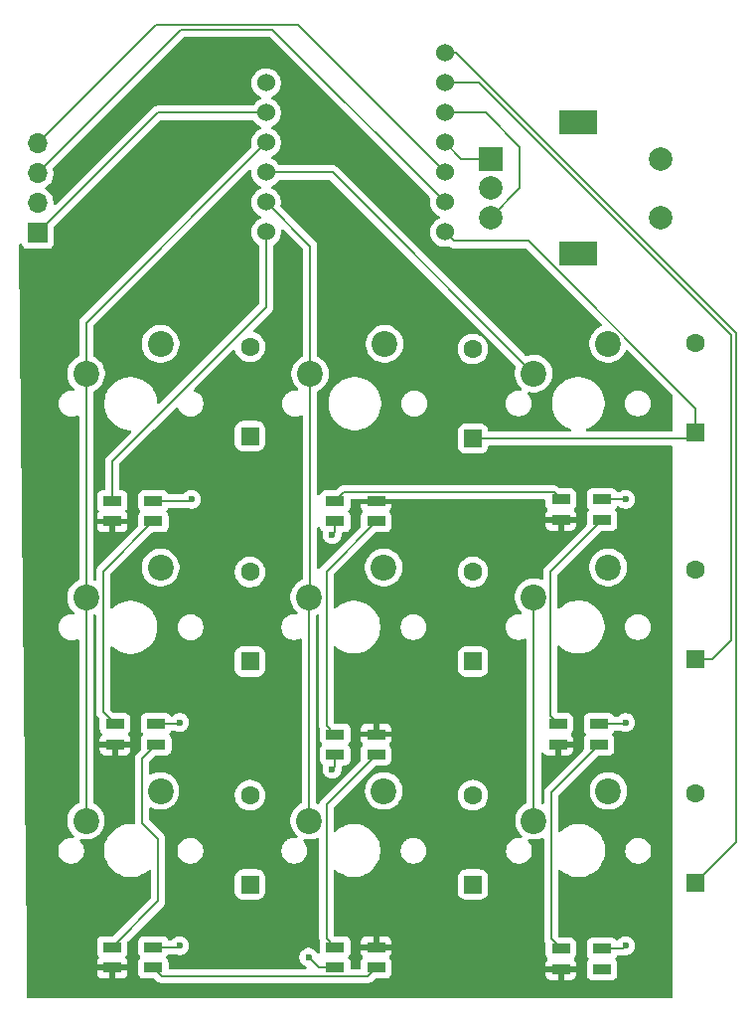
<source format=gbr>
%TF.GenerationSoftware,KiCad,Pcbnew,9.0.7*%
%TF.CreationDate,2026-02-06T20:11:40-05:00*%
%TF.ProjectId,Keypad,4b657970-6164-42e6-9b69-6361645f7063,rev?*%
%TF.SameCoordinates,Original*%
%TF.FileFunction,Copper,L1,Top*%
%TF.FilePolarity,Positive*%
%FSLAX46Y46*%
G04 Gerber Fmt 4.6, Leading zero omitted, Abs format (unit mm)*
G04 Created by KiCad (PCBNEW 9.0.7) date 2026-02-06 20:11:40*
%MOMM*%
%LPD*%
G01*
G04 APERTURE LIST*
G04 Aperture macros list*
%AMRoundRect*
0 Rectangle with rounded corners*
0 $1 Rounding radius*
0 $2 $3 $4 $5 $6 $7 $8 $9 X,Y pos of 4 corners*
0 Add a 4 corners polygon primitive as box body*
4,1,4,$2,$3,$4,$5,$6,$7,$8,$9,$2,$3,0*
0 Add four circle primitives for the rounded corners*
1,1,$1+$1,$2,$3*
1,1,$1+$1,$4,$5*
1,1,$1+$1,$6,$7*
1,1,$1+$1,$8,$9*
0 Add four rect primitives between the rounded corners*
20,1,$1+$1,$2,$3,$4,$5,0*
20,1,$1+$1,$4,$5,$6,$7,0*
20,1,$1+$1,$6,$7,$8,$9,0*
20,1,$1+$1,$8,$9,$2,$3,0*%
G04 Aperture macros list end*
%TA.AperFunction,SMDPad,CuDef*%
%ADD10R,1.600000X0.850000*%
%TD*%
%TA.AperFunction,ComponentPad*%
%ADD11C,2.200000*%
%TD*%
%TA.AperFunction,ComponentPad*%
%ADD12R,2.000000X2.000000*%
%TD*%
%TA.AperFunction,ComponentPad*%
%ADD13C,2.000000*%
%TD*%
%TA.AperFunction,ComponentPad*%
%ADD14R,3.200000X2.000000*%
%TD*%
%TA.AperFunction,ComponentPad*%
%ADD15RoundRect,0.250000X0.550000X-0.550000X0.550000X0.550000X-0.550000X0.550000X-0.550000X-0.550000X0*%
%TD*%
%TA.AperFunction,ComponentPad*%
%ADD16C,1.600000*%
%TD*%
%TA.AperFunction,ComponentPad*%
%ADD17R,1.700000X1.700000*%
%TD*%
%TA.AperFunction,ComponentPad*%
%ADD18O,1.700000X1.700000*%
%TD*%
%TA.AperFunction,ComponentPad*%
%ADD19C,1.524000*%
%TD*%
%TA.AperFunction,ViaPad*%
%ADD20C,0.600000*%
%TD*%
%TA.AperFunction,Conductor*%
%ADD21C,0.200000*%
%TD*%
G04 APERTURE END LIST*
D10*
%TO.P,LED2,4,VDD*%
%TO.N,+5V*%
X125500000Y-111875000D03*
%TO.P,LED2,3,DIN*%
%TO.N,Net-(LED1-DOUT)*%
X125500000Y-110125000D03*
%TO.P,LED2,2,VSS*%
%TO.N,GND*%
X129000000Y-110125000D03*
%TO.P,LED2,1,DOUT*%
%TO.N,Net-(LED2-DOUT)*%
X129000000Y-111875000D03*
%TD*%
D11*
%TO.P,SW5,1,1*%
%TO.N,Net-(D5-A)*%
X148400000Y-96800000D03*
%TO.P,SW5,2,2*%
%TO.N,Net-(U1-GPIO2{slash}SCK)*%
X142050000Y-99340000D03*
%TD*%
D10*
%TO.P,LED9,1,DOUT*%
%TO.N,unconnected-(LED9-DOUT-Pad1)*%
X167000000Y-131000000D03*
%TO.P,LED9,2,VSS*%
%TO.N,GND*%
X167000000Y-129250000D03*
%TO.P,LED9,3,DIN*%
%TO.N,Net-(LED8-DOUT)*%
X163500000Y-129250000D03*
%TO.P,LED9,4,VDD*%
%TO.N,+5V*%
X163500000Y-131000000D03*
%TD*%
D11*
%TO.P,SW4,1,1*%
%TO.N,Net-(D4-A)*%
X148470000Y-77760000D03*
%TO.P,SW4,2,2*%
%TO.N,Net-(U1-GPIO2{slash}SCK)*%
X142120000Y-80300000D03*
%TD*%
%TO.P,SW3,1,1*%
%TO.N,Net-(D3-A)*%
X129370000Y-115830000D03*
%TO.P,SW3,2,2*%
%TO.N,Net-(U1-GPIO3{slash}MOSI)*%
X123020000Y-118370000D03*
%TD*%
D10*
%TO.P,LED4,1,DOUT*%
%TO.N,Net-(LED4-DOUT)*%
X144250000Y-129125000D03*
%TO.P,LED4,2,VSS*%
%TO.N,GND*%
X144250000Y-130875000D03*
%TO.P,LED4,3,DIN*%
%TO.N,Net-(LED3-DOUT)*%
X147750000Y-130875000D03*
%TO.P,LED4,4,VDD*%
%TO.N,+5V*%
X147750000Y-129125000D03*
%TD*%
%TO.P,LED6,1,DOUT*%
%TO.N,Net-(LED6-DOUT)*%
X144250000Y-91125000D03*
%TO.P,LED6,2,VSS*%
%TO.N,GND*%
X144250000Y-92875000D03*
%TO.P,LED6,3,DIN*%
%TO.N,Net-(LED5-DOUT)*%
X147750000Y-92875000D03*
%TO.P,LED6,4,VDD*%
%TO.N,+5V*%
X147750000Y-91125000D03*
%TD*%
D12*
%TO.P,SW0,A,A*%
%TO.N,Net-(U1-GPIO29{slash}ADC3{slash}A3)*%
X157500000Y-62000000D03*
D13*
%TO.P,SW0,B,B*%
%TO.N,Net-(U1-GPIO28{slash}ADC2{slash}A2)*%
X157500000Y-67000000D03*
%TO.P,SW0,C,C*%
%TO.N,GND*%
X157500000Y-64500000D03*
D14*
%TO.P,SW0,MP*%
%TO.N,N/C*%
X165000000Y-58900000D03*
X165000000Y-70100000D03*
D13*
%TO.P,SW0,S1,S1*%
%TO.N,unconnected-(SW0-PadS1)*%
X172000000Y-67000000D03*
%TO.P,SW0,S2,S2*%
%TO.N,unconnected-(SW0-PadS2)*%
X172000000Y-62000000D03*
%TD*%
D15*
%TO.P,D3,1,K*%
%TO.N,Net-(D3-K)*%
X137000000Y-123810000D03*
D16*
%TO.P,D3,2,A*%
%TO.N,Net-(D3-A)*%
X137000000Y-116190000D03*
%TD*%
D11*
%TO.P,SW1,1,1*%
%TO.N,Net-(D1-A)*%
X129380000Y-77760000D03*
%TO.P,SW1,2,2*%
%TO.N,Net-(U1-GPIO3{slash}MOSI)*%
X123030000Y-80300000D03*
%TD*%
D15*
%TO.P,D9,1,K*%
%TO.N,Net-(D3-K)*%
X175000000Y-123620000D03*
D16*
%TO.P,D9,2,A*%
%TO.N,Net-(D9-A)*%
X175000000Y-116000000D03*
%TD*%
D15*
%TO.P,D1,1,K*%
%TO.N,Net-(D1-K)*%
X137000000Y-85620000D03*
D16*
%TO.P,D1,2,A*%
%TO.N,Net-(D1-A)*%
X137000000Y-78000000D03*
%TD*%
D15*
%TO.P,D5,1,K*%
%TO.N,Net-(D2-K)*%
X156000000Y-104810000D03*
D16*
%TO.P,D5,2,A*%
%TO.N,Net-(D5-A)*%
X156000000Y-97190000D03*
%TD*%
D10*
%TO.P,LED3,1,DOUT*%
%TO.N,Net-(LED3-DOUT)*%
X128750000Y-130875000D03*
%TO.P,LED3,2,VSS*%
%TO.N,GND*%
X128750000Y-129125000D03*
%TO.P,LED3,3,DIN*%
%TO.N,Net-(LED2-DOUT)*%
X125250000Y-129125000D03*
%TO.P,LED3,4,VDD*%
%TO.N,+5V*%
X125250000Y-130875000D03*
%TD*%
D15*
%TO.P,D8,1,K*%
%TO.N,Net-(D2-K)*%
X175000000Y-104620000D03*
D16*
%TO.P,D8,2,A*%
%TO.N,Net-(D8-A)*%
X175000000Y-97000000D03*
%TD*%
D11*
%TO.P,SW9,1,1*%
%TO.N,Net-(D9-A)*%
X167550000Y-115830000D03*
%TO.P,SW9,2,2*%
%TO.N,Net-(U1-GPIO4{slash}MISO)*%
X161200000Y-118370000D03*
%TD*%
D17*
%TO.P,O1,1,Pin_1*%
%TO.N,3V3*%
X118900000Y-68310000D03*
D18*
%TO.P,O1,2,Pin_2*%
%TO.N,GND*%
X118900000Y-65770000D03*
%TO.P,O1,3,Pin_3*%
%TO.N,Net-(O1-Pin_3)*%
X118900000Y-63230000D03*
%TO.P,O1,4,Pin_4*%
%TO.N,Net-(O1-Pin_4)*%
X118900000Y-60690000D03*
%TD*%
D10*
%TO.P,LED1,1,DOUT*%
%TO.N,Net-(LED1-DOUT)*%
X128750000Y-92875000D03*
%TO.P,LED1,2,VSS*%
%TO.N,GND*%
X128750000Y-91125000D03*
%TO.P,LED1,3,DIN*%
%TO.N,Net-(LED1-DIN)*%
X125250000Y-91125000D03*
%TO.P,LED1,4,VDD*%
%TO.N,+5V*%
X125250000Y-92875000D03*
%TD*%
D11*
%TO.P,SW8,1,1*%
%TO.N,Net-(D8-A)*%
X167520000Y-96790000D03*
%TO.P,SW8,2,2*%
%TO.N,Net-(U1-GPIO4{slash}MISO)*%
X161170000Y-99330000D03*
%TD*%
D15*
%TO.P,D2,1,K*%
%TO.N,Net-(D2-K)*%
X137000000Y-104810000D03*
D16*
%TO.P,D2,2,A*%
%TO.N,Net-(D2-A)*%
X137000000Y-97190000D03*
%TD*%
D10*
%TO.P,LED8,1,DOUT*%
%TO.N,Net-(LED8-DOUT)*%
X166750000Y-111875000D03*
%TO.P,LED8,2,VSS*%
%TO.N,GND*%
X166750000Y-110125000D03*
%TO.P,LED8,3,DIN*%
%TO.N,Net-(LED7-DOUT)*%
X163250000Y-110125000D03*
%TO.P,LED8,4,VDD*%
%TO.N,+5V*%
X163250000Y-111875000D03*
%TD*%
D15*
%TO.P,D7,1,K*%
%TO.N,Net-(D1-K)*%
X175000000Y-85300000D03*
D16*
%TO.P,D7,2,A*%
%TO.N,Net-(D7-A)*%
X175000000Y-77680000D03*
%TD*%
D10*
%TO.P,LED7,1,DOUT*%
%TO.N,Net-(LED7-DOUT)*%
X167000000Y-92750000D03*
%TO.P,LED7,2,VSS*%
%TO.N,GND*%
X167000000Y-91000000D03*
%TO.P,LED7,3,DIN*%
%TO.N,Net-(LED6-DOUT)*%
X163500000Y-91000000D03*
%TO.P,LED7,4,VDD*%
%TO.N,+5V*%
X163500000Y-92750000D03*
%TD*%
D15*
%TO.P,D4,1,K*%
%TO.N,Net-(D1-K)*%
X156000000Y-85810000D03*
D16*
%TO.P,D4,2,A*%
%TO.N,Net-(D4-A)*%
X156000000Y-78190000D03*
%TD*%
D11*
%TO.P,SW7,1,1*%
%TO.N,Net-(D7-A)*%
X167520000Y-77750000D03*
%TO.P,SW7,2,2*%
%TO.N,Net-(U1-GPIO4{slash}MISO)*%
X161170000Y-80290000D03*
%TD*%
D15*
%TO.P,D6,1,K*%
%TO.N,Net-(D3-K)*%
X156000000Y-123810000D03*
D16*
%TO.P,D6,2,A*%
%TO.N,Net-(D6-A)*%
X156000000Y-116190000D03*
%TD*%
D10*
%TO.P,LED5,1,DOUT*%
%TO.N,Net-(LED5-DOUT)*%
X144250000Y-111000000D03*
%TO.P,LED5,2,VSS*%
%TO.N,GND*%
X144250000Y-112750000D03*
%TO.P,LED5,3,DIN*%
%TO.N,Net-(LED4-DOUT)*%
X147750000Y-112750000D03*
%TO.P,LED5,4,VDD*%
%TO.N,+5V*%
X147750000Y-111000000D03*
%TD*%
D11*
%TO.P,SW6,1,1*%
%TO.N,Net-(D6-A)*%
X148400000Y-115830000D03*
%TO.P,SW6,2,2*%
%TO.N,Net-(U1-GPIO2{slash}SCK)*%
X142050000Y-118370000D03*
%TD*%
%TO.P,SW2,1,1*%
%TO.N,Net-(D2-A)*%
X129380000Y-96810000D03*
%TO.P,SW2,2,2*%
%TO.N,Net-(U1-GPIO3{slash}MOSI)*%
X123030000Y-99350000D03*
%TD*%
D19*
%TO.P,U1,1,GPIO26/ADC0/A0*%
%TO.N,Net-(D3-K)*%
X153620000Y-53000000D03*
%TO.P,U1,2,GPIO27/ADC1/A1*%
%TO.N,Net-(D2-K)*%
X153620000Y-55540000D03*
%TO.P,U1,3,GPIO28/ADC2/A2*%
%TO.N,Net-(U1-GPIO28{slash}ADC2{slash}A2)*%
X153620000Y-58080000D03*
%TO.P,U1,4,GPIO29/ADC3/A3*%
%TO.N,Net-(U1-GPIO29{slash}ADC3{slash}A3)*%
X153620000Y-60620000D03*
%TO.P,U1,5,GPIO6/SDA*%
%TO.N,Net-(O1-Pin_4)*%
X153620000Y-63160000D03*
%TO.P,U1,6,GPIO7/SCL*%
%TO.N,Net-(O1-Pin_3)*%
X153620000Y-65700000D03*
%TO.P,U1,7,GPIO0/TX*%
%TO.N,Net-(D1-K)*%
X153620000Y-68240000D03*
%TO.P,U1,8,GPIO1/RX*%
%TO.N,Net-(LED1-DIN)*%
X138380000Y-68240000D03*
%TO.P,U1,9,GPIO2/SCK*%
%TO.N,Net-(U1-GPIO2{slash}SCK)*%
X138380000Y-65700000D03*
%TO.P,U1,10,GPIO4/MISO*%
%TO.N,Net-(U1-GPIO4{slash}MISO)*%
X138380000Y-63160000D03*
%TO.P,U1,11,GPIO3/MOSI*%
%TO.N,Net-(U1-GPIO3{slash}MOSI)*%
X138380000Y-60620000D03*
%TO.P,U1,12,3V3*%
%TO.N,3V3*%
X138380000Y-58080000D03*
%TO.P,U1,13,GND*%
%TO.N,GND*%
X138380000Y-55540000D03*
%TO.P,U1,14,VBUS*%
%TO.N,+5V*%
X138380000Y-53000000D03*
%TD*%
D20*
%TO.N,GND*%
X169000000Y-129000000D03*
X142000000Y-130000000D03*
X131000000Y-110000000D03*
X131000000Y-129000000D03*
X144000000Y-114000000D03*
X169000000Y-110000000D03*
X169000000Y-91000000D03*
X144000000Y-94000000D03*
X132000000Y-91000000D03*
%TD*%
D21*
%TO.N,GND*%
X168750000Y-129250000D02*
X169000000Y-129000000D01*
X167000000Y-129250000D02*
X168750000Y-129250000D01*
X142875000Y-130875000D02*
X142000000Y-130000000D01*
X144250000Y-130875000D02*
X142875000Y-130875000D01*
X130875000Y-110125000D02*
X131000000Y-110000000D01*
X129000000Y-110125000D02*
X130875000Y-110125000D01*
X130875000Y-129125000D02*
X131000000Y-129000000D01*
X128750000Y-129125000D02*
X130875000Y-129125000D01*
X144250000Y-113750000D02*
X144000000Y-114000000D01*
X144250000Y-112750000D02*
X144250000Y-113750000D01*
X168875000Y-110125000D02*
X169000000Y-110000000D01*
X166750000Y-110125000D02*
X168875000Y-110125000D01*
X167000000Y-91000000D02*
X169000000Y-91000000D01*
X167000000Y-91000000D02*
X168000000Y-91000000D01*
X144250000Y-93750000D02*
X144000000Y-94000000D01*
X144250000Y-92875000D02*
X144250000Y-93750000D01*
X131875000Y-91125000D02*
X132000000Y-91000000D01*
X128750000Y-91125000D02*
X131875000Y-91125000D01*
%TO.N,Net-(D1-K)*%
X174490000Y-85810000D02*
X175000000Y-85300000D01*
X156000000Y-85810000D02*
X174490000Y-85810000D01*
%TO.N,Net-(LED6-DOUT)*%
X144976000Y-90399000D02*
X162899000Y-90399000D01*
X144250000Y-91125000D02*
X144976000Y-90399000D01*
X162899000Y-90399000D02*
X163500000Y-91000000D01*
%TO.N,Net-(LED8-DOUT)*%
X162659000Y-115966000D02*
X162659000Y-128409000D01*
X162659000Y-128409000D02*
X163500000Y-129250000D01*
X166750000Y-111875000D02*
X162659000Y-115966000D01*
%TO.N,Net-(LED7-DOUT)*%
X162571000Y-109446000D02*
X163250000Y-110125000D01*
X162571000Y-97179000D02*
X162571000Y-109446000D01*
X167000000Y-92750000D02*
X162571000Y-97179000D01*
%TO.N,Net-(LED5-DOUT)*%
X143509000Y-97116000D02*
X147750000Y-92875000D01*
X143509000Y-110259000D02*
X143509000Y-97116000D01*
X144250000Y-111000000D02*
X143509000Y-110259000D01*
%TO.N,Net-(LED4-DOUT)*%
X143509000Y-116991000D02*
X147750000Y-112750000D01*
X143509000Y-128384000D02*
X143509000Y-116991000D01*
X144250000Y-129125000D02*
X143509000Y-128384000D01*
%TO.N,Net-(LED3-DOUT)*%
X147024000Y-131601000D02*
X147750000Y-130875000D01*
X129476000Y-131601000D02*
X147024000Y-131601000D01*
X128750000Y-130875000D02*
X129476000Y-131601000D01*
%TO.N,Net-(LED2-DOUT)*%
X129181000Y-119936184D02*
X129181000Y-125194000D01*
X127803816Y-113071184D02*
X127803816Y-118559000D01*
X129181000Y-125194000D02*
X125250000Y-129125000D01*
X129000000Y-111875000D02*
X127803816Y-113071184D01*
X127803816Y-118559000D02*
X129181000Y-119936184D01*
%TO.N,Net-(LED1-DOUT)*%
X124489000Y-97136000D02*
X128750000Y-92875000D01*
X124489000Y-109114000D02*
X124489000Y-97136000D01*
X125500000Y-110125000D02*
X124489000Y-109114000D01*
%TO.N,Net-(D1-K)*%
X160753313Y-69001999D02*
X154381999Y-69001999D01*
X154381999Y-69001999D02*
X153620000Y-68240000D01*
X175000000Y-83248686D02*
X160753313Y-69001999D01*
X175000000Y-85300000D02*
X175000000Y-83248686D01*
%TO.N,Net-(O1-Pin_3)*%
X139000000Y-51002000D02*
X139000000Y-51080000D01*
X131128000Y-51002000D02*
X139000000Y-51002000D01*
X139000000Y-51080000D02*
X153620000Y-65700000D01*
X118900000Y-63230000D02*
X131128000Y-51002000D01*
%TO.N,Net-(O1-Pin_4)*%
X128989000Y-50601000D02*
X141061000Y-50601000D01*
X118900000Y-60690000D02*
X128989000Y-50601000D01*
X141061000Y-50601000D02*
X153620000Y-63160000D01*
%TO.N,Net-(LED1-DIN)*%
X125250000Y-87754816D02*
X125250000Y-91125000D01*
X138380000Y-74624816D02*
X125250000Y-87754816D01*
X138380000Y-68240000D02*
X138380000Y-74624816D01*
%TO.N,Net-(D2-K)*%
X178000000Y-77000000D02*
X178000000Y-103000000D01*
X176380000Y-104620000D02*
X175000000Y-104620000D01*
X156540000Y-55540000D02*
X178000000Y-77000000D01*
X178000000Y-103000000D02*
X176380000Y-104620000D01*
X153620000Y-55540000D02*
X156540000Y-55540000D01*
%TO.N,3V3*%
X138380000Y-58080000D02*
X129130000Y-58080000D01*
X129130000Y-58080000D02*
X118900000Y-68310000D01*
%TO.N,Net-(U1-GPIO3{slash}MOSI)*%
X123030000Y-118360000D02*
X123020000Y-118370000D01*
X123030000Y-75970000D02*
X123030000Y-80300000D01*
X138380000Y-60620000D02*
X123030000Y-75970000D01*
X123030000Y-80300000D02*
X123030000Y-99350000D01*
X123030000Y-99350000D02*
X123030000Y-118360000D01*
%TO.N,Net-(D3-K)*%
X153620000Y-53000000D02*
X154567100Y-53000000D01*
X178401000Y-120219000D02*
X175000000Y-123620000D01*
X178401000Y-76833900D02*
X178401000Y-120219000D01*
X154567100Y-53000000D02*
X178401000Y-76833900D01*
%TO.N,Net-(U1-GPIO2{slash}SCK)*%
X142120000Y-69440000D02*
X142120000Y-80300000D01*
X142050000Y-99340000D02*
X142050000Y-118370000D01*
X142120000Y-99270000D02*
X142050000Y-99340000D01*
X138380000Y-65700000D02*
X142120000Y-69440000D01*
X142120000Y-80300000D02*
X142120000Y-99270000D01*
%TO.N,Net-(U1-GPIO4{slash}MISO)*%
X161200000Y-112200000D02*
X161200000Y-118370000D01*
X138380000Y-63160000D02*
X144040000Y-63160000D01*
X161170000Y-112170000D02*
X161200000Y-112200000D01*
X144040000Y-63160000D02*
X161170000Y-80290000D01*
X161170000Y-99330000D02*
X161170000Y-112170000D01*
%TO.N,Net-(U1-GPIO29{slash}ADC3{slash}A3)*%
X157500000Y-62000000D02*
X155000000Y-62000000D01*
X155000000Y-62000000D02*
X153620000Y-60620000D01*
%TO.N,Net-(U1-GPIO28{slash}ADC2{slash}A2)*%
X160000000Y-61000000D02*
X157080000Y-58080000D01*
X157500000Y-67000000D02*
X160000000Y-64500000D01*
X157080000Y-58080000D02*
X153620000Y-58080000D01*
X160000000Y-64500000D02*
X160000000Y-61000000D01*
%TD*%
%TA.AperFunction,Conductor*%
%TO.N,+5V*%
G36*
X138688942Y-51622185D02*
G01*
X138709584Y-51638819D01*
X152356237Y-65285472D01*
X152389722Y-65346795D01*
X152389160Y-65399522D01*
X152389349Y-65399552D01*
X152389146Y-65400831D01*
X152389133Y-65402087D01*
X152388587Y-65404360D01*
X152357500Y-65600639D01*
X152357500Y-65799360D01*
X152388587Y-65995637D01*
X152449993Y-66184629D01*
X152449994Y-66184632D01*
X152540213Y-66361694D01*
X152657019Y-66522464D01*
X152797536Y-66662981D01*
X152958306Y-66779787D01*
X153046352Y-66824649D01*
X153114780Y-66859515D01*
X153165576Y-66907490D01*
X153182371Y-66975311D01*
X153159833Y-67041446D01*
X153114780Y-67080485D01*
X152958305Y-67160213D01*
X152797533Y-67277021D01*
X152657021Y-67417533D01*
X152540213Y-67578305D01*
X152449994Y-67755367D01*
X152449993Y-67755370D01*
X152388587Y-67944362D01*
X152357500Y-68140639D01*
X152357500Y-68339360D01*
X152388587Y-68535637D01*
X152449993Y-68724629D01*
X152449994Y-68724632D01*
X152517778Y-68857664D01*
X152540213Y-68901694D01*
X152657019Y-69062464D01*
X152797536Y-69202981D01*
X152958306Y-69319787D01*
X153019500Y-69350967D01*
X153135367Y-69410005D01*
X153135370Y-69410006D01*
X153229866Y-69440709D01*
X153324364Y-69471413D01*
X153520639Y-69502500D01*
X153520640Y-69502500D01*
X153719360Y-69502500D01*
X153719361Y-69502500D01*
X153915636Y-69471413D01*
X153915639Y-69471411D01*
X153920379Y-69470275D01*
X153920783Y-69471960D01*
X153947090Y-69471205D01*
X153980853Y-69469597D01*
X153982343Y-69470193D01*
X153983127Y-69470171D01*
X154013619Y-69482714D01*
X154073952Y-69517546D01*
X154076571Y-69519058D01*
X154150214Y-69561576D01*
X154302941Y-69602499D01*
X154302942Y-69602499D01*
X160453216Y-69602499D01*
X160520255Y-69622184D01*
X160540897Y-69638818D01*
X166961204Y-76059125D01*
X166994689Y-76120448D01*
X166989705Y-76190140D01*
X166947833Y-76246073D01*
X166911854Y-76264733D01*
X166905620Y-76266759D01*
X166681151Y-76381132D01*
X166477350Y-76529201D01*
X166477345Y-76529205D01*
X166299205Y-76707345D01*
X166299201Y-76707350D01*
X166151132Y-76911151D01*
X166036760Y-77135616D01*
X165958910Y-77375214D01*
X165919500Y-77624038D01*
X165919500Y-77875961D01*
X165958910Y-78124785D01*
X166036760Y-78364383D01*
X166151132Y-78588848D01*
X166299201Y-78792649D01*
X166299205Y-78792654D01*
X166477345Y-78970794D01*
X166477350Y-78970798D01*
X166626555Y-79079201D01*
X166681155Y-79118870D01*
X166804988Y-79181966D01*
X166905616Y-79233239D01*
X166905618Y-79233239D01*
X166905621Y-79233241D01*
X167145215Y-79311090D01*
X167394038Y-79350500D01*
X167394039Y-79350500D01*
X167645961Y-79350500D01*
X167645962Y-79350500D01*
X167894785Y-79311090D01*
X168134379Y-79233241D01*
X168358845Y-79118870D01*
X168562656Y-78970793D01*
X168740793Y-78792656D01*
X168888870Y-78588845D01*
X169003241Y-78364379D01*
X169005260Y-78358164D01*
X169044694Y-78300487D01*
X169109051Y-78273285D01*
X169177898Y-78285196D01*
X169210874Y-78308795D01*
X172963681Y-82061602D01*
X172997166Y-82122925D01*
X173000000Y-82149283D01*
X173000000Y-85085500D01*
X172980315Y-85152539D01*
X172927511Y-85198294D01*
X172876000Y-85209500D01*
X165736723Y-85209500D01*
X165669684Y-85189815D01*
X165623929Y-85137011D01*
X165613985Y-85067853D01*
X165643010Y-85004297D01*
X165701120Y-84966951D01*
X165701117Y-84966940D01*
X165701163Y-84966924D01*
X165701788Y-84966523D01*
X165704627Y-84965726D01*
X165704952Y-84965639D01*
X165977507Y-84852743D01*
X166232994Y-84705238D01*
X166467042Y-84525646D01*
X166675646Y-84317042D01*
X166855238Y-84082994D01*
X167002743Y-83827507D01*
X167115639Y-83554952D01*
X167191993Y-83269993D01*
X167230500Y-82977506D01*
X167230500Y-82743389D01*
X168959500Y-82743389D01*
X168959500Y-82916610D01*
X168970727Y-82987499D01*
X168986598Y-83087701D01*
X169040127Y-83252445D01*
X169118768Y-83406788D01*
X169220586Y-83546928D01*
X169343072Y-83669414D01*
X169483212Y-83771232D01*
X169637555Y-83849873D01*
X169802299Y-83903402D01*
X169973389Y-83930500D01*
X169973390Y-83930500D01*
X170146610Y-83930500D01*
X170146611Y-83930500D01*
X170317701Y-83903402D01*
X170482445Y-83849873D01*
X170636788Y-83771232D01*
X170776928Y-83669414D01*
X170899414Y-83546928D01*
X171001232Y-83406788D01*
X171079873Y-83252445D01*
X171133402Y-83087701D01*
X171160500Y-82916611D01*
X171160500Y-82743389D01*
X171133402Y-82572299D01*
X171079873Y-82407555D01*
X171001232Y-82253212D01*
X170899414Y-82113072D01*
X170776928Y-81990586D01*
X170636788Y-81888768D01*
X170482445Y-81810127D01*
X170317701Y-81756598D01*
X170317699Y-81756597D01*
X170317698Y-81756597D01*
X170186271Y-81735781D01*
X170146611Y-81729500D01*
X169973389Y-81729500D01*
X169933728Y-81735781D01*
X169802302Y-81756597D01*
X169637552Y-81810128D01*
X169483211Y-81888768D01*
X169426289Y-81930125D01*
X169343072Y-81990586D01*
X169343070Y-81990588D01*
X169343069Y-81990588D01*
X169220588Y-82113069D01*
X169220588Y-82113070D01*
X169220586Y-82113072D01*
X169213323Y-82123069D01*
X169118768Y-82253211D01*
X169040128Y-82407552D01*
X168986597Y-82572302D01*
X168959500Y-82743389D01*
X167230500Y-82743389D01*
X167230500Y-82682494D01*
X167191993Y-82390007D01*
X167115639Y-82105048D01*
X167002743Y-81832493D01*
X166974307Y-81783241D01*
X166855238Y-81577006D01*
X166675647Y-81342959D01*
X166675641Y-81342952D01*
X166467047Y-81134358D01*
X166467040Y-81134352D01*
X166232993Y-80954761D01*
X165977510Y-80807258D01*
X165977500Y-80807254D01*
X165704961Y-80694364D01*
X165704954Y-80694362D01*
X165704952Y-80694361D01*
X165419993Y-80618007D01*
X165371113Y-80611571D01*
X165127513Y-80579500D01*
X165127506Y-80579500D01*
X164832494Y-80579500D01*
X164832486Y-80579500D01*
X164554085Y-80616153D01*
X164540007Y-80618007D01*
X164365428Y-80664785D01*
X164255048Y-80694361D01*
X164255038Y-80694364D01*
X163982499Y-80807254D01*
X163982489Y-80807258D01*
X163727006Y-80954761D01*
X163492959Y-81134352D01*
X163492952Y-81134358D01*
X163284358Y-81342952D01*
X163284352Y-81342959D01*
X163104761Y-81577006D01*
X162957258Y-81832489D01*
X162957254Y-81832499D01*
X162844364Y-82105038D01*
X162844361Y-82105048D01*
X162768008Y-82390004D01*
X162768006Y-82390015D01*
X162729500Y-82682486D01*
X162729500Y-82977513D01*
X162756954Y-83186037D01*
X162768007Y-83269993D01*
X162842212Y-83546930D01*
X162844361Y-83554951D01*
X162844364Y-83554961D01*
X162957254Y-83827500D01*
X162957258Y-83827510D01*
X163104761Y-84082993D01*
X163284352Y-84317040D01*
X163284358Y-84317047D01*
X163492952Y-84525641D01*
X163492959Y-84525647D01*
X163727006Y-84705238D01*
X163982489Y-84852741D01*
X163982490Y-84852741D01*
X163982493Y-84852743D01*
X164255048Y-84965639D01*
X164255052Y-84965640D01*
X164255373Y-84965726D01*
X164255457Y-84965777D01*
X164258883Y-84966940D01*
X164258797Y-84967192D01*
X164258799Y-84967193D01*
X164258788Y-84967217D01*
X164258622Y-84967706D01*
X164315033Y-85002092D01*
X164345561Y-85064940D01*
X164337264Y-85134315D01*
X164292778Y-85188192D01*
X164226225Y-85209465D01*
X164223277Y-85209500D01*
X157412163Y-85209500D01*
X157345124Y-85189815D01*
X157299369Y-85137011D01*
X157290911Y-85111459D01*
X157290000Y-85107207D01*
X157284464Y-85090500D01*
X157234814Y-84940666D01*
X157142712Y-84791344D01*
X157018656Y-84667288D01*
X156869334Y-84575186D01*
X156702797Y-84520001D01*
X156702795Y-84520000D01*
X156600010Y-84509500D01*
X155399998Y-84509500D01*
X155399981Y-84509501D01*
X155297203Y-84520000D01*
X155297200Y-84520001D01*
X155130668Y-84575185D01*
X155130663Y-84575187D01*
X154981342Y-84667289D01*
X154857289Y-84791342D01*
X154765187Y-84940663D01*
X154765185Y-84940668D01*
X154756476Y-84966951D01*
X154710001Y-85107203D01*
X154710001Y-85107204D01*
X154710000Y-85107204D01*
X154699500Y-85209983D01*
X154699500Y-86410001D01*
X154699501Y-86410018D01*
X154710000Y-86512796D01*
X154710001Y-86512799D01*
X154751707Y-86638657D01*
X154765186Y-86679334D01*
X154857288Y-86828656D01*
X154981344Y-86952712D01*
X155130666Y-87044814D01*
X155297203Y-87099999D01*
X155399991Y-87110500D01*
X156600008Y-87110499D01*
X156702797Y-87099999D01*
X156869334Y-87044814D01*
X157018656Y-86952712D01*
X157142712Y-86828656D01*
X157234814Y-86679334D01*
X157289999Y-86512797D01*
X157289999Y-86512793D01*
X157290912Y-86508533D01*
X157324199Y-86447102D01*
X157385414Y-86413419D01*
X157412163Y-86410500D01*
X172876000Y-86410500D01*
X172943039Y-86430185D01*
X172988794Y-86482989D01*
X173000000Y-86534500D01*
X173000000Y-133375500D01*
X172980315Y-133442539D01*
X172927511Y-133488294D01*
X172876000Y-133499500D01*
X118117501Y-133499500D01*
X118050462Y-133479815D01*
X118004707Y-133427011D01*
X117993508Y-133376792D01*
X117993495Y-133375500D01*
X117972374Y-131347844D01*
X123950000Y-131347844D01*
X123956401Y-131407372D01*
X123956403Y-131407379D01*
X124006645Y-131542086D01*
X124006649Y-131542093D01*
X124092809Y-131657187D01*
X124092812Y-131657190D01*
X124207906Y-131743350D01*
X124207913Y-131743354D01*
X124342620Y-131793596D01*
X124342627Y-131793598D01*
X124402155Y-131799999D01*
X124402172Y-131800000D01*
X125000000Y-131800000D01*
X125500000Y-131800000D01*
X126097828Y-131800000D01*
X126097844Y-131799999D01*
X126157372Y-131793598D01*
X126157379Y-131793596D01*
X126292086Y-131743354D01*
X126292093Y-131743350D01*
X126407187Y-131657190D01*
X126407190Y-131657187D01*
X126493350Y-131542093D01*
X126493354Y-131542086D01*
X126543596Y-131407379D01*
X126543598Y-131407372D01*
X126549999Y-131347844D01*
X126550000Y-131347827D01*
X126550000Y-131125000D01*
X125500000Y-131125000D01*
X125500000Y-131800000D01*
X125000000Y-131800000D01*
X125000000Y-131125000D01*
X123950000Y-131125000D01*
X123950000Y-131347844D01*
X117972374Y-131347844D01*
X117945595Y-128777116D01*
X117944293Y-128652128D01*
X123949500Y-128652128D01*
X123949500Y-129597870D01*
X123949501Y-129597876D01*
X123955908Y-129657483D01*
X124006202Y-129792328D01*
X124006206Y-129792335D01*
X124092452Y-129907544D01*
X124097584Y-129912676D01*
X124131069Y-129973999D01*
X124126085Y-130043691D01*
X124097584Y-130088038D01*
X124092809Y-130092812D01*
X124006649Y-130207906D01*
X124006645Y-130207913D01*
X123956403Y-130342620D01*
X123956401Y-130342627D01*
X123950000Y-130402155D01*
X123950000Y-130625000D01*
X126550000Y-130625000D01*
X126550000Y-130402172D01*
X126549999Y-130402155D01*
X126543598Y-130342627D01*
X126543596Y-130342620D01*
X126493354Y-130207913D01*
X126493350Y-130207906D01*
X126407190Y-130092812D01*
X126402416Y-130088038D01*
X126368931Y-130026715D01*
X126373915Y-129957023D01*
X126402416Y-129912676D01*
X126407542Y-129907548D01*
X126407546Y-129907546D01*
X126493796Y-129792331D01*
X126544091Y-129657483D01*
X126550500Y-129597873D01*
X126550499Y-128725096D01*
X126570183Y-128658058D01*
X126586813Y-128637421D01*
X129661520Y-125562716D01*
X129740577Y-125425784D01*
X129781501Y-125273057D01*
X129781501Y-125114942D01*
X129781501Y-125107347D01*
X129781500Y-125107329D01*
X129781500Y-123209983D01*
X135699500Y-123209983D01*
X135699500Y-124410001D01*
X135699501Y-124410018D01*
X135710000Y-124512796D01*
X135710001Y-124512799D01*
X135765185Y-124679331D01*
X135765186Y-124679334D01*
X135857288Y-124828656D01*
X135981344Y-124952712D01*
X136130666Y-125044814D01*
X136297203Y-125099999D01*
X136399991Y-125110500D01*
X137600008Y-125110499D01*
X137702797Y-125099999D01*
X137869334Y-125044814D01*
X138018656Y-124952712D01*
X138142712Y-124828656D01*
X138234814Y-124679334D01*
X138289999Y-124512797D01*
X138300500Y-124410009D01*
X138300499Y-123209992D01*
X138289999Y-123107203D01*
X138234814Y-122940666D01*
X138142712Y-122791344D01*
X138018656Y-122667288D01*
X137869334Y-122575186D01*
X137702797Y-122520001D01*
X137702795Y-122520000D01*
X137600010Y-122509500D01*
X136399998Y-122509500D01*
X136399981Y-122509501D01*
X136297203Y-122520000D01*
X136297200Y-122520001D01*
X136130668Y-122575185D01*
X136130663Y-122575187D01*
X135981342Y-122667289D01*
X135857289Y-122791342D01*
X135765187Y-122940663D01*
X135765186Y-122940666D01*
X135710001Y-123107203D01*
X135710001Y-123107204D01*
X135710000Y-123107204D01*
X135699500Y-123209983D01*
X129781500Y-123209983D01*
X129781500Y-120823389D01*
X130809500Y-120823389D01*
X130809500Y-120996611D01*
X130836598Y-121167701D01*
X130890127Y-121332445D01*
X130968768Y-121486788D01*
X131070586Y-121626928D01*
X131193072Y-121749414D01*
X131333212Y-121851232D01*
X131487555Y-121929873D01*
X131652299Y-121983402D01*
X131823389Y-122010500D01*
X131823390Y-122010500D01*
X131996610Y-122010500D01*
X131996611Y-122010500D01*
X132167701Y-121983402D01*
X132332445Y-121929873D01*
X132486788Y-121851232D01*
X132626928Y-121749414D01*
X132749414Y-121626928D01*
X132851232Y-121486788D01*
X132929873Y-121332445D01*
X132983402Y-121167701D01*
X133010500Y-120996611D01*
X133010500Y-120823389D01*
X132983402Y-120652299D01*
X132929873Y-120487555D01*
X132851232Y-120333212D01*
X132749414Y-120193072D01*
X132626928Y-120070586D01*
X132486788Y-119968768D01*
X132332445Y-119890127D01*
X132167701Y-119836598D01*
X132167699Y-119836597D01*
X132167698Y-119836597D01*
X132036271Y-119815781D01*
X131996611Y-119809500D01*
X131823389Y-119809500D01*
X131791192Y-119814599D01*
X131652301Y-119836597D01*
X131652302Y-119836597D01*
X131487552Y-119890128D01*
X131333211Y-119968768D01*
X131276289Y-120010125D01*
X131193072Y-120070586D01*
X131193070Y-120070588D01*
X131193069Y-120070588D01*
X131070588Y-120193069D01*
X131070588Y-120193070D01*
X131070586Y-120193072D01*
X131026859Y-120253256D01*
X130968768Y-120333211D01*
X130890128Y-120487552D01*
X130836597Y-120652302D01*
X130819146Y-120762486D01*
X130809500Y-120823389D01*
X129781500Y-120823389D01*
X129781500Y-119857129D01*
X129781500Y-119857127D01*
X129776000Y-119836598D01*
X129740577Y-119704399D01*
X129711639Y-119654279D01*
X129661520Y-119567468D01*
X129549716Y-119455664D01*
X129549715Y-119455663D01*
X129545385Y-119451333D01*
X129545374Y-119451323D01*
X128440635Y-118346584D01*
X128407150Y-118285261D01*
X128404316Y-118258903D01*
X128404316Y-117336592D01*
X128424001Y-117269553D01*
X128476805Y-117223798D01*
X128545963Y-117213854D01*
X128584611Y-117226107D01*
X128755616Y-117313239D01*
X128755618Y-117313239D01*
X128755621Y-117313241D01*
X128995215Y-117391090D01*
X129244038Y-117430500D01*
X129244039Y-117430500D01*
X129495961Y-117430500D01*
X129495962Y-117430500D01*
X129744785Y-117391090D01*
X129984379Y-117313241D01*
X130208845Y-117198870D01*
X130412656Y-117050793D01*
X130590793Y-116872656D01*
X130738870Y-116668845D01*
X130853241Y-116444379D01*
X130931090Y-116204785D01*
X130931997Y-116199058D01*
X130949643Y-116087648D01*
X135699500Y-116087648D01*
X135699500Y-116292351D01*
X135731522Y-116494534D01*
X135794781Y-116689223D01*
X135853111Y-116803700D01*
X135887557Y-116871304D01*
X135887715Y-116871613D01*
X136008028Y-117037213D01*
X136152786Y-117181971D01*
X136273335Y-117269553D01*
X136318390Y-117302287D01*
X136434607Y-117361503D01*
X136500776Y-117395218D01*
X136500778Y-117395218D01*
X136500781Y-117395220D01*
X136605137Y-117429127D01*
X136695465Y-117458477D01*
X136796557Y-117474488D01*
X136897648Y-117490500D01*
X136897649Y-117490500D01*
X137102351Y-117490500D01*
X137102352Y-117490500D01*
X137304534Y-117458477D01*
X137499219Y-117395220D01*
X137681610Y-117302287D01*
X137803329Y-117213854D01*
X137847213Y-117181971D01*
X137847215Y-117181968D01*
X137847219Y-117181966D01*
X137991966Y-117037219D01*
X137991968Y-117037215D01*
X137991971Y-117037213D01*
X138067531Y-116933212D01*
X138112287Y-116871610D01*
X138205220Y-116689219D01*
X138268477Y-116494534D01*
X138300500Y-116292352D01*
X138300500Y-116087648D01*
X138279643Y-115955962D01*
X138268477Y-115885465D01*
X138239127Y-115795137D01*
X138205220Y-115690781D01*
X138205218Y-115690778D01*
X138205218Y-115690776D01*
X138157580Y-115597282D01*
X138112287Y-115508390D01*
X138095641Y-115485478D01*
X137991971Y-115342786D01*
X137847213Y-115198028D01*
X137681613Y-115077715D01*
X137681612Y-115077714D01*
X137681610Y-115077713D01*
X137624653Y-115048691D01*
X137499223Y-114984781D01*
X137304534Y-114921522D01*
X137129995Y-114893878D01*
X137102352Y-114889500D01*
X136897648Y-114889500D01*
X136873329Y-114893351D01*
X136695465Y-114921522D01*
X136500776Y-114984781D01*
X136318386Y-115077715D01*
X136152786Y-115198028D01*
X136008028Y-115342786D01*
X135887715Y-115508386D01*
X135794781Y-115690776D01*
X135731522Y-115885465D01*
X135699500Y-116087648D01*
X130949643Y-116087648D01*
X130953487Y-116063378D01*
X130970500Y-115955961D01*
X130970500Y-115704038D01*
X130968399Y-115690776D01*
X130931090Y-115455215D01*
X130853241Y-115215621D01*
X130853239Y-115215618D01*
X130853239Y-115215616D01*
X130782973Y-115077713D01*
X130738870Y-114991155D01*
X130688279Y-114921522D01*
X130590798Y-114787350D01*
X130590794Y-114787345D01*
X130412654Y-114609205D01*
X130412649Y-114609201D01*
X130208848Y-114461132D01*
X130208847Y-114461131D01*
X130208845Y-114461130D01*
X130129126Y-114420511D01*
X129984383Y-114346760D01*
X129744785Y-114268910D01*
X129495962Y-114229500D01*
X129244038Y-114229500D01*
X129119626Y-114249205D01*
X128995214Y-114268910D01*
X128755613Y-114346761D01*
X128584610Y-114433892D01*
X128515941Y-114446788D01*
X128451201Y-114420511D01*
X128410944Y-114363405D01*
X128404316Y-114323407D01*
X128404316Y-113371281D01*
X128424001Y-113304242D01*
X128440635Y-113283600D01*
X128887417Y-112836818D01*
X128948740Y-112803333D01*
X128975098Y-112800499D01*
X129847871Y-112800499D01*
X129847872Y-112800499D01*
X129907483Y-112794091D01*
X130042331Y-112743796D01*
X130157546Y-112657546D01*
X130243796Y-112542331D01*
X130294091Y-112407483D01*
X130300500Y-112347873D01*
X130300499Y-111402128D01*
X130294091Y-111342517D01*
X130264577Y-111263387D01*
X130243797Y-111207671D01*
X130243793Y-111207664D01*
X130157547Y-111092455D01*
X130152773Y-111087681D01*
X130152675Y-111087502D01*
X130152496Y-111087404D01*
X130135876Y-111056736D01*
X130119288Y-111026358D01*
X130119302Y-111026154D01*
X130119205Y-111025975D01*
X130121791Y-110991350D01*
X130124272Y-110956666D01*
X130124400Y-110956432D01*
X130124410Y-110956299D01*
X130124830Y-110955646D01*
X130141422Y-110925376D01*
X130151378Y-110912163D01*
X130157546Y-110907546D01*
X130243796Y-110792331D01*
X130245873Y-110786760D01*
X130254829Y-110774876D01*
X130275879Y-110759221D01*
X130294431Y-110740669D01*
X130304169Y-110738183D01*
X130310895Y-110733182D01*
X130328469Y-110731980D01*
X130353861Y-110725500D01*
X130635040Y-110725500D01*
X130682492Y-110734939D01*
X130766498Y-110769735D01*
X130766503Y-110769737D01*
X130921153Y-110800499D01*
X130921156Y-110800500D01*
X130921158Y-110800500D01*
X131078844Y-110800500D01*
X131078845Y-110800499D01*
X131233497Y-110769737D01*
X131379179Y-110709394D01*
X131510289Y-110621789D01*
X131621789Y-110510289D01*
X131709394Y-110379179D01*
X131769737Y-110233497D01*
X131800500Y-110078842D01*
X131800500Y-109921158D01*
X131800500Y-109921155D01*
X131800499Y-109921153D01*
X131769738Y-109766510D01*
X131769737Y-109766503D01*
X131752586Y-109725097D01*
X131709397Y-109620827D01*
X131709390Y-109620814D01*
X131621789Y-109489711D01*
X131621786Y-109489707D01*
X131510292Y-109378213D01*
X131510288Y-109378210D01*
X131379185Y-109290609D01*
X131379172Y-109290602D01*
X131233501Y-109230264D01*
X131233489Y-109230261D01*
X131078845Y-109199500D01*
X131078842Y-109199500D01*
X130921158Y-109199500D01*
X130921155Y-109199500D01*
X130766510Y-109230261D01*
X130766498Y-109230264D01*
X130620827Y-109290602D01*
X130620814Y-109290609D01*
X130489711Y-109378210D01*
X130416247Y-109451674D01*
X130354923Y-109485158D01*
X130285232Y-109480173D01*
X130229300Y-109438304D01*
X130175875Y-109366939D01*
X130157546Y-109342454D01*
X130157544Y-109342453D01*
X130157544Y-109342452D01*
X130042335Y-109256206D01*
X130042328Y-109256202D01*
X129907482Y-109205908D01*
X129907483Y-109205908D01*
X129847883Y-109199501D01*
X129847881Y-109199500D01*
X129847873Y-109199500D01*
X129847864Y-109199500D01*
X128152129Y-109199500D01*
X128152123Y-109199501D01*
X128092516Y-109205908D01*
X127957671Y-109256202D01*
X127957664Y-109256206D01*
X127842455Y-109342452D01*
X127842452Y-109342455D01*
X127756206Y-109457664D01*
X127756202Y-109457671D01*
X127705908Y-109592517D01*
X127699501Y-109652116D01*
X127699501Y-109652123D01*
X127699500Y-109652135D01*
X127699500Y-110597870D01*
X127699501Y-110597876D01*
X127705908Y-110657483D01*
X127756202Y-110792328D01*
X127756206Y-110792335D01*
X127842452Y-110907544D01*
X127847227Y-110912319D01*
X127880712Y-110973642D01*
X127875728Y-111043334D01*
X127847227Y-111087681D01*
X127842452Y-111092455D01*
X127756206Y-111207664D01*
X127756202Y-111207671D01*
X127705908Y-111342517D01*
X127699501Y-111402116D01*
X127699501Y-111402123D01*
X127699500Y-111402135D01*
X127699500Y-112274901D01*
X127679815Y-112341940D01*
X127663181Y-112362582D01*
X127435102Y-112590662D01*
X127323297Y-112702466D01*
X127323296Y-112702468D01*
X127290325Y-112759576D01*
X127244239Y-112839399D01*
X127203315Y-112992127D01*
X127203315Y-112992129D01*
X127203315Y-113160230D01*
X127203316Y-113160243D01*
X127203316Y-118479939D01*
X127203315Y-118479943D01*
X127203315Y-118547835D01*
X127183630Y-118614874D01*
X127130825Y-118660628D01*
X127130685Y-118660648D01*
X127063130Y-118670772D01*
X126977507Y-118659500D01*
X126977506Y-118659500D01*
X126682494Y-118659500D01*
X126682486Y-118659500D01*
X126404085Y-118696153D01*
X126390007Y-118698007D01*
X126215428Y-118744785D01*
X126105048Y-118774361D01*
X126105038Y-118774364D01*
X125832499Y-118887254D01*
X125832489Y-118887258D01*
X125577006Y-119034761D01*
X125342959Y-119214352D01*
X125342952Y-119214358D01*
X125134358Y-119422952D01*
X125134352Y-119422959D01*
X124954761Y-119657006D01*
X124807258Y-119912489D01*
X124807254Y-119912499D01*
X124694364Y-120185038D01*
X124694361Y-120185048D01*
X124618008Y-120470004D01*
X124618006Y-120470015D01*
X124579500Y-120762486D01*
X124579500Y-121057513D01*
X124611571Y-121301113D01*
X124618007Y-121349993D01*
X124692212Y-121626930D01*
X124694361Y-121634951D01*
X124694364Y-121634961D01*
X124807254Y-121907500D01*
X124807258Y-121907510D01*
X124954761Y-122162993D01*
X125134352Y-122397040D01*
X125134358Y-122397047D01*
X125342952Y-122605641D01*
X125342959Y-122605647D01*
X125577006Y-122785238D01*
X125832489Y-122932741D01*
X125832490Y-122932741D01*
X125832493Y-122932743D01*
X126105048Y-123045639D01*
X126390007Y-123121993D01*
X126682494Y-123160500D01*
X126682501Y-123160500D01*
X126977499Y-123160500D01*
X126977506Y-123160500D01*
X127269993Y-123121993D01*
X127554952Y-123045639D01*
X127827507Y-122932743D01*
X128082994Y-122785238D01*
X128317042Y-122605646D01*
X128317047Y-122605641D01*
X128368819Y-122553870D01*
X128430142Y-122520385D01*
X128499834Y-122525369D01*
X128555767Y-122567241D01*
X128580184Y-122632705D01*
X128580500Y-122641551D01*
X128580500Y-124893902D01*
X128560815Y-124960941D01*
X128544181Y-124981583D01*
X125362582Y-128163181D01*
X125301259Y-128196666D01*
X125274901Y-128199500D01*
X124402129Y-128199500D01*
X124402123Y-128199501D01*
X124342516Y-128205908D01*
X124207671Y-128256202D01*
X124207664Y-128256206D01*
X124092455Y-128342452D01*
X124092452Y-128342455D01*
X124006206Y-128457664D01*
X124006202Y-128457671D01*
X123955908Y-128592517D01*
X123949501Y-128652116D01*
X123949500Y-128652128D01*
X117944293Y-128652128D01*
X117944272Y-128650098D01*
X117880992Y-122575187D01*
X117326467Y-69340879D01*
X117345451Y-69273644D01*
X117397775Y-69227341D01*
X117466827Y-69216678D01*
X117530681Y-69245039D01*
X117566641Y-69296259D01*
X117606203Y-69402330D01*
X117606206Y-69402335D01*
X117692452Y-69517544D01*
X117692455Y-69517547D01*
X117807664Y-69603793D01*
X117807671Y-69603797D01*
X117942517Y-69654091D01*
X117942516Y-69654091D01*
X117949444Y-69654835D01*
X118002127Y-69660500D01*
X119797872Y-69660499D01*
X119857483Y-69654091D01*
X119992331Y-69603796D01*
X120107546Y-69517546D01*
X120193796Y-69402331D01*
X120244091Y-69267483D01*
X120250500Y-69207873D01*
X120250499Y-67860095D01*
X120270184Y-67793057D01*
X120286813Y-67772420D01*
X129342417Y-58716819D01*
X129403740Y-58683334D01*
X129430098Y-58680500D01*
X137193270Y-58680500D01*
X137260309Y-58700185D01*
X137297191Y-58737866D01*
X137297349Y-58737752D01*
X137298127Y-58738823D01*
X137299000Y-58739715D01*
X137300210Y-58741690D01*
X137300213Y-58741694D01*
X137417019Y-58902464D01*
X137557536Y-59042981D01*
X137718306Y-59159787D01*
X137836832Y-59220179D01*
X137874780Y-59239515D01*
X137925576Y-59287490D01*
X137942371Y-59355311D01*
X137919833Y-59421446D01*
X137874780Y-59460485D01*
X137718305Y-59540213D01*
X137557533Y-59657021D01*
X137417021Y-59797533D01*
X137300213Y-59958305D01*
X137209994Y-60135367D01*
X137209993Y-60135370D01*
X137148587Y-60324362D01*
X137117500Y-60520639D01*
X137117500Y-60719360D01*
X137148586Y-60915636D01*
X137149131Y-60917903D01*
X137149086Y-60918790D01*
X137149349Y-60920448D01*
X137149000Y-60920503D01*
X137145638Y-60987685D01*
X137116237Y-61034526D01*
X122661286Y-75489478D01*
X122549481Y-75601282D01*
X122549479Y-75601285D01*
X122499361Y-75688094D01*
X122499359Y-75688096D01*
X122470425Y-75738209D01*
X122470424Y-75738210D01*
X122470423Y-75738215D01*
X122429499Y-75890943D01*
X122429499Y-75890945D01*
X122429499Y-76059046D01*
X122429500Y-76059059D01*
X122429500Y-78733699D01*
X122409815Y-78800738D01*
X122361795Y-78844184D01*
X122191151Y-78931132D01*
X121987350Y-79079201D01*
X121987345Y-79079205D01*
X121809205Y-79257345D01*
X121809201Y-79257350D01*
X121661132Y-79461151D01*
X121546760Y-79685616D01*
X121468910Y-79925214D01*
X121429500Y-80174038D01*
X121429500Y-80425961D01*
X121468910Y-80674785D01*
X121546760Y-80914383D01*
X121572430Y-80964762D01*
X121656036Y-81128848D01*
X121661132Y-81138848D01*
X121809201Y-81342649D01*
X121809205Y-81342654D01*
X121809207Y-81342656D01*
X121987344Y-81520793D01*
X121987345Y-81520794D01*
X121987344Y-81520794D01*
X121993661Y-81525383D01*
X122036327Y-81580714D01*
X122042305Y-81650327D01*
X122009699Y-81712122D01*
X121948860Y-81746479D01*
X121901378Y-81748174D01*
X121846611Y-81739500D01*
X121673389Y-81739500D01*
X121633728Y-81745781D01*
X121502302Y-81766597D01*
X121337552Y-81820128D01*
X121183211Y-81898768D01*
X121103256Y-81956859D01*
X121043072Y-82000586D01*
X121043070Y-82000588D01*
X121043069Y-82000588D01*
X120920588Y-82123069D01*
X120920588Y-82123070D01*
X120920586Y-82123072D01*
X120901543Y-82149283D01*
X120818768Y-82263211D01*
X120740128Y-82417552D01*
X120686597Y-82582302D01*
X120659500Y-82753389D01*
X120659500Y-82926610D01*
X120685013Y-83087697D01*
X120686598Y-83097701D01*
X120740127Y-83262445D01*
X120818768Y-83416788D01*
X120920586Y-83556928D01*
X121043072Y-83679414D01*
X121183212Y-83781232D01*
X121337555Y-83859873D01*
X121502299Y-83913402D01*
X121673389Y-83940500D01*
X121673390Y-83940500D01*
X121846610Y-83940500D01*
X121846611Y-83940500D01*
X122017701Y-83913402D01*
X122182445Y-83859873D01*
X122249206Y-83825856D01*
X122317874Y-83812961D01*
X122382615Y-83839237D01*
X122422872Y-83896344D01*
X122429500Y-83936342D01*
X122429500Y-97783699D01*
X122409815Y-97850738D01*
X122361795Y-97894184D01*
X122191151Y-97981132D01*
X121987350Y-98129201D01*
X121987345Y-98129205D01*
X121809205Y-98307345D01*
X121809201Y-98307350D01*
X121661132Y-98511151D01*
X121546760Y-98735616D01*
X121472159Y-98965215D01*
X121468910Y-98975215D01*
X121429500Y-99224038D01*
X121429500Y-99475962D01*
X121459917Y-99668006D01*
X121468910Y-99724785D01*
X121546760Y-99964383D01*
X121572430Y-100014762D01*
X121656036Y-100178848D01*
X121661132Y-100188848D01*
X121809201Y-100392649D01*
X121809205Y-100392654D01*
X121809207Y-100392656D01*
X121987344Y-100570793D01*
X121987345Y-100570794D01*
X121987344Y-100570794D01*
X121993661Y-100575383D01*
X122036327Y-100630714D01*
X122042305Y-100700327D01*
X122009699Y-100762122D01*
X121948860Y-100796479D01*
X121901378Y-100798174D01*
X121846611Y-100789500D01*
X121673389Y-100789500D01*
X121633728Y-100795781D01*
X121502302Y-100816597D01*
X121337552Y-100870128D01*
X121183211Y-100948768D01*
X121118028Y-100996127D01*
X121043072Y-101050586D01*
X121043070Y-101050588D01*
X121043069Y-101050588D01*
X120920588Y-101173069D01*
X120920588Y-101173070D01*
X120920586Y-101173072D01*
X120876859Y-101233256D01*
X120818768Y-101313211D01*
X120740128Y-101467552D01*
X120686597Y-101632302D01*
X120659500Y-101803389D01*
X120659500Y-101976610D01*
X120685013Y-102137697D01*
X120686598Y-102147701D01*
X120740127Y-102312445D01*
X120818768Y-102466788D01*
X120920586Y-102606928D01*
X121043072Y-102729414D01*
X121183212Y-102831232D01*
X121337555Y-102909873D01*
X121502299Y-102963402D01*
X121673389Y-102990500D01*
X121673390Y-102990500D01*
X121846610Y-102990500D01*
X121846611Y-102990500D01*
X122017701Y-102963402D01*
X122182445Y-102909873D01*
X122249206Y-102875856D01*
X122317874Y-102862961D01*
X122382615Y-102889237D01*
X122422872Y-102946344D01*
X122429500Y-102986342D01*
X122429500Y-116798604D01*
X122409815Y-116865643D01*
X122361795Y-116909089D01*
X122181151Y-117001132D01*
X121977350Y-117149201D01*
X121977345Y-117149205D01*
X121799205Y-117327345D01*
X121799201Y-117327350D01*
X121651132Y-117531151D01*
X121536760Y-117755616D01*
X121458910Y-117995214D01*
X121419500Y-118244038D01*
X121419500Y-118495961D01*
X121458910Y-118744785D01*
X121536760Y-118984383D01*
X121562430Y-119034762D01*
X121635642Y-119178449D01*
X121651132Y-119208848D01*
X121799201Y-119412649D01*
X121799205Y-119412654D01*
X121799207Y-119412656D01*
X121977344Y-119590793D01*
X121977345Y-119590794D01*
X121977344Y-119590794D01*
X121983661Y-119595383D01*
X122026327Y-119650714D01*
X122032305Y-119720327D01*
X121999699Y-119782122D01*
X121938860Y-119816479D01*
X121891378Y-119818174D01*
X121836611Y-119809500D01*
X121663389Y-119809500D01*
X121631192Y-119814599D01*
X121492301Y-119836597D01*
X121492302Y-119836597D01*
X121327552Y-119890128D01*
X121173211Y-119968768D01*
X121116289Y-120010125D01*
X121033072Y-120070586D01*
X121033070Y-120070588D01*
X121033069Y-120070588D01*
X120910588Y-120193069D01*
X120910588Y-120193070D01*
X120910586Y-120193072D01*
X120866859Y-120253256D01*
X120808768Y-120333211D01*
X120730128Y-120487552D01*
X120676597Y-120652302D01*
X120659146Y-120762486D01*
X120649500Y-120823389D01*
X120649500Y-120996611D01*
X120676598Y-121167701D01*
X120730127Y-121332445D01*
X120808768Y-121486788D01*
X120910586Y-121626928D01*
X121033072Y-121749414D01*
X121173212Y-121851232D01*
X121327555Y-121929873D01*
X121492299Y-121983402D01*
X121663389Y-122010500D01*
X121663390Y-122010500D01*
X121836610Y-122010500D01*
X121836611Y-122010500D01*
X122007701Y-121983402D01*
X122172445Y-121929873D01*
X122326788Y-121851232D01*
X122466928Y-121749414D01*
X122589414Y-121626928D01*
X122691232Y-121486788D01*
X122769873Y-121332445D01*
X122823402Y-121167701D01*
X122850500Y-120996611D01*
X122850500Y-120823389D01*
X122823402Y-120652299D01*
X122769873Y-120487555D01*
X122691232Y-120333212D01*
X122589414Y-120193072D01*
X122537482Y-120141140D01*
X122503997Y-120079817D01*
X122508981Y-120010125D01*
X122550853Y-119954192D01*
X122616317Y-119929775D01*
X122644561Y-119930986D01*
X122645212Y-119931089D01*
X122645215Y-119931090D01*
X122894038Y-119970500D01*
X122894039Y-119970500D01*
X123145961Y-119970500D01*
X123145962Y-119970500D01*
X123394785Y-119931090D01*
X123634379Y-119853241D01*
X123858845Y-119738870D01*
X124062656Y-119590793D01*
X124240793Y-119412656D01*
X124388870Y-119208845D01*
X124503241Y-118984379D01*
X124581090Y-118744785D01*
X124620500Y-118495962D01*
X124620500Y-118244038D01*
X124581090Y-117995215D01*
X124503241Y-117755621D01*
X124503239Y-117755618D01*
X124503239Y-117755616D01*
X124461747Y-117674184D01*
X124388870Y-117531155D01*
X124369952Y-117505117D01*
X124240798Y-117327350D01*
X124240794Y-117327345D01*
X124062654Y-117149205D01*
X124062649Y-117149201D01*
X123858848Y-117001132D01*
X123858847Y-117001131D01*
X123858845Y-117001130D01*
X123804873Y-116973630D01*
X123698205Y-116919279D01*
X123647409Y-116871304D01*
X123630500Y-116808794D01*
X123630500Y-112347844D01*
X124200000Y-112347844D01*
X124206401Y-112407372D01*
X124206403Y-112407379D01*
X124256645Y-112542086D01*
X124256649Y-112542093D01*
X124342809Y-112657187D01*
X124342812Y-112657190D01*
X124457906Y-112743350D01*
X124457913Y-112743354D01*
X124592620Y-112793596D01*
X124592627Y-112793598D01*
X124652155Y-112799999D01*
X124652172Y-112800000D01*
X125250000Y-112800000D01*
X125750000Y-112800000D01*
X126347828Y-112800000D01*
X126347844Y-112799999D01*
X126407372Y-112793598D01*
X126407379Y-112793596D01*
X126542086Y-112743354D01*
X126542093Y-112743350D01*
X126657187Y-112657190D01*
X126657190Y-112657187D01*
X126743350Y-112542093D01*
X126743354Y-112542086D01*
X126793596Y-112407379D01*
X126793598Y-112407372D01*
X126799999Y-112347844D01*
X126800000Y-112347827D01*
X126800000Y-112125000D01*
X125750000Y-112125000D01*
X125750000Y-112800000D01*
X125250000Y-112800000D01*
X125250000Y-112125000D01*
X124200000Y-112125000D01*
X124200000Y-112347844D01*
X123630500Y-112347844D01*
X123630500Y-100916300D01*
X123634786Y-100901701D01*
X123634134Y-100886500D01*
X123644430Y-100868857D01*
X123650185Y-100849261D01*
X123662226Y-100838365D01*
X123669353Y-100826156D01*
X123698199Y-100805819D01*
X123708199Y-100800723D01*
X123776867Y-100787822D01*
X123841609Y-100814095D01*
X123881869Y-100871199D01*
X123888500Y-100911204D01*
X123888500Y-109027330D01*
X123888499Y-109027348D01*
X123888499Y-109193054D01*
X123888498Y-109193054D01*
X123929423Y-109345785D01*
X123958358Y-109395900D01*
X123958359Y-109395904D01*
X123958360Y-109395904D01*
X123998118Y-109464769D01*
X124008479Y-109482714D01*
X124008481Y-109482717D01*
X124127349Y-109601585D01*
X124127355Y-109601590D01*
X124163181Y-109637416D01*
X124196666Y-109698739D01*
X124199500Y-109725097D01*
X124199500Y-110597870D01*
X124199501Y-110597876D01*
X124205908Y-110657483D01*
X124256202Y-110792328D01*
X124256206Y-110792335D01*
X124342452Y-110907544D01*
X124347584Y-110912676D01*
X124381069Y-110973999D01*
X124376085Y-111043691D01*
X124347584Y-111088038D01*
X124342809Y-111092812D01*
X124256649Y-111207906D01*
X124256645Y-111207913D01*
X124206403Y-111342620D01*
X124206401Y-111342627D01*
X124200000Y-111402155D01*
X124200000Y-111625000D01*
X126800000Y-111625000D01*
X126800000Y-111402172D01*
X126799999Y-111402155D01*
X126793598Y-111342627D01*
X126793596Y-111342620D01*
X126743354Y-111207913D01*
X126743350Y-111207906D01*
X126657190Y-111092812D01*
X126652416Y-111088038D01*
X126618931Y-111026715D01*
X126623915Y-110957023D01*
X126652416Y-110912676D01*
X126657542Y-110907548D01*
X126657546Y-110907546D01*
X126743796Y-110792331D01*
X126794091Y-110657483D01*
X126800500Y-110597873D01*
X126800499Y-109652128D01*
X126795066Y-109601585D01*
X126794091Y-109592516D01*
X126743797Y-109457671D01*
X126743793Y-109457664D01*
X126657547Y-109342455D01*
X126657544Y-109342452D01*
X126542335Y-109256206D01*
X126542328Y-109256202D01*
X126407482Y-109205908D01*
X126407483Y-109205908D01*
X126347883Y-109199501D01*
X126347881Y-109199500D01*
X126347873Y-109199500D01*
X126347865Y-109199500D01*
X125475097Y-109199500D01*
X125408058Y-109179815D01*
X125387416Y-109163181D01*
X125125819Y-108901584D01*
X125092334Y-108840261D01*
X125089500Y-108813903D01*
X125089500Y-104209983D01*
X135699500Y-104209983D01*
X135699500Y-105410001D01*
X135699501Y-105410018D01*
X135710000Y-105512796D01*
X135710001Y-105512799D01*
X135765185Y-105679331D01*
X135765186Y-105679334D01*
X135857288Y-105828656D01*
X135981344Y-105952712D01*
X136130666Y-106044814D01*
X136297203Y-106099999D01*
X136399991Y-106110500D01*
X137600008Y-106110499D01*
X137702797Y-106099999D01*
X137869334Y-106044814D01*
X138018656Y-105952712D01*
X138142712Y-105828656D01*
X138234814Y-105679334D01*
X138289999Y-105512797D01*
X138300500Y-105410009D01*
X138300499Y-104209992D01*
X138289999Y-104107203D01*
X138234814Y-103940666D01*
X138142712Y-103791344D01*
X138018656Y-103667288D01*
X137886294Y-103585647D01*
X137869336Y-103575187D01*
X137869331Y-103575185D01*
X137840529Y-103565641D01*
X137702797Y-103520001D01*
X137702795Y-103520000D01*
X137600010Y-103509500D01*
X136399998Y-103509500D01*
X136399981Y-103509501D01*
X136297203Y-103520000D01*
X136297200Y-103520001D01*
X136130668Y-103575185D01*
X136130663Y-103575187D01*
X135981342Y-103667289D01*
X135857289Y-103791342D01*
X135765187Y-103940663D01*
X135765186Y-103940666D01*
X135710001Y-104107203D01*
X135710001Y-104107204D01*
X135710000Y-104107204D01*
X135699500Y-104209983D01*
X125089500Y-104209983D01*
X125089500Y-103621551D01*
X125109185Y-103554512D01*
X125161989Y-103508757D01*
X125231147Y-103498813D01*
X125294703Y-103527838D01*
X125301181Y-103533870D01*
X125352952Y-103585641D01*
X125352959Y-103585647D01*
X125587006Y-103765238D01*
X125842489Y-103912741D01*
X125842490Y-103912741D01*
X125842493Y-103912743D01*
X126115048Y-104025639D01*
X126400007Y-104101993D01*
X126692494Y-104140500D01*
X126692501Y-104140500D01*
X126987499Y-104140500D01*
X126987506Y-104140500D01*
X127279993Y-104101993D01*
X127564952Y-104025639D01*
X127837507Y-103912743D01*
X128092994Y-103765238D01*
X128327042Y-103585646D01*
X128535646Y-103377042D01*
X128715238Y-103142994D01*
X128862743Y-102887507D01*
X128975639Y-102614952D01*
X129051993Y-102329993D01*
X129090500Y-102037506D01*
X129090500Y-101803389D01*
X130819500Y-101803389D01*
X130819500Y-101976610D01*
X130845013Y-102137697D01*
X130846598Y-102147701D01*
X130900127Y-102312445D01*
X130978768Y-102466788D01*
X131080586Y-102606928D01*
X131203072Y-102729414D01*
X131343212Y-102831232D01*
X131497555Y-102909873D01*
X131662299Y-102963402D01*
X131833389Y-102990500D01*
X131833390Y-102990500D01*
X132006610Y-102990500D01*
X132006611Y-102990500D01*
X132177701Y-102963402D01*
X132342445Y-102909873D01*
X132496788Y-102831232D01*
X132636928Y-102729414D01*
X132759414Y-102606928D01*
X132861232Y-102466788D01*
X132939873Y-102312445D01*
X132993402Y-102147701D01*
X133020500Y-101976611D01*
X133020500Y-101803389D01*
X132993402Y-101632299D01*
X132939873Y-101467555D01*
X132861232Y-101313212D01*
X132759414Y-101173072D01*
X132636928Y-101050586D01*
X132496788Y-100948768D01*
X132342445Y-100870127D01*
X132177701Y-100816598D01*
X132177699Y-100816597D01*
X132177698Y-100816597D01*
X132046271Y-100795781D01*
X132006611Y-100789500D01*
X131833389Y-100789500D01*
X131793728Y-100795781D01*
X131662302Y-100816597D01*
X131497552Y-100870128D01*
X131343211Y-100948768D01*
X131278028Y-100996127D01*
X131203072Y-101050586D01*
X131203070Y-101050588D01*
X131203069Y-101050588D01*
X131080588Y-101173069D01*
X131080588Y-101173070D01*
X131080586Y-101173072D01*
X131036859Y-101233256D01*
X130978768Y-101313211D01*
X130900128Y-101467552D01*
X130846597Y-101632302D01*
X130819500Y-101803389D01*
X129090500Y-101803389D01*
X129090500Y-101742494D01*
X129051993Y-101450007D01*
X128975639Y-101165048D01*
X128862743Y-100892493D01*
X128856967Y-100882489D01*
X128715238Y-100637006D01*
X128535647Y-100402959D01*
X128535641Y-100402952D01*
X128327047Y-100194358D01*
X128327040Y-100194352D01*
X128092993Y-100014761D01*
X127837510Y-99867258D01*
X127837500Y-99867254D01*
X127564961Y-99754364D01*
X127564954Y-99754362D01*
X127564952Y-99754361D01*
X127279993Y-99678007D01*
X127231113Y-99671571D01*
X126987513Y-99639500D01*
X126987506Y-99639500D01*
X126692494Y-99639500D01*
X126692486Y-99639500D01*
X126414085Y-99676153D01*
X126400007Y-99678007D01*
X126152369Y-99744361D01*
X126115048Y-99754361D01*
X126115038Y-99754364D01*
X125842499Y-99867254D01*
X125842489Y-99867258D01*
X125587006Y-100014761D01*
X125352959Y-100194352D01*
X125352952Y-100194358D01*
X125301181Y-100246130D01*
X125239858Y-100279615D01*
X125170166Y-100274631D01*
X125114233Y-100232759D01*
X125089816Y-100167295D01*
X125089500Y-100158449D01*
X125089500Y-97436096D01*
X125109185Y-97369057D01*
X125125814Y-97348420D01*
X125790196Y-96684038D01*
X127779500Y-96684038D01*
X127779500Y-96935961D01*
X127818910Y-97184785D01*
X127896760Y-97424383D01*
X127975413Y-97578747D01*
X128006036Y-97638848D01*
X128011132Y-97648848D01*
X128159201Y-97852649D01*
X128159205Y-97852654D01*
X128337345Y-98030794D01*
X128337350Y-98030798D01*
X128513623Y-98158867D01*
X128541155Y-98178870D01*
X128684184Y-98251747D01*
X128765616Y-98293239D01*
X128765618Y-98293239D01*
X128765621Y-98293241D01*
X129005215Y-98371090D01*
X129254038Y-98410500D01*
X129254039Y-98410500D01*
X129505961Y-98410500D01*
X129505962Y-98410500D01*
X129754785Y-98371090D01*
X129994379Y-98293241D01*
X130218845Y-98178870D01*
X130422656Y-98030793D01*
X130600793Y-97852656D01*
X130748870Y-97648845D01*
X130863241Y-97424379D01*
X130941090Y-97184785D01*
X130956475Y-97087648D01*
X135699500Y-97087648D01*
X135699500Y-97292351D01*
X135731522Y-97494534D01*
X135794781Y-97689223D01*
X135846863Y-97791438D01*
X135885241Y-97866759D01*
X135887715Y-97871613D01*
X136008028Y-98037213D01*
X136152786Y-98181971D01*
X136297824Y-98287345D01*
X136318390Y-98302287D01*
X136414171Y-98351090D01*
X136500776Y-98395218D01*
X136500778Y-98395218D01*
X136500781Y-98395220D01*
X136605137Y-98429127D01*
X136695465Y-98458477D01*
X136796557Y-98474488D01*
X136897648Y-98490500D01*
X136897649Y-98490500D01*
X137102351Y-98490500D01*
X137102352Y-98490500D01*
X137304534Y-98458477D01*
X137499219Y-98395220D01*
X137681610Y-98302287D01*
X137774590Y-98234732D01*
X137847213Y-98181971D01*
X137847215Y-98181968D01*
X137847219Y-98181966D01*
X137991966Y-98037219D01*
X137991968Y-98037215D01*
X137991971Y-98037213D01*
X138047247Y-97961130D01*
X138112287Y-97871610D01*
X138205220Y-97689219D01*
X138268477Y-97494534D01*
X138300500Y-97292352D01*
X138300500Y-97087648D01*
X138276475Y-96935961D01*
X138268477Y-96885465D01*
X138223578Y-96747282D01*
X138205220Y-96690781D01*
X138205218Y-96690778D01*
X138205218Y-96690776D01*
X138171503Y-96624607D01*
X138112287Y-96508390D01*
X138059123Y-96435215D01*
X137991971Y-96342786D01*
X137847213Y-96198028D01*
X137681613Y-96077715D01*
X137681612Y-96077714D01*
X137681610Y-96077713D01*
X137624653Y-96048691D01*
X137499223Y-95984781D01*
X137304534Y-95921522D01*
X137129995Y-95893878D01*
X137102352Y-95889500D01*
X136897648Y-95889500D01*
X136873329Y-95893351D01*
X136695465Y-95921522D01*
X136500776Y-95984781D01*
X136318386Y-96077715D01*
X136152786Y-96198028D01*
X136008028Y-96342786D01*
X135887715Y-96508386D01*
X135794781Y-96690776D01*
X135731522Y-96885465D01*
X135699500Y-97087648D01*
X130956475Y-97087648D01*
X130980500Y-96935962D01*
X130980500Y-96684038D01*
X130941090Y-96435215D01*
X130863241Y-96195621D01*
X130863239Y-96195618D01*
X130863239Y-96195616D01*
X130803164Y-96077713D01*
X130748870Y-95971155D01*
X130712810Y-95921522D01*
X130600798Y-95767350D01*
X130600794Y-95767345D01*
X130422654Y-95589205D01*
X130422649Y-95589201D01*
X130218848Y-95441132D01*
X130218847Y-95441131D01*
X130218845Y-95441130D01*
X130148747Y-95405413D01*
X129994383Y-95326760D01*
X129754785Y-95248910D01*
X129691648Y-95238910D01*
X129505962Y-95209500D01*
X129254038Y-95209500D01*
X129131489Y-95228910D01*
X129005214Y-95248910D01*
X128765616Y-95326760D01*
X128541151Y-95441132D01*
X128337350Y-95589201D01*
X128337345Y-95589205D01*
X128159205Y-95767345D01*
X128159201Y-95767350D01*
X128011132Y-95971151D01*
X127896760Y-96195616D01*
X127818910Y-96435214D01*
X127779500Y-96684038D01*
X125790196Y-96684038D01*
X128637416Y-93836817D01*
X128698739Y-93803333D01*
X128725097Y-93800499D01*
X129597871Y-93800499D01*
X129597872Y-93800499D01*
X129657483Y-93794091D01*
X129792331Y-93743796D01*
X129907546Y-93657546D01*
X129993796Y-93542331D01*
X130044091Y-93407483D01*
X130050500Y-93347873D01*
X130050499Y-92402128D01*
X130044091Y-92342517D01*
X129997507Y-92217620D01*
X129993797Y-92207671D01*
X129993793Y-92207664D01*
X129907547Y-92092455D01*
X129902773Y-92087681D01*
X129902675Y-92087502D01*
X129902496Y-92087404D01*
X129885876Y-92056736D01*
X129869288Y-92026358D01*
X129869302Y-92026154D01*
X129869205Y-92025975D01*
X129871794Y-91991318D01*
X129874272Y-91956666D01*
X129874400Y-91956432D01*
X129874410Y-91956299D01*
X129874830Y-91955646D01*
X129891422Y-91925376D01*
X129901378Y-91912163D01*
X129907546Y-91907546D01*
X129993796Y-91792331D01*
X129995873Y-91786760D01*
X130004829Y-91774876D01*
X130025879Y-91759221D01*
X130044431Y-91740669D01*
X130054169Y-91738183D01*
X130060895Y-91733182D01*
X130078469Y-91731980D01*
X130103861Y-91725500D01*
X131635040Y-91725500D01*
X131682492Y-91734939D01*
X131696326Y-91740669D01*
X131766503Y-91769737D01*
X131920535Y-91800376D01*
X131921153Y-91800499D01*
X131921156Y-91800500D01*
X131921158Y-91800500D01*
X132078844Y-91800500D01*
X132078845Y-91800499D01*
X132233497Y-91769737D01*
X132346166Y-91723067D01*
X132379172Y-91709397D01*
X132379172Y-91709396D01*
X132379179Y-91709394D01*
X132510289Y-91621789D01*
X132621789Y-91510289D01*
X132709394Y-91379179D01*
X132769737Y-91233497D01*
X132800500Y-91078842D01*
X132800500Y-90921158D01*
X132800500Y-90921155D01*
X132800499Y-90921153D01*
X132769738Y-90766510D01*
X132769737Y-90766503D01*
X132769735Y-90766498D01*
X132709397Y-90620827D01*
X132709390Y-90620814D01*
X132621789Y-90489711D01*
X132621786Y-90489707D01*
X132510292Y-90378213D01*
X132510288Y-90378210D01*
X132379185Y-90290609D01*
X132379172Y-90290602D01*
X132233501Y-90230264D01*
X132233489Y-90230261D01*
X132078845Y-90199500D01*
X132078842Y-90199500D01*
X131921158Y-90199500D01*
X131921155Y-90199500D01*
X131766510Y-90230261D01*
X131766498Y-90230264D01*
X131620827Y-90290602D01*
X131620814Y-90290609D01*
X131489711Y-90378210D01*
X131489707Y-90378213D01*
X131379740Y-90488181D01*
X131318417Y-90521666D01*
X131292059Y-90524500D01*
X130103861Y-90524500D01*
X130036822Y-90504815D01*
X129999362Y-90464581D01*
X129999112Y-90464769D01*
X129997364Y-90462434D01*
X129995027Y-90459924D01*
X129993797Y-90457673D01*
X129993796Y-90457669D01*
X129993793Y-90457665D01*
X129993792Y-90457663D01*
X129907547Y-90342455D01*
X129907544Y-90342452D01*
X129792335Y-90256206D01*
X129792328Y-90256202D01*
X129657482Y-90205908D01*
X129657483Y-90205908D01*
X129597883Y-90199501D01*
X129597881Y-90199500D01*
X129597873Y-90199500D01*
X129597864Y-90199500D01*
X127902129Y-90199500D01*
X127902123Y-90199501D01*
X127842516Y-90205908D01*
X127707671Y-90256202D01*
X127707664Y-90256206D01*
X127592455Y-90342452D01*
X127592452Y-90342455D01*
X127506206Y-90457664D01*
X127506202Y-90457671D01*
X127455908Y-90592517D01*
X127449501Y-90652116D01*
X127449501Y-90652123D01*
X127449500Y-90652135D01*
X127449500Y-91597870D01*
X127449501Y-91597876D01*
X127455908Y-91657483D01*
X127506202Y-91792328D01*
X127506206Y-91792335D01*
X127592452Y-91907544D01*
X127597227Y-91912319D01*
X127630712Y-91973642D01*
X127625728Y-92043334D01*
X127597227Y-92087681D01*
X127592452Y-92092455D01*
X127506206Y-92207664D01*
X127506202Y-92207671D01*
X127455908Y-92342517D01*
X127449501Y-92402116D01*
X127449501Y-92402123D01*
X127449500Y-92402135D01*
X127449500Y-93274902D01*
X127429815Y-93341941D01*
X127413181Y-93362583D01*
X124008481Y-96767282D01*
X124008480Y-96767284D01*
X123979231Y-96817946D01*
X123958361Y-96854094D01*
X123958359Y-96854096D01*
X123929425Y-96904209D01*
X123929424Y-96904210D01*
X123917901Y-96947215D01*
X123888499Y-97056943D01*
X123888499Y-97056945D01*
X123888499Y-97225046D01*
X123888500Y-97225059D01*
X123888500Y-97788795D01*
X123887723Y-97791438D01*
X123888386Y-97794113D01*
X123877937Y-97824766D01*
X123868815Y-97855834D01*
X123866732Y-97857638D01*
X123865844Y-97860246D01*
X123840476Y-97880389D01*
X123816011Y-97901589D01*
X123813285Y-97901980D01*
X123811127Y-97903695D01*
X123778901Y-97906924D01*
X123746853Y-97911533D01*
X123743507Y-97910472D01*
X123741605Y-97910663D01*
X123708199Y-97899276D01*
X123698199Y-97894180D01*
X123647405Y-97846203D01*
X123630500Y-97783699D01*
X123630500Y-93347844D01*
X123950000Y-93347844D01*
X123956401Y-93407372D01*
X123956403Y-93407379D01*
X124006645Y-93542086D01*
X124006649Y-93542093D01*
X124092809Y-93657187D01*
X124092812Y-93657190D01*
X124207906Y-93743350D01*
X124207913Y-93743354D01*
X124342620Y-93793596D01*
X124342627Y-93793598D01*
X124402155Y-93799999D01*
X124402172Y-93800000D01*
X125000000Y-93800000D01*
X125500000Y-93800000D01*
X126097828Y-93800000D01*
X126097844Y-93799999D01*
X126157372Y-93793598D01*
X126157379Y-93793596D01*
X126292086Y-93743354D01*
X126292093Y-93743350D01*
X126407187Y-93657190D01*
X126407190Y-93657187D01*
X126493350Y-93542093D01*
X126493354Y-93542086D01*
X126543596Y-93407379D01*
X126543598Y-93407372D01*
X126549999Y-93347844D01*
X126550000Y-93347827D01*
X126550000Y-93125000D01*
X125500000Y-93125000D01*
X125500000Y-93800000D01*
X125000000Y-93800000D01*
X125000000Y-93125000D01*
X123950000Y-93125000D01*
X123950000Y-93347844D01*
X123630500Y-93347844D01*
X123630500Y-81866300D01*
X123650185Y-81799261D01*
X123698204Y-81755815D01*
X123868845Y-81668870D01*
X124072656Y-81520793D01*
X124250793Y-81342656D01*
X124398870Y-81138845D01*
X124513241Y-80914379D01*
X124591090Y-80674785D01*
X124630500Y-80425962D01*
X124630500Y-80174038D01*
X124591090Y-79925215D01*
X124513241Y-79685621D01*
X124513239Y-79685618D01*
X124513239Y-79685616D01*
X124471747Y-79604184D01*
X124398870Y-79461155D01*
X124297107Y-79321090D01*
X124250798Y-79257350D01*
X124250794Y-79257345D01*
X124072654Y-79079205D01*
X124072649Y-79079201D01*
X123868848Y-78931132D01*
X123868847Y-78931131D01*
X123868845Y-78931130D01*
X123799186Y-78895637D01*
X123698205Y-78844184D01*
X123647409Y-78796209D01*
X123630500Y-78733699D01*
X123630500Y-77634038D01*
X127779500Y-77634038D01*
X127779500Y-77885961D01*
X127818910Y-78134785D01*
X127896760Y-78374383D01*
X127957981Y-78494534D01*
X128006036Y-78588848D01*
X128011132Y-78598848D01*
X128159201Y-78802649D01*
X128159205Y-78802654D01*
X128337345Y-78980794D01*
X128337350Y-78980798D01*
X128515117Y-79109952D01*
X128541155Y-79128870D01*
X128645362Y-79181966D01*
X128765616Y-79243239D01*
X128765618Y-79243239D01*
X128765621Y-79243241D01*
X129005215Y-79321090D01*
X129254038Y-79360500D01*
X129254039Y-79360500D01*
X129505961Y-79360500D01*
X129505962Y-79360500D01*
X129754785Y-79321090D01*
X129994379Y-79243241D01*
X130218845Y-79128870D01*
X130422656Y-78980793D01*
X130600793Y-78802656D01*
X130748870Y-78598845D01*
X130863241Y-78374379D01*
X130941090Y-78134785D01*
X130980500Y-77885962D01*
X130980500Y-77634038D01*
X130941090Y-77385215D01*
X130863241Y-77145621D01*
X130863239Y-77145618D01*
X130863239Y-77145616D01*
X130793134Y-77008028D01*
X130748870Y-76921155D01*
X130725871Y-76889500D01*
X130600798Y-76717350D01*
X130600794Y-76717345D01*
X130422654Y-76539205D01*
X130422649Y-76539201D01*
X130218848Y-76391132D01*
X130218847Y-76391131D01*
X130218845Y-76391130D01*
X130148747Y-76355413D01*
X129994383Y-76276760D01*
X129754785Y-76198910D01*
X129650640Y-76182415D01*
X129505962Y-76159500D01*
X129254038Y-76159500D01*
X129129626Y-76179205D01*
X129005214Y-76198910D01*
X128765616Y-76276760D01*
X128541151Y-76391132D01*
X128337350Y-76539201D01*
X128337345Y-76539205D01*
X128159205Y-76717345D01*
X128159201Y-76717350D01*
X128011132Y-76921151D01*
X127896760Y-77145616D01*
X127818910Y-77385214D01*
X127779500Y-77634038D01*
X123630500Y-77634038D01*
X123630500Y-76270096D01*
X123650185Y-76203057D01*
X123666814Y-76182420D01*
X136909544Y-62939689D01*
X136970865Y-62906206D01*
X137040557Y-62911190D01*
X137096490Y-62953062D01*
X137120907Y-63018526D01*
X137119697Y-63046765D01*
X137117500Y-63060639D01*
X137117500Y-63259361D01*
X137126102Y-63313672D01*
X137148587Y-63455637D01*
X137209993Y-63644629D01*
X137209994Y-63644632D01*
X137269033Y-63760500D01*
X137300213Y-63821694D01*
X137417019Y-63982464D01*
X137557536Y-64122981D01*
X137718306Y-64239787D01*
X137812111Y-64287583D01*
X137874780Y-64319515D01*
X137925576Y-64367490D01*
X137942371Y-64435311D01*
X137919833Y-64501446D01*
X137874780Y-64540485D01*
X137718305Y-64620213D01*
X137557533Y-64737021D01*
X137417021Y-64877533D01*
X137300213Y-65038305D01*
X137209994Y-65215367D01*
X137209993Y-65215370D01*
X137148587Y-65404362D01*
X137117500Y-65600639D01*
X137117500Y-65799360D01*
X137148587Y-65995637D01*
X137209993Y-66184629D01*
X137209994Y-66184632D01*
X137300213Y-66361694D01*
X137417019Y-66522464D01*
X137557536Y-66662981D01*
X137718306Y-66779787D01*
X137806352Y-66824649D01*
X137874780Y-66859515D01*
X137925576Y-66907490D01*
X137942371Y-66975311D01*
X137919833Y-67041446D01*
X137874780Y-67080485D01*
X137718305Y-67160213D01*
X137557533Y-67277021D01*
X137417021Y-67417533D01*
X137300213Y-67578305D01*
X137209994Y-67755367D01*
X137209993Y-67755370D01*
X137148587Y-67944362D01*
X137117500Y-68140639D01*
X137117500Y-68339360D01*
X137148587Y-68535637D01*
X137209993Y-68724629D01*
X137209994Y-68724632D01*
X137277778Y-68857664D01*
X137300213Y-68901694D01*
X137417019Y-69062464D01*
X137557536Y-69202981D01*
X137718305Y-69319786D01*
X137718309Y-69319789D01*
X137720285Y-69321000D01*
X137720878Y-69321656D01*
X137722248Y-69322651D01*
X137722039Y-69322938D01*
X137767163Y-69372810D01*
X137779500Y-69426730D01*
X137779500Y-74324718D01*
X137759815Y-74391757D01*
X137743181Y-74412399D01*
X129302181Y-82853399D01*
X129240858Y-82886884D01*
X129171166Y-82881900D01*
X129115233Y-82840028D01*
X129090816Y-82774564D01*
X129090500Y-82765718D01*
X129090500Y-82692500D01*
X129090499Y-82692486D01*
X129088646Y-82678415D01*
X129051993Y-82400007D01*
X128975639Y-82115048D01*
X128862743Y-81842493D01*
X128856967Y-81832489D01*
X128715238Y-81587006D01*
X128535647Y-81352959D01*
X128535641Y-81352952D01*
X128327047Y-81144358D01*
X128327040Y-81144352D01*
X128092993Y-80964761D01*
X127837510Y-80817258D01*
X127837500Y-80817254D01*
X127564961Y-80704364D01*
X127564954Y-80704362D01*
X127564952Y-80704361D01*
X127279993Y-80628007D01*
X127231113Y-80621571D01*
X126987513Y-80589500D01*
X126987506Y-80589500D01*
X126692494Y-80589500D01*
X126692486Y-80589500D01*
X126414085Y-80626153D01*
X126400007Y-80628007D01*
X126262749Y-80664785D01*
X126115048Y-80704361D01*
X126115038Y-80704364D01*
X125842499Y-80817254D01*
X125842489Y-80817258D01*
X125587006Y-80964761D01*
X125352959Y-81144352D01*
X125352952Y-81144358D01*
X125144358Y-81352952D01*
X125144352Y-81352959D01*
X124964761Y-81587006D01*
X124817258Y-81842489D01*
X124817254Y-81842499D01*
X124704364Y-82115038D01*
X124704361Y-82115048D01*
X124630685Y-82390015D01*
X124628008Y-82400004D01*
X124628006Y-82400015D01*
X124589500Y-82692486D01*
X124589500Y-82987513D01*
X124613477Y-83169629D01*
X124628007Y-83279993D01*
X124702212Y-83556930D01*
X124704361Y-83564951D01*
X124704364Y-83564961D01*
X124817254Y-83837500D01*
X124817258Y-83837510D01*
X124964761Y-84092993D01*
X125144352Y-84327040D01*
X125144358Y-84327047D01*
X125352952Y-84535641D01*
X125352959Y-84535647D01*
X125587006Y-84715238D01*
X125842489Y-84862741D01*
X125842490Y-84862741D01*
X125842493Y-84862743D01*
X126030616Y-84940666D01*
X126094657Y-84967193D01*
X126115048Y-84975639D01*
X126400007Y-85051993D01*
X126692494Y-85090500D01*
X126692501Y-85090500D01*
X126765718Y-85090500D01*
X126832757Y-85110185D01*
X126878512Y-85162989D01*
X126888456Y-85232147D01*
X126859431Y-85295703D01*
X126853399Y-85302181D01*
X124769481Y-87386098D01*
X124769479Y-87386101D01*
X124719361Y-87472910D01*
X124719359Y-87472912D01*
X124690425Y-87523025D01*
X124690424Y-87523026D01*
X124690423Y-87523031D01*
X124649499Y-87675759D01*
X124649499Y-87675761D01*
X124649499Y-87843862D01*
X124649500Y-87843875D01*
X124649500Y-90075500D01*
X124629815Y-90142539D01*
X124577011Y-90188294D01*
X124525501Y-90199500D01*
X124402130Y-90199500D01*
X124402123Y-90199501D01*
X124342516Y-90205908D01*
X124207671Y-90256202D01*
X124207664Y-90256206D01*
X124092455Y-90342452D01*
X124092452Y-90342455D01*
X124006206Y-90457664D01*
X124006202Y-90457671D01*
X123955908Y-90592517D01*
X123949501Y-90652116D01*
X123949501Y-90652123D01*
X123949500Y-90652135D01*
X123949500Y-91597870D01*
X123949501Y-91597876D01*
X123955908Y-91657483D01*
X124006202Y-91792328D01*
X124006206Y-91792335D01*
X124092452Y-91907544D01*
X124097584Y-91912676D01*
X124131069Y-91973999D01*
X124126085Y-92043691D01*
X124097584Y-92088038D01*
X124092809Y-92092812D01*
X124006649Y-92207906D01*
X124006645Y-92207913D01*
X123956403Y-92342620D01*
X123956401Y-92342627D01*
X123950000Y-92402155D01*
X123950000Y-92625000D01*
X126550000Y-92625000D01*
X126550000Y-92402172D01*
X126549999Y-92402155D01*
X126543598Y-92342627D01*
X126543596Y-92342620D01*
X126493354Y-92207913D01*
X126493350Y-92207906D01*
X126407190Y-92092812D01*
X126402416Y-92088038D01*
X126368931Y-92026715D01*
X126373915Y-91957023D01*
X126402416Y-91912676D01*
X126407542Y-91907548D01*
X126407546Y-91907546D01*
X126493796Y-91792331D01*
X126544091Y-91657483D01*
X126550500Y-91597873D01*
X126550499Y-90652128D01*
X126544091Y-90592517D01*
X126518722Y-90524500D01*
X126493797Y-90457671D01*
X126493793Y-90457664D01*
X126407547Y-90342455D01*
X126407544Y-90342452D01*
X126292335Y-90256206D01*
X126292328Y-90256202D01*
X126157482Y-90205908D01*
X126157483Y-90205908D01*
X126097883Y-90199501D01*
X126097881Y-90199500D01*
X126097873Y-90199500D01*
X126097865Y-90199500D01*
X125974500Y-90199500D01*
X125907461Y-90179815D01*
X125861706Y-90127011D01*
X125850500Y-90075500D01*
X125850500Y-88054912D01*
X125870185Y-87987873D01*
X125886814Y-87967236D01*
X128834066Y-85019983D01*
X135699500Y-85019983D01*
X135699500Y-86220001D01*
X135699501Y-86220018D01*
X135710000Y-86322796D01*
X135710001Y-86322799D01*
X135738900Y-86410008D01*
X135765186Y-86489334D01*
X135857288Y-86638656D01*
X135981344Y-86762712D01*
X136130666Y-86854814D01*
X136297203Y-86909999D01*
X136399991Y-86920500D01*
X137600008Y-86920499D01*
X137702797Y-86909999D01*
X137869334Y-86854814D01*
X138018656Y-86762712D01*
X138142712Y-86638656D01*
X138234814Y-86489334D01*
X138289999Y-86322797D01*
X138300500Y-86220009D01*
X138300499Y-85019992D01*
X138298670Y-85002092D01*
X138289999Y-84917203D01*
X138289998Y-84917200D01*
X138271953Y-84862745D01*
X138234814Y-84750666D01*
X138142712Y-84601344D01*
X138018656Y-84477288D01*
X137869334Y-84385186D01*
X137702797Y-84330001D01*
X137702795Y-84330000D01*
X137600010Y-84319500D01*
X136399998Y-84319500D01*
X136399981Y-84319501D01*
X136297203Y-84330000D01*
X136297200Y-84330001D01*
X136130668Y-84385185D01*
X136130663Y-84385187D01*
X135981342Y-84477289D01*
X135857289Y-84601342D01*
X135765187Y-84750663D01*
X135765185Y-84750668D01*
X135737349Y-84834670D01*
X135710001Y-84917203D01*
X135710001Y-84917204D01*
X135710000Y-84917204D01*
X135699500Y-85019983D01*
X128834066Y-85019983D01*
X130681385Y-83172664D01*
X130742706Y-83139181D01*
X130812398Y-83144165D01*
X130868331Y-83186037D01*
X130886995Y-83222028D01*
X130900128Y-83262449D01*
X130973673Y-83406788D01*
X130978768Y-83416788D01*
X131080586Y-83556928D01*
X131203072Y-83679414D01*
X131343212Y-83781232D01*
X131497555Y-83859873D01*
X131662299Y-83913402D01*
X131833389Y-83940500D01*
X131833390Y-83940500D01*
X132006610Y-83940500D01*
X132006611Y-83940500D01*
X132177701Y-83913402D01*
X132342445Y-83859873D01*
X132496788Y-83781232D01*
X132636928Y-83679414D01*
X132759414Y-83556928D01*
X132861232Y-83416788D01*
X132939873Y-83262445D01*
X132993402Y-83097701D01*
X133020500Y-82926611D01*
X133020500Y-82753389D01*
X132993402Y-82582299D01*
X132939873Y-82417555D01*
X132861232Y-82263212D01*
X132759414Y-82123072D01*
X132636928Y-82000586D01*
X132496788Y-81898768D01*
X132477162Y-81888768D01*
X132342449Y-81820128D01*
X132311668Y-81810127D01*
X132302026Y-81806994D01*
X132244353Y-81767557D01*
X132217155Y-81703198D01*
X132229070Y-81634352D01*
X132252663Y-81601386D01*
X135543807Y-78310242D01*
X135605128Y-78276759D01*
X135674820Y-78281743D01*
X135730753Y-78323615D01*
X135749417Y-78359606D01*
X135794781Y-78499223D01*
X135887715Y-78681613D01*
X136008028Y-78847213D01*
X136152786Y-78991971D01*
X136307749Y-79104556D01*
X136318390Y-79112287D01*
X136434607Y-79171503D01*
X136500776Y-79205218D01*
X136500778Y-79205218D01*
X136500781Y-79205220D01*
X136587015Y-79233239D01*
X136695465Y-79268477D01*
X136796557Y-79284488D01*
X136897648Y-79300500D01*
X136897649Y-79300500D01*
X137102351Y-79300500D01*
X137102352Y-79300500D01*
X137304534Y-79268477D01*
X137499219Y-79205220D01*
X137681610Y-79112287D01*
X137784941Y-79037213D01*
X137847213Y-78991971D01*
X137847215Y-78991968D01*
X137847219Y-78991966D01*
X137991966Y-78847219D01*
X137991968Y-78847215D01*
X137991971Y-78847213D01*
X138074442Y-78733699D01*
X138112287Y-78681610D01*
X138205220Y-78499219D01*
X138268477Y-78304534D01*
X138300500Y-78102352D01*
X138300500Y-77897648D01*
X138268477Y-77695466D01*
X138205220Y-77500781D01*
X138205218Y-77500778D01*
X138205218Y-77500776D01*
X138171398Y-77434401D01*
X138112287Y-77318390D01*
X138104556Y-77307749D01*
X137991971Y-77152786D01*
X137847213Y-77008028D01*
X137681613Y-76887715D01*
X137681612Y-76887714D01*
X137681610Y-76887713D01*
X137624653Y-76858691D01*
X137499223Y-76794781D01*
X137359606Y-76749417D01*
X137301931Y-76709979D01*
X137274733Y-76645620D01*
X137286648Y-76576774D01*
X137310241Y-76543808D01*
X138748713Y-75105337D01*
X138748716Y-75105336D01*
X138860520Y-74993532D01*
X138910639Y-74906720D01*
X138939577Y-74856601D01*
X138980500Y-74703873D01*
X138980500Y-74545759D01*
X138980500Y-69426730D01*
X139000185Y-69359691D01*
X139037866Y-69322808D01*
X139037752Y-69322651D01*
X139038823Y-69321872D01*
X139039715Y-69321000D01*
X139041690Y-69319789D01*
X139041689Y-69319789D01*
X139041694Y-69319787D01*
X139202464Y-69202981D01*
X139342981Y-69062464D01*
X139459787Y-68901694D01*
X139550005Y-68724632D01*
X139611413Y-68535636D01*
X139642500Y-68339361D01*
X139642500Y-68140639D01*
X139640303Y-68126770D01*
X139649256Y-68057482D01*
X139694251Y-68004028D01*
X139761002Y-67983387D01*
X139828316Y-68002110D01*
X139850457Y-68019693D01*
X141483181Y-69652416D01*
X141516666Y-69713739D01*
X141519500Y-69740097D01*
X141519500Y-78733699D01*
X141499815Y-78800738D01*
X141451795Y-78844184D01*
X141281151Y-78931132D01*
X141077350Y-79079201D01*
X141077345Y-79079205D01*
X140899205Y-79257345D01*
X140899201Y-79257350D01*
X140751132Y-79461151D01*
X140636760Y-79685616D01*
X140558910Y-79925214D01*
X140519500Y-80174038D01*
X140519500Y-80425961D01*
X140558910Y-80674785D01*
X140636760Y-80914383D01*
X140662430Y-80964762D01*
X140746036Y-81128848D01*
X140751132Y-81138848D01*
X140899201Y-81342649D01*
X140899205Y-81342654D01*
X140899207Y-81342656D01*
X141077344Y-81520793D01*
X141077345Y-81520794D01*
X141077344Y-81520794D01*
X141083661Y-81525383D01*
X141126327Y-81580714D01*
X141132305Y-81650327D01*
X141099699Y-81712122D01*
X141038860Y-81746479D01*
X140991378Y-81748174D01*
X140936611Y-81739500D01*
X140763389Y-81739500D01*
X140723728Y-81745781D01*
X140592302Y-81766597D01*
X140427552Y-81820128D01*
X140273211Y-81898768D01*
X140193256Y-81956859D01*
X140133072Y-82000586D01*
X140133070Y-82000588D01*
X140133069Y-82000588D01*
X140010588Y-82123069D01*
X140010588Y-82123070D01*
X140010586Y-82123072D01*
X139991543Y-82149283D01*
X139908768Y-82263211D01*
X139830128Y-82417552D01*
X139776597Y-82582302D01*
X139749500Y-82753389D01*
X139749500Y-82926610D01*
X139775013Y-83087697D01*
X139776598Y-83097701D01*
X139830127Y-83262445D01*
X139908768Y-83416788D01*
X140010586Y-83556928D01*
X140133072Y-83679414D01*
X140273212Y-83781232D01*
X140427555Y-83859873D01*
X140592299Y-83913402D01*
X140763389Y-83940500D01*
X140763390Y-83940500D01*
X140936610Y-83940500D01*
X140936611Y-83940500D01*
X141107701Y-83913402D01*
X141272445Y-83859873D01*
X141339206Y-83825856D01*
X141407874Y-83812961D01*
X141472615Y-83839237D01*
X141512872Y-83896344D01*
X141519500Y-83936342D01*
X141519500Y-97739413D01*
X141499815Y-97806452D01*
X141447011Y-97852207D01*
X141440126Y-97854888D01*
X141440128Y-97854892D01*
X141435627Y-97856756D01*
X141211150Y-97971132D01*
X141007350Y-98119201D01*
X141007345Y-98119205D01*
X140829205Y-98297345D01*
X140829201Y-98297350D01*
X140681132Y-98501151D01*
X140566760Y-98725616D01*
X140488910Y-98965214D01*
X140449500Y-99214038D01*
X140449500Y-99465961D01*
X140488910Y-99714785D01*
X140566760Y-99954383D01*
X140645413Y-100108747D01*
X140676036Y-100168848D01*
X140681132Y-100178848D01*
X140829201Y-100382649D01*
X140829205Y-100382654D01*
X140829207Y-100382656D01*
X141007344Y-100560793D01*
X141007345Y-100560794D01*
X141007344Y-100560794D01*
X141013661Y-100565383D01*
X141056327Y-100620714D01*
X141062305Y-100690327D01*
X141029699Y-100752122D01*
X140968860Y-100786479D01*
X140921378Y-100788174D01*
X140866611Y-100779500D01*
X140693389Y-100779500D01*
X140653728Y-100785781D01*
X140522302Y-100806597D01*
X140357552Y-100860128D01*
X140203211Y-100938768D01*
X140124264Y-100996127D01*
X140063072Y-101040586D01*
X140063070Y-101040588D01*
X140063069Y-101040588D01*
X139940588Y-101163069D01*
X139940588Y-101163070D01*
X139940586Y-101163072D01*
X139933323Y-101173069D01*
X139838768Y-101303211D01*
X139760128Y-101457552D01*
X139706597Y-101622302D01*
X139679500Y-101793389D01*
X139679500Y-101966610D01*
X139705013Y-102127697D01*
X139706598Y-102137701D01*
X139760127Y-102302445D01*
X139838768Y-102456788D01*
X139940586Y-102596928D01*
X140063072Y-102719414D01*
X140203212Y-102821232D01*
X140357555Y-102899873D01*
X140522299Y-102953402D01*
X140693389Y-102980500D01*
X140693390Y-102980500D01*
X140866610Y-102980500D01*
X140866611Y-102980500D01*
X141037701Y-102953402D01*
X141202445Y-102899873D01*
X141269206Y-102865856D01*
X141337874Y-102852961D01*
X141402615Y-102879237D01*
X141442872Y-102936344D01*
X141449500Y-102976342D01*
X141449500Y-116803699D01*
X141429815Y-116870738D01*
X141381795Y-116914184D01*
X141211151Y-117001132D01*
X141007350Y-117149201D01*
X141007345Y-117149205D01*
X140829205Y-117327345D01*
X140829201Y-117327350D01*
X140681132Y-117531151D01*
X140566760Y-117755616D01*
X140488910Y-117995214D01*
X140449500Y-118244038D01*
X140449500Y-118495961D01*
X140488910Y-118744785D01*
X140566760Y-118984383D01*
X140592430Y-119034762D01*
X140665642Y-119178449D01*
X140681132Y-119208848D01*
X140829201Y-119412649D01*
X140829205Y-119412654D01*
X140829207Y-119412656D01*
X141007344Y-119590793D01*
X141007345Y-119590794D01*
X141007344Y-119590794D01*
X141013661Y-119595383D01*
X141056327Y-119650714D01*
X141062305Y-119720327D01*
X141029699Y-119782122D01*
X140968860Y-119816479D01*
X140921378Y-119818174D01*
X140866611Y-119809500D01*
X140693389Y-119809500D01*
X140661192Y-119814599D01*
X140522301Y-119836597D01*
X140522302Y-119836597D01*
X140357552Y-119890128D01*
X140203211Y-119968768D01*
X140146289Y-120010125D01*
X140063072Y-120070586D01*
X140063070Y-120070588D01*
X140063069Y-120070588D01*
X139940588Y-120193069D01*
X139940588Y-120193070D01*
X139940586Y-120193072D01*
X139896859Y-120253256D01*
X139838768Y-120333211D01*
X139760128Y-120487552D01*
X139706597Y-120652302D01*
X139689146Y-120762486D01*
X139679500Y-120823389D01*
X139679500Y-120996611D01*
X139706598Y-121167701D01*
X139760127Y-121332445D01*
X139838768Y-121486788D01*
X139940586Y-121626928D01*
X140063072Y-121749414D01*
X140203212Y-121851232D01*
X140357555Y-121929873D01*
X140522299Y-121983402D01*
X140693389Y-122010500D01*
X140693390Y-122010500D01*
X140866610Y-122010500D01*
X140866611Y-122010500D01*
X141037701Y-121983402D01*
X141202445Y-121929873D01*
X141356788Y-121851232D01*
X141496928Y-121749414D01*
X141619414Y-121626928D01*
X141721232Y-121486788D01*
X141799873Y-121332445D01*
X141853402Y-121167701D01*
X141880500Y-120996611D01*
X141880500Y-120823389D01*
X141853402Y-120652299D01*
X141799873Y-120487555D01*
X141721232Y-120333212D01*
X141619414Y-120193072D01*
X141567482Y-120141140D01*
X141533997Y-120079817D01*
X141538981Y-120010125D01*
X141580853Y-119954192D01*
X141646317Y-119929775D01*
X141674561Y-119930986D01*
X141675212Y-119931089D01*
X141675215Y-119931090D01*
X141924038Y-119970500D01*
X141924039Y-119970500D01*
X142175961Y-119970500D01*
X142175962Y-119970500D01*
X142424785Y-119931090D01*
X142664379Y-119853241D01*
X142728205Y-119820719D01*
X142796874Y-119807824D01*
X142861615Y-119834100D01*
X142901872Y-119891207D01*
X142908500Y-119931205D01*
X142908500Y-128297330D01*
X142908499Y-128297348D01*
X142908499Y-128304943D01*
X142908499Y-128463057D01*
X142916635Y-128493421D01*
X142946278Y-128604050D01*
X142949794Y-128649386D01*
X142949500Y-128652116D01*
X142949500Y-129577099D01*
X142929815Y-129644138D01*
X142877011Y-129689893D01*
X142807853Y-129699837D01*
X142744297Y-129670812D01*
X142710937Y-129624546D01*
X142709394Y-129620821D01*
X142709392Y-129620818D01*
X142709390Y-129620814D01*
X142621789Y-129489711D01*
X142621786Y-129489707D01*
X142510292Y-129378213D01*
X142510288Y-129378210D01*
X142379185Y-129290609D01*
X142379172Y-129290602D01*
X142233501Y-129230264D01*
X142233489Y-129230261D01*
X142078845Y-129199500D01*
X142078842Y-129199500D01*
X141921158Y-129199500D01*
X141921155Y-129199500D01*
X141766510Y-129230261D01*
X141766498Y-129230264D01*
X141620827Y-129290602D01*
X141620814Y-129290609D01*
X141489711Y-129378210D01*
X141489707Y-129378213D01*
X141378213Y-129489707D01*
X141378210Y-129489711D01*
X141290609Y-129620814D01*
X141290602Y-129620827D01*
X141230264Y-129766498D01*
X141230261Y-129766510D01*
X141199500Y-129921153D01*
X141199500Y-130078846D01*
X141230261Y-130233489D01*
X141230264Y-130233501D01*
X141290602Y-130379172D01*
X141290609Y-130379185D01*
X141378210Y-130510288D01*
X141378213Y-130510292D01*
X141489707Y-130621786D01*
X141489711Y-130621789D01*
X141620814Y-130709390D01*
X141620827Y-130709397D01*
X141747676Y-130761939D01*
X141802080Y-130805780D01*
X141824145Y-130872074D01*
X141806866Y-130939773D01*
X141755729Y-130987384D01*
X141700224Y-131000500D01*
X130174500Y-131000500D01*
X130107461Y-130980815D01*
X130061706Y-130928011D01*
X130050500Y-130876500D01*
X130050499Y-130402129D01*
X130050498Y-130402123D01*
X130050497Y-130402116D01*
X130044091Y-130342517D01*
X130040506Y-130332906D01*
X129993797Y-130207671D01*
X129993793Y-130207664D01*
X129907547Y-130092455D01*
X129902773Y-130087681D01*
X129902675Y-130087502D01*
X129902496Y-130087404D01*
X129885876Y-130056736D01*
X129869288Y-130026358D01*
X129869302Y-130026154D01*
X129869205Y-130025975D01*
X129871791Y-129991350D01*
X129874272Y-129956666D01*
X129874400Y-129956432D01*
X129874410Y-129956299D01*
X129874830Y-129955646D01*
X129891422Y-129925376D01*
X129901378Y-129912163D01*
X129907546Y-129907546D01*
X129993796Y-129792331D01*
X129995873Y-129786760D01*
X130004829Y-129774876D01*
X130025879Y-129759221D01*
X130044431Y-129740669D01*
X130054169Y-129738183D01*
X130060895Y-129733182D01*
X130078469Y-129731980D01*
X130103861Y-129725500D01*
X130635040Y-129725500D01*
X130682492Y-129734939D01*
X130696326Y-129740669D01*
X130766503Y-129769737D01*
X130921153Y-129800499D01*
X130921156Y-129800500D01*
X130921158Y-129800500D01*
X131078844Y-129800500D01*
X131078845Y-129800499D01*
X131233497Y-129769737D01*
X131379179Y-129709394D01*
X131510289Y-129621789D01*
X131621789Y-129510289D01*
X131709394Y-129379179D01*
X131769737Y-129233497D01*
X131800500Y-129078842D01*
X131800500Y-128921158D01*
X131800500Y-128921155D01*
X131800499Y-128921153D01*
X131769737Y-128766503D01*
X131752586Y-128725097D01*
X131709397Y-128620827D01*
X131709390Y-128620814D01*
X131621789Y-128489711D01*
X131621786Y-128489707D01*
X131510292Y-128378213D01*
X131510288Y-128378210D01*
X131379185Y-128290609D01*
X131379172Y-128290602D01*
X131233501Y-128230264D01*
X131233489Y-128230261D01*
X131078845Y-128199500D01*
X131078842Y-128199500D01*
X130921158Y-128199500D01*
X130921155Y-128199500D01*
X130766510Y-128230261D01*
X130766498Y-128230264D01*
X130620827Y-128290602D01*
X130620814Y-128290609D01*
X130489711Y-128378210D01*
X130489707Y-128378213D01*
X130379740Y-128488181D01*
X130352812Y-128502884D01*
X130326994Y-128519477D01*
X130320793Y-128520368D01*
X130318417Y-128521666D01*
X130292059Y-128524500D01*
X130103861Y-128524500D01*
X130036822Y-128504815D01*
X129999362Y-128464581D01*
X129999112Y-128464769D01*
X129997364Y-128462434D01*
X129995027Y-128459924D01*
X129993797Y-128457673D01*
X129993796Y-128457669D01*
X129993793Y-128457665D01*
X129993792Y-128457663D01*
X129907547Y-128342455D01*
X129907544Y-128342452D01*
X129792335Y-128256206D01*
X129792328Y-128256202D01*
X129657482Y-128205908D01*
X129657483Y-128205908D01*
X129597883Y-128199501D01*
X129597881Y-128199500D01*
X129597873Y-128199500D01*
X129597864Y-128199500D01*
X127902129Y-128199500D01*
X127902123Y-128199501D01*
X127842516Y-128205908D01*
X127707671Y-128256202D01*
X127707664Y-128256206D01*
X127592455Y-128342452D01*
X127592452Y-128342455D01*
X127506206Y-128457664D01*
X127506202Y-128457671D01*
X127455908Y-128592517D01*
X127449501Y-128652116D01*
X127449500Y-128652128D01*
X127449500Y-129597870D01*
X127449501Y-129597876D01*
X127455908Y-129657483D01*
X127506202Y-129792328D01*
X127506206Y-129792335D01*
X127592452Y-129907544D01*
X127597227Y-129912319D01*
X127630712Y-129973642D01*
X127625728Y-130043334D01*
X127597227Y-130087681D01*
X127592452Y-130092455D01*
X127506206Y-130207664D01*
X127506202Y-130207671D01*
X127455908Y-130342517D01*
X127449501Y-130402116D01*
X127449501Y-130402123D01*
X127449500Y-130402135D01*
X127449500Y-131347870D01*
X127449501Y-131347876D01*
X127455908Y-131407483D01*
X127506202Y-131542328D01*
X127506206Y-131542335D01*
X127592452Y-131657544D01*
X127592455Y-131657547D01*
X127707664Y-131743793D01*
X127707671Y-131743797D01*
X127842517Y-131794091D01*
X127842516Y-131794091D01*
X127849444Y-131794835D01*
X127902127Y-131800500D01*
X128774902Y-131800499D01*
X128804348Y-131809145D01*
X128834329Y-131815667D01*
X128839342Y-131819419D01*
X128841941Y-131820183D01*
X128862582Y-131836817D01*
X128991139Y-131965374D01*
X128991149Y-131965385D01*
X128995479Y-131969715D01*
X128995480Y-131969716D01*
X129107284Y-132081520D01*
X129194095Y-132131639D01*
X129194097Y-132131641D01*
X129232151Y-132153611D01*
X129244215Y-132160577D01*
X129396943Y-132201501D01*
X129396946Y-132201501D01*
X129562653Y-132201501D01*
X129562669Y-132201500D01*
X146937331Y-132201500D01*
X146937347Y-132201501D01*
X146944943Y-132201501D01*
X147103054Y-132201501D01*
X147103057Y-132201501D01*
X147255785Y-132160577D01*
X147305904Y-132131639D01*
X147392716Y-132081520D01*
X147504520Y-131969716D01*
X147504521Y-131969713D01*
X147637418Y-131836815D01*
X147698739Y-131803333D01*
X147725097Y-131800499D01*
X148597871Y-131800499D01*
X148597872Y-131800499D01*
X148657483Y-131794091D01*
X148792331Y-131743796D01*
X148907546Y-131657546D01*
X148993796Y-131542331D01*
X149019713Y-131472844D01*
X162200000Y-131472844D01*
X162206401Y-131532372D01*
X162206403Y-131532379D01*
X162256645Y-131667086D01*
X162256649Y-131667093D01*
X162342809Y-131782187D01*
X162342812Y-131782190D01*
X162457906Y-131868350D01*
X162457913Y-131868354D01*
X162592620Y-131918596D01*
X162592627Y-131918598D01*
X162652155Y-131924999D01*
X162652172Y-131925000D01*
X163250000Y-131925000D01*
X163750000Y-131925000D01*
X164347828Y-131925000D01*
X164347844Y-131924999D01*
X164407372Y-131918598D01*
X164407379Y-131918596D01*
X164542086Y-131868354D01*
X164542093Y-131868350D01*
X164657187Y-131782190D01*
X164657190Y-131782187D01*
X164743350Y-131667093D01*
X164743354Y-131667086D01*
X164793596Y-131532379D01*
X164793598Y-131532372D01*
X164799999Y-131472844D01*
X164800000Y-131472827D01*
X164800000Y-131250000D01*
X163750000Y-131250000D01*
X163750000Y-131925000D01*
X163250000Y-131925000D01*
X163250000Y-131250000D01*
X162200000Y-131250000D01*
X162200000Y-131472844D01*
X149019713Y-131472844D01*
X149044091Y-131407483D01*
X149050500Y-131347873D01*
X149050499Y-130872074D01*
X149050499Y-130402129D01*
X149050498Y-130402123D01*
X149050497Y-130402116D01*
X149044091Y-130342517D01*
X149040506Y-130332906D01*
X148993797Y-130207671D01*
X148993793Y-130207664D01*
X148907547Y-130092455D01*
X148902416Y-130087324D01*
X148868931Y-130026001D01*
X148873915Y-129956309D01*
X148902416Y-129911962D01*
X148907190Y-129907187D01*
X148993350Y-129792093D01*
X148993354Y-129792086D01*
X149043596Y-129657379D01*
X149043598Y-129657372D01*
X149049999Y-129597844D01*
X149050000Y-129597827D01*
X149050000Y-129375000D01*
X146450000Y-129375000D01*
X146450000Y-129597844D01*
X146456401Y-129657372D01*
X146456403Y-129657379D01*
X146506645Y-129792086D01*
X146506649Y-129792093D01*
X146592809Y-129907187D01*
X146597584Y-129911962D01*
X146631069Y-129973285D01*
X146626085Y-130042977D01*
X146597584Y-130087324D01*
X146592452Y-130092455D01*
X146506206Y-130207664D01*
X146506202Y-130207671D01*
X146459491Y-130332913D01*
X146455909Y-130342517D01*
X146449500Y-130402127D01*
X146449500Y-130402134D01*
X146449500Y-130402135D01*
X146449500Y-130402136D01*
X146449501Y-130876500D01*
X146429817Y-130943539D01*
X146377013Y-130989294D01*
X146325501Y-131000500D01*
X145674500Y-131000500D01*
X145607461Y-130980815D01*
X145561706Y-130928011D01*
X145550500Y-130876500D01*
X145550499Y-130402129D01*
X145550498Y-130402123D01*
X145550497Y-130402116D01*
X145544091Y-130342517D01*
X145540506Y-130332906D01*
X145493797Y-130207671D01*
X145493793Y-130207664D01*
X145407547Y-130092455D01*
X145402773Y-130087681D01*
X145369288Y-130026358D01*
X145374272Y-129956666D01*
X145402773Y-129912319D01*
X145407542Y-129907548D01*
X145407546Y-129907546D01*
X145493796Y-129792331D01*
X145544091Y-129657483D01*
X145550500Y-129597873D01*
X145550499Y-128652155D01*
X146450000Y-128652155D01*
X146450000Y-128875000D01*
X147500000Y-128875000D01*
X148000000Y-128875000D01*
X149050000Y-128875000D01*
X149050000Y-128652172D01*
X149049999Y-128652155D01*
X149043598Y-128592627D01*
X149043596Y-128592620D01*
X148993354Y-128457913D01*
X148993350Y-128457906D01*
X148907190Y-128342812D01*
X148907187Y-128342809D01*
X148792093Y-128256649D01*
X148792086Y-128256645D01*
X148657379Y-128206403D01*
X148657372Y-128206401D01*
X148597844Y-128200000D01*
X148000000Y-128200000D01*
X148000000Y-128875000D01*
X147500000Y-128875000D01*
X147500000Y-128200000D01*
X146902155Y-128200000D01*
X146842627Y-128206401D01*
X146842620Y-128206403D01*
X146707913Y-128256645D01*
X146707906Y-128256649D01*
X146592812Y-128342809D01*
X146592809Y-128342812D01*
X146506649Y-128457906D01*
X146506645Y-128457913D01*
X146456403Y-128592620D01*
X146456401Y-128592627D01*
X146450000Y-128652155D01*
X145550499Y-128652155D01*
X145550499Y-128652128D01*
X145544091Y-128592517D01*
X145525066Y-128541509D01*
X145493797Y-128457671D01*
X145493793Y-128457664D01*
X145407547Y-128342455D01*
X145407544Y-128342452D01*
X145292335Y-128256206D01*
X145292328Y-128256202D01*
X145157482Y-128205908D01*
X145157483Y-128205908D01*
X145097883Y-128199501D01*
X145097881Y-128199500D01*
X145097873Y-128199500D01*
X145097865Y-128199500D01*
X144233500Y-128199500D01*
X144166461Y-128179815D01*
X144120706Y-128127011D01*
X144109500Y-128075500D01*
X144109500Y-123209983D01*
X154699500Y-123209983D01*
X154699500Y-124410001D01*
X154699501Y-124410018D01*
X154710000Y-124512796D01*
X154710001Y-124512799D01*
X154765185Y-124679331D01*
X154765186Y-124679334D01*
X154857288Y-124828656D01*
X154981344Y-124952712D01*
X155130666Y-125044814D01*
X155297203Y-125099999D01*
X155399991Y-125110500D01*
X156600008Y-125110499D01*
X156702797Y-125099999D01*
X156869334Y-125044814D01*
X157018656Y-124952712D01*
X157142712Y-124828656D01*
X157234814Y-124679334D01*
X157289999Y-124512797D01*
X157300500Y-124410009D01*
X157300499Y-123209992D01*
X157289999Y-123107203D01*
X157234814Y-122940666D01*
X157142712Y-122791344D01*
X157018656Y-122667288D01*
X156869334Y-122575186D01*
X156702797Y-122520001D01*
X156702795Y-122520000D01*
X156600010Y-122509500D01*
X155399998Y-122509500D01*
X155399981Y-122509501D01*
X155297203Y-122520000D01*
X155297200Y-122520001D01*
X155130668Y-122575185D01*
X155130663Y-122575187D01*
X154981342Y-122667289D01*
X154857289Y-122791342D01*
X154765187Y-122940663D01*
X154765186Y-122940666D01*
X154710001Y-123107203D01*
X154710001Y-123107204D01*
X154710000Y-123107204D01*
X154699500Y-123209983D01*
X144109500Y-123209983D01*
X144109500Y-122641551D01*
X144129185Y-122574512D01*
X144181989Y-122528757D01*
X144251147Y-122518813D01*
X144314703Y-122547838D01*
X144321181Y-122553870D01*
X144372952Y-122605641D01*
X144372959Y-122605647D01*
X144607006Y-122785238D01*
X144862489Y-122932741D01*
X144862490Y-122932741D01*
X144862493Y-122932743D01*
X145135048Y-123045639D01*
X145420007Y-123121993D01*
X145712494Y-123160500D01*
X145712501Y-123160500D01*
X146007499Y-123160500D01*
X146007506Y-123160500D01*
X146299993Y-123121993D01*
X146584952Y-123045639D01*
X146857507Y-122932743D01*
X147112994Y-122785238D01*
X147347042Y-122605646D01*
X147555646Y-122397042D01*
X147735238Y-122162994D01*
X147882743Y-121907507D01*
X147995639Y-121634952D01*
X148071993Y-121349993D01*
X148110500Y-121057506D01*
X148110500Y-120823389D01*
X149839500Y-120823389D01*
X149839500Y-120996611D01*
X149866598Y-121167701D01*
X149920127Y-121332445D01*
X149998768Y-121486788D01*
X150100586Y-121626928D01*
X150223072Y-121749414D01*
X150363212Y-121851232D01*
X150517555Y-121929873D01*
X150682299Y-121983402D01*
X150853389Y-122010500D01*
X150853390Y-122010500D01*
X151026610Y-122010500D01*
X151026611Y-122010500D01*
X151197701Y-121983402D01*
X151362445Y-121929873D01*
X151516788Y-121851232D01*
X151656928Y-121749414D01*
X151779414Y-121626928D01*
X151881232Y-121486788D01*
X151959873Y-121332445D01*
X152013402Y-121167701D01*
X152040500Y-120996611D01*
X152040500Y-120823389D01*
X152013402Y-120652299D01*
X151959873Y-120487555D01*
X151881232Y-120333212D01*
X151779414Y-120193072D01*
X151656928Y-120070586D01*
X151516788Y-119968768D01*
X151362445Y-119890127D01*
X151197701Y-119836598D01*
X151197699Y-119836597D01*
X151197698Y-119836597D01*
X151066271Y-119815781D01*
X151026611Y-119809500D01*
X150853389Y-119809500D01*
X150821192Y-119814599D01*
X150682301Y-119836597D01*
X150682302Y-119836597D01*
X150517552Y-119890128D01*
X150363211Y-119968768D01*
X150306289Y-120010125D01*
X150223072Y-120070586D01*
X150223070Y-120070588D01*
X150223069Y-120070588D01*
X150100588Y-120193069D01*
X150100588Y-120193070D01*
X150100586Y-120193072D01*
X150056859Y-120253256D01*
X149998768Y-120333211D01*
X149920128Y-120487552D01*
X149866597Y-120652302D01*
X149849146Y-120762486D01*
X149839500Y-120823389D01*
X148110500Y-120823389D01*
X148110500Y-120762494D01*
X148071993Y-120470007D01*
X147995639Y-120185048D01*
X147882743Y-119912493D01*
X147827309Y-119816479D01*
X147735238Y-119657006D01*
X147555647Y-119422959D01*
X147555641Y-119422952D01*
X147347047Y-119214358D01*
X147347040Y-119214352D01*
X147112993Y-119034761D01*
X146857510Y-118887258D01*
X146857500Y-118887254D01*
X146584961Y-118774364D01*
X146584954Y-118774362D01*
X146584952Y-118774361D01*
X146299993Y-118698007D01*
X146247522Y-118691099D01*
X146007513Y-118659500D01*
X146007506Y-118659500D01*
X145712494Y-118659500D01*
X145712486Y-118659500D01*
X145434085Y-118696153D01*
X145420007Y-118698007D01*
X145245428Y-118744785D01*
X145135048Y-118774361D01*
X145135038Y-118774364D01*
X144862499Y-118887254D01*
X144862489Y-118887258D01*
X144607006Y-119034761D01*
X144372959Y-119214352D01*
X144372952Y-119214358D01*
X144321181Y-119266130D01*
X144259858Y-119299615D01*
X144190166Y-119294631D01*
X144134233Y-119252759D01*
X144109816Y-119187295D01*
X144109500Y-119178449D01*
X144109500Y-117291097D01*
X144129185Y-117224058D01*
X144145819Y-117203416D01*
X145645197Y-115704038D01*
X146799500Y-115704038D01*
X146799500Y-115955962D01*
X146815196Y-116055059D01*
X146838910Y-116204785D01*
X146916760Y-116444383D01*
X147031132Y-116668848D01*
X147179201Y-116872649D01*
X147179205Y-116872654D01*
X147357345Y-117050794D01*
X147357350Y-117050798D01*
X147535117Y-117179952D01*
X147561155Y-117198870D01*
X147699878Y-117269553D01*
X147785616Y-117313239D01*
X147785618Y-117313239D01*
X147785621Y-117313241D01*
X148025215Y-117391090D01*
X148274038Y-117430500D01*
X148274039Y-117430500D01*
X148525961Y-117430500D01*
X148525962Y-117430500D01*
X148774785Y-117391090D01*
X149014379Y-117313241D01*
X149238845Y-117198870D01*
X149442656Y-117050793D01*
X149620793Y-116872656D01*
X149768870Y-116668845D01*
X149883241Y-116444379D01*
X149961090Y-116204785D01*
X149961997Y-116199058D01*
X149979643Y-116087648D01*
X154699500Y-116087648D01*
X154699500Y-116292351D01*
X154731522Y-116494534D01*
X154794781Y-116689223D01*
X154853111Y-116803700D01*
X154887557Y-116871304D01*
X154887715Y-116871613D01*
X155008028Y-117037213D01*
X155152786Y-117181971D01*
X155273335Y-117269553D01*
X155318390Y-117302287D01*
X155434607Y-117361503D01*
X155500776Y-117395218D01*
X155500778Y-117395218D01*
X155500781Y-117395220D01*
X155605137Y-117429127D01*
X155695465Y-117458477D01*
X155796557Y-117474488D01*
X155897648Y-117490500D01*
X155897649Y-117490500D01*
X156102351Y-117490500D01*
X156102352Y-117490500D01*
X156304534Y-117458477D01*
X156499219Y-117395220D01*
X156681610Y-117302287D01*
X156803329Y-117213854D01*
X156847213Y-117181971D01*
X156847215Y-117181968D01*
X156847219Y-117181966D01*
X156991966Y-117037219D01*
X156991968Y-117037215D01*
X156991971Y-117037213D01*
X157067531Y-116933212D01*
X157112287Y-116871610D01*
X157205220Y-116689219D01*
X157268477Y-116494534D01*
X157300500Y-116292352D01*
X157300500Y-116087648D01*
X157279643Y-115955962D01*
X157268477Y-115885465D01*
X157239127Y-115795137D01*
X157205220Y-115690781D01*
X157205218Y-115690778D01*
X157205218Y-115690776D01*
X157157580Y-115597282D01*
X157112287Y-115508390D01*
X157095641Y-115485478D01*
X156991971Y-115342786D01*
X156847213Y-115198028D01*
X156681613Y-115077715D01*
X156681612Y-115077714D01*
X156681610Y-115077713D01*
X156624653Y-115048691D01*
X156499223Y-114984781D01*
X156304534Y-114921522D01*
X156129995Y-114893878D01*
X156102352Y-114889500D01*
X155897648Y-114889500D01*
X155873329Y-114893351D01*
X155695465Y-114921522D01*
X155500776Y-114984781D01*
X155318386Y-115077715D01*
X155152786Y-115198028D01*
X155008028Y-115342786D01*
X154887715Y-115508386D01*
X154794781Y-115690776D01*
X154731522Y-115885465D01*
X154699500Y-116087648D01*
X149979643Y-116087648D01*
X149983487Y-116063378D01*
X150000500Y-115955961D01*
X150000500Y-115704038D01*
X149998399Y-115690776D01*
X149961090Y-115455215D01*
X149883241Y-115215621D01*
X149883239Y-115215618D01*
X149883239Y-115215616D01*
X149812973Y-115077713D01*
X149768870Y-114991155D01*
X149718279Y-114921522D01*
X149620798Y-114787350D01*
X149620794Y-114787345D01*
X149442654Y-114609205D01*
X149442649Y-114609201D01*
X149238848Y-114461132D01*
X149238847Y-114461131D01*
X149238845Y-114461130D01*
X149159126Y-114420511D01*
X149014383Y-114346760D01*
X148774785Y-114268910D01*
X148525962Y-114229500D01*
X148274038Y-114229500D01*
X148149626Y-114249205D01*
X148025214Y-114268910D01*
X147785616Y-114346760D01*
X147561151Y-114461132D01*
X147357350Y-114609201D01*
X147357345Y-114609205D01*
X147179205Y-114787345D01*
X147179201Y-114787350D01*
X147031132Y-114991151D01*
X146916760Y-115215616D01*
X146838910Y-115455214D01*
X146813449Y-115615966D01*
X146799500Y-115704038D01*
X145645197Y-115704038D01*
X147637417Y-113711818D01*
X147698740Y-113678333D01*
X147725098Y-113675499D01*
X148597871Y-113675499D01*
X148597872Y-113675499D01*
X148657483Y-113669091D01*
X148792331Y-113618796D01*
X148907546Y-113532546D01*
X148993796Y-113417331D01*
X149044091Y-113282483D01*
X149050500Y-113222873D01*
X149050499Y-112277128D01*
X149044091Y-112217517D01*
X149009584Y-112125000D01*
X148993797Y-112082671D01*
X148993793Y-112082664D01*
X148907547Y-111967455D01*
X148902416Y-111962324D01*
X148868931Y-111901001D01*
X148873915Y-111831309D01*
X148902416Y-111786962D01*
X148907190Y-111782187D01*
X148993350Y-111667093D01*
X148993354Y-111667086D01*
X149043596Y-111532379D01*
X149043598Y-111532372D01*
X149049999Y-111472844D01*
X149050000Y-111472827D01*
X149050000Y-111250000D01*
X146450000Y-111250000D01*
X146450000Y-111472844D01*
X146456401Y-111532372D01*
X146456403Y-111532379D01*
X146506645Y-111667086D01*
X146506649Y-111667093D01*
X146592809Y-111782187D01*
X146597584Y-111786962D01*
X146631069Y-111848285D01*
X146626085Y-111917977D01*
X146597584Y-111962324D01*
X146592452Y-111967455D01*
X146506206Y-112082664D01*
X146506202Y-112082671D01*
X146455908Y-112217517D01*
X146449739Y-112274901D01*
X146449501Y-112277123D01*
X146449500Y-112277135D01*
X146449500Y-113149901D01*
X146429815Y-113216940D01*
X146413181Y-113237582D01*
X143140286Y-116510478D01*
X143028481Y-116622282D01*
X143028480Y-116622284D01*
X142978360Y-116709095D01*
X142949423Y-116759215D01*
X142923066Y-116857577D01*
X142920749Y-116863621D01*
X142903323Y-116886459D01*
X142888378Y-116910978D01*
X142882400Y-116913881D01*
X142878367Y-116919168D01*
X142851360Y-116928959D01*
X142825531Y-116941507D01*
X142818931Y-116940717D01*
X142812681Y-116942984D01*
X142784671Y-116936621D01*
X142756156Y-116933212D01*
X142748676Y-116929710D01*
X142727985Y-116919168D01*
X142718206Y-116914185D01*
X142667410Y-116866212D01*
X142650500Y-116803700D01*
X142650500Y-100906300D01*
X142670185Y-100839261D01*
X142718199Y-100795819D01*
X142728199Y-100790723D01*
X142796867Y-100777822D01*
X142861609Y-100804095D01*
X142901869Y-100861199D01*
X142908500Y-100901204D01*
X142908500Y-110172330D01*
X142908499Y-110172348D01*
X142908499Y-110338056D01*
X142946278Y-110479050D01*
X142949794Y-110524386D01*
X142949500Y-110527116D01*
X142949500Y-111472870D01*
X142949501Y-111472876D01*
X142955908Y-111532483D01*
X143006202Y-111667328D01*
X143006206Y-111667335D01*
X143092452Y-111782544D01*
X143097227Y-111787319D01*
X143130712Y-111848642D01*
X143125728Y-111918334D01*
X143097227Y-111962681D01*
X143092452Y-111967455D01*
X143006206Y-112082664D01*
X143006202Y-112082671D01*
X142955908Y-112217517D01*
X142949739Y-112274901D01*
X142949501Y-112277123D01*
X142949500Y-112277135D01*
X142949500Y-113222870D01*
X142949501Y-113222876D01*
X142955908Y-113282483D01*
X143006202Y-113417328D01*
X143006206Y-113417335D01*
X143075358Y-113509709D01*
X143092454Y-113532546D01*
X143194505Y-113608941D01*
X143236375Y-113664874D01*
X143241359Y-113734566D01*
X143234756Y-113755654D01*
X143230264Y-113766498D01*
X143230260Y-113766511D01*
X143199500Y-113921153D01*
X143199500Y-114078846D01*
X143230261Y-114233489D01*
X143230264Y-114233501D01*
X143290602Y-114379172D01*
X143290609Y-114379185D01*
X143378210Y-114510288D01*
X143378213Y-114510292D01*
X143489707Y-114621786D01*
X143489711Y-114621789D01*
X143620814Y-114709390D01*
X143620827Y-114709397D01*
X143766498Y-114769735D01*
X143766503Y-114769737D01*
X143921153Y-114800499D01*
X143921156Y-114800500D01*
X143921158Y-114800500D01*
X144078844Y-114800500D01*
X144078845Y-114800499D01*
X144233497Y-114769737D01*
X144379179Y-114709394D01*
X144510289Y-114621789D01*
X144621789Y-114510289D01*
X144709394Y-114379179D01*
X144769737Y-114233497D01*
X144800500Y-114078842D01*
X144800500Y-114028362D01*
X144803357Y-114001896D01*
X144806639Y-113986871D01*
X144809577Y-113981784D01*
X144850500Y-113829057D01*
X144850500Y-113786110D01*
X144853357Y-113773033D01*
X144863962Y-113753652D01*
X144870185Y-113732460D01*
X144880404Y-113723604D01*
X144886897Y-113711740D01*
X144906296Y-113701169D01*
X144922989Y-113686705D01*
X144939389Y-113683137D01*
X144948250Y-113678309D01*
X144958253Y-113679033D01*
X144974500Y-113675499D01*
X145097871Y-113675499D01*
X145097872Y-113675499D01*
X145157483Y-113669091D01*
X145292331Y-113618796D01*
X145407546Y-113532546D01*
X145493796Y-113417331D01*
X145544091Y-113282483D01*
X145550500Y-113222873D01*
X145550499Y-112277128D01*
X145544091Y-112217517D01*
X145509584Y-112125000D01*
X145493797Y-112082671D01*
X145493793Y-112082664D01*
X145407547Y-111967455D01*
X145402773Y-111962681D01*
X145369288Y-111901358D01*
X145374272Y-111831666D01*
X145402773Y-111787319D01*
X145407542Y-111782548D01*
X145407546Y-111782546D01*
X145493796Y-111667331D01*
X145544091Y-111532483D01*
X145550500Y-111472873D01*
X145550499Y-110527155D01*
X146450000Y-110527155D01*
X146450000Y-110750000D01*
X147500000Y-110750000D01*
X148000000Y-110750000D01*
X149050000Y-110750000D01*
X149050000Y-110527172D01*
X149049999Y-110527155D01*
X149043598Y-110467627D01*
X149043596Y-110467620D01*
X148993354Y-110332913D01*
X148993350Y-110332906D01*
X148907190Y-110217812D01*
X148907187Y-110217809D01*
X148792093Y-110131649D01*
X148792086Y-110131645D01*
X148657379Y-110081403D01*
X148657372Y-110081401D01*
X148597844Y-110075000D01*
X148000000Y-110075000D01*
X148000000Y-110750000D01*
X147500000Y-110750000D01*
X147500000Y-110075000D01*
X146902155Y-110075000D01*
X146842627Y-110081401D01*
X146842620Y-110081403D01*
X146707913Y-110131645D01*
X146707906Y-110131649D01*
X146592812Y-110217809D01*
X146592809Y-110217812D01*
X146506649Y-110332906D01*
X146506645Y-110332913D01*
X146456403Y-110467620D01*
X146456401Y-110467627D01*
X146450000Y-110527155D01*
X145550499Y-110527155D01*
X145550499Y-110527128D01*
X145544091Y-110467517D01*
X145511145Y-110379185D01*
X145493797Y-110332671D01*
X145493793Y-110332664D01*
X145407547Y-110217455D01*
X145407544Y-110217452D01*
X145292335Y-110131206D01*
X145292328Y-110131202D01*
X145157482Y-110080908D01*
X145157483Y-110080908D01*
X145097883Y-110074501D01*
X145097881Y-110074500D01*
X145097873Y-110074500D01*
X145097865Y-110074500D01*
X144233500Y-110074500D01*
X144166461Y-110054815D01*
X144120706Y-110002011D01*
X144109500Y-109950500D01*
X144109500Y-104209983D01*
X154699500Y-104209983D01*
X154699500Y-105410001D01*
X154699501Y-105410018D01*
X154710000Y-105512796D01*
X154710001Y-105512799D01*
X154765185Y-105679331D01*
X154765186Y-105679334D01*
X154857288Y-105828656D01*
X154981344Y-105952712D01*
X155130666Y-106044814D01*
X155297203Y-106099999D01*
X155399991Y-106110500D01*
X156600008Y-106110499D01*
X156702797Y-106099999D01*
X156869334Y-106044814D01*
X157018656Y-105952712D01*
X157142712Y-105828656D01*
X157234814Y-105679334D01*
X157289999Y-105512797D01*
X157300500Y-105410009D01*
X157300499Y-104209992D01*
X157289999Y-104107203D01*
X157234814Y-103940666D01*
X157142712Y-103791344D01*
X157018656Y-103667288D01*
X156886294Y-103585647D01*
X156869336Y-103575187D01*
X156869331Y-103575185D01*
X156840529Y-103565641D01*
X156702797Y-103520001D01*
X156702795Y-103520000D01*
X156600010Y-103509500D01*
X155399998Y-103509500D01*
X155399981Y-103509501D01*
X155297203Y-103520000D01*
X155297200Y-103520001D01*
X155130668Y-103575185D01*
X155130663Y-103575187D01*
X154981342Y-103667289D01*
X154857289Y-103791342D01*
X154765187Y-103940663D01*
X154765186Y-103940666D01*
X154710001Y-104107203D01*
X154710001Y-104107204D01*
X154710000Y-104107204D01*
X154699500Y-104209983D01*
X144109500Y-104209983D01*
X144109500Y-103611551D01*
X144129185Y-103544512D01*
X144181989Y-103498757D01*
X144251147Y-103488813D01*
X144314703Y-103517838D01*
X144321181Y-103523870D01*
X144372952Y-103575641D01*
X144372959Y-103575647D01*
X144607006Y-103755238D01*
X144862489Y-103902741D01*
X144862490Y-103902741D01*
X144862493Y-103902743D01*
X145135048Y-104015639D01*
X145420007Y-104091993D01*
X145712494Y-104130500D01*
X145712501Y-104130500D01*
X146007499Y-104130500D01*
X146007506Y-104130500D01*
X146299993Y-104091993D01*
X146584952Y-104015639D01*
X146857507Y-103902743D01*
X147112994Y-103755238D01*
X147347042Y-103575646D01*
X147555646Y-103367042D01*
X147735238Y-103132994D01*
X147882743Y-102877507D01*
X147995639Y-102604952D01*
X148071993Y-102319993D01*
X148110500Y-102027506D01*
X148110500Y-101793389D01*
X149839500Y-101793389D01*
X149839500Y-101966610D01*
X149865013Y-102127697D01*
X149866598Y-102137701D01*
X149920127Y-102302445D01*
X149998768Y-102456788D01*
X150100586Y-102596928D01*
X150223072Y-102719414D01*
X150363212Y-102821232D01*
X150517555Y-102899873D01*
X150682299Y-102953402D01*
X150853389Y-102980500D01*
X150853390Y-102980500D01*
X151026610Y-102980500D01*
X151026611Y-102980500D01*
X151197701Y-102953402D01*
X151362445Y-102899873D01*
X151516788Y-102821232D01*
X151656928Y-102719414D01*
X151779414Y-102596928D01*
X151881232Y-102456788D01*
X151959873Y-102302445D01*
X152013402Y-102137701D01*
X152040500Y-101966611D01*
X152040500Y-101793389D01*
X152038916Y-101783389D01*
X158799500Y-101783389D01*
X158799500Y-101956610D01*
X158812312Y-102037506D01*
X158826598Y-102127701D01*
X158833096Y-102147701D01*
X158880128Y-102292447D01*
X158958768Y-102446788D01*
X159060586Y-102586928D01*
X159183072Y-102709414D01*
X159323212Y-102811232D01*
X159477555Y-102889873D01*
X159642299Y-102943402D01*
X159813389Y-102970500D01*
X159813390Y-102970500D01*
X159986610Y-102970500D01*
X159986611Y-102970500D01*
X160157701Y-102943402D01*
X160322445Y-102889873D01*
X160389206Y-102855856D01*
X160457874Y-102842961D01*
X160522615Y-102869237D01*
X160562872Y-102926344D01*
X160569500Y-102966342D01*
X160569500Y-112083330D01*
X160569499Y-112083348D01*
X160569499Y-112090943D01*
X160569499Y-112249057D01*
X160595275Y-112345252D01*
X160599500Y-112377346D01*
X160599500Y-116803699D01*
X160579815Y-116870738D01*
X160531795Y-116914184D01*
X160361151Y-117001132D01*
X160157350Y-117149201D01*
X160157345Y-117149205D01*
X159979205Y-117327345D01*
X159979201Y-117327350D01*
X159831132Y-117531151D01*
X159716760Y-117755616D01*
X159638910Y-117995214D01*
X159599500Y-118244038D01*
X159599500Y-118495961D01*
X159638910Y-118744785D01*
X159716760Y-118984383D01*
X159742430Y-119034762D01*
X159815642Y-119178449D01*
X159831132Y-119208848D01*
X159979201Y-119412649D01*
X159979205Y-119412654D01*
X159979207Y-119412656D01*
X160157344Y-119590793D01*
X160157345Y-119590794D01*
X160157344Y-119590794D01*
X160163661Y-119595383D01*
X160206327Y-119650714D01*
X160212305Y-119720327D01*
X160179699Y-119782122D01*
X160118860Y-119816479D01*
X160071378Y-119818174D01*
X160016611Y-119809500D01*
X159843389Y-119809500D01*
X159811192Y-119814599D01*
X159672301Y-119836597D01*
X159672302Y-119836597D01*
X159507552Y-119890128D01*
X159353211Y-119968768D01*
X159296289Y-120010125D01*
X159213072Y-120070586D01*
X159213070Y-120070588D01*
X159213069Y-120070588D01*
X159090588Y-120193069D01*
X159090588Y-120193070D01*
X159090586Y-120193072D01*
X159046859Y-120253256D01*
X158988768Y-120333211D01*
X158910128Y-120487552D01*
X158856597Y-120652302D01*
X158839146Y-120762486D01*
X158829500Y-120823389D01*
X158829500Y-120996611D01*
X158856598Y-121167701D01*
X158910127Y-121332445D01*
X158988768Y-121486788D01*
X159090586Y-121626928D01*
X159213072Y-121749414D01*
X159353212Y-121851232D01*
X159507555Y-121929873D01*
X159672299Y-121983402D01*
X159843389Y-122010500D01*
X159843390Y-122010500D01*
X160016610Y-122010500D01*
X160016611Y-122010500D01*
X160187701Y-121983402D01*
X160352445Y-121929873D01*
X160506788Y-121851232D01*
X160646928Y-121749414D01*
X160769414Y-121626928D01*
X160871232Y-121486788D01*
X160949873Y-121332445D01*
X161003402Y-121167701D01*
X161030500Y-120996611D01*
X161030500Y-120823389D01*
X161003402Y-120652299D01*
X160949873Y-120487555D01*
X160871232Y-120333212D01*
X160769414Y-120193072D01*
X160717482Y-120141140D01*
X160683997Y-120079817D01*
X160688981Y-120010125D01*
X160730853Y-119954192D01*
X160796317Y-119929775D01*
X160824561Y-119930986D01*
X160825212Y-119931089D01*
X160825215Y-119931090D01*
X161074038Y-119970500D01*
X161074039Y-119970500D01*
X161325961Y-119970500D01*
X161325962Y-119970500D01*
X161574785Y-119931090D01*
X161814379Y-119853241D01*
X161878205Y-119820719D01*
X161946874Y-119807824D01*
X162011615Y-119834100D01*
X162051872Y-119891207D01*
X162058500Y-119931205D01*
X162058500Y-128322330D01*
X162058499Y-128322348D01*
X162058499Y-128488054D01*
X162058498Y-128488054D01*
X162059936Y-128493421D01*
X162098520Y-128637416D01*
X162099423Y-128640784D01*
X162099424Y-128640788D01*
X162105938Y-128652071D01*
X162105941Y-128652075D01*
X162105972Y-128652128D01*
X162178480Y-128777716D01*
X162178671Y-128777907D01*
X162182858Y-128785151D01*
X162189269Y-128811526D01*
X162199067Y-128836844D01*
X162199500Y-128847202D01*
X162199500Y-129722870D01*
X162199501Y-129722876D01*
X162205908Y-129782483D01*
X162256202Y-129917328D01*
X162256206Y-129917335D01*
X162342452Y-130032544D01*
X162347584Y-130037676D01*
X162381069Y-130098999D01*
X162376085Y-130168691D01*
X162347584Y-130213038D01*
X162342809Y-130217812D01*
X162256649Y-130332906D01*
X162256645Y-130332913D01*
X162206403Y-130467620D01*
X162206401Y-130467627D01*
X162200000Y-130527155D01*
X162200000Y-130750000D01*
X164800000Y-130750000D01*
X164800000Y-130527172D01*
X164799999Y-130527155D01*
X164793598Y-130467627D01*
X164793596Y-130467620D01*
X164743354Y-130332913D01*
X164743350Y-130332906D01*
X164657190Y-130217812D01*
X164652416Y-130213038D01*
X164618931Y-130151715D01*
X164623915Y-130082023D01*
X164652416Y-130037676D01*
X164657542Y-130032548D01*
X164657546Y-130032546D01*
X164743796Y-129917331D01*
X164794091Y-129782483D01*
X164800500Y-129722873D01*
X164800499Y-128777135D01*
X165699500Y-128777135D01*
X165699500Y-129722870D01*
X165699501Y-129722876D01*
X165705908Y-129782483D01*
X165756202Y-129917328D01*
X165756206Y-129917335D01*
X165842452Y-130032544D01*
X165847227Y-130037319D01*
X165880712Y-130098642D01*
X165875728Y-130168334D01*
X165847227Y-130212681D01*
X165842452Y-130217455D01*
X165756206Y-130332664D01*
X165756202Y-130332671D01*
X165705908Y-130467517D01*
X165701310Y-130510288D01*
X165699501Y-130527123D01*
X165699500Y-130527135D01*
X165699500Y-131472870D01*
X165699501Y-131472876D01*
X165705908Y-131532483D01*
X165756202Y-131667328D01*
X165756206Y-131667335D01*
X165842452Y-131782544D01*
X165842455Y-131782547D01*
X165957664Y-131868793D01*
X165957671Y-131868797D01*
X166092517Y-131919091D01*
X166092516Y-131919091D01*
X166099444Y-131919835D01*
X166152127Y-131925500D01*
X167847872Y-131925499D01*
X167907483Y-131919091D01*
X168042331Y-131868796D01*
X168157546Y-131782546D01*
X168243796Y-131667331D01*
X168294091Y-131532483D01*
X168300500Y-131472873D01*
X168300499Y-130527128D01*
X168294091Y-130467517D01*
X168269705Y-130402136D01*
X168243797Y-130332671D01*
X168243793Y-130332664D01*
X168157547Y-130217455D01*
X168152773Y-130212681D01*
X168152675Y-130212502D01*
X168152496Y-130212404D01*
X168135876Y-130181736D01*
X168119288Y-130151358D01*
X168119302Y-130151154D01*
X168119205Y-130150975D01*
X168121794Y-130116318D01*
X168124272Y-130081666D01*
X168124400Y-130081432D01*
X168124410Y-130081299D01*
X168124830Y-130080646D01*
X168141422Y-130050376D01*
X168151378Y-130037163D01*
X168157546Y-130032546D01*
X168243796Y-129917331D01*
X168245873Y-129911760D01*
X168254829Y-129899876D01*
X168275879Y-129884221D01*
X168294431Y-129865669D01*
X168304169Y-129863183D01*
X168310895Y-129858182D01*
X168328469Y-129856980D01*
X168353861Y-129850500D01*
X168663331Y-129850500D01*
X168663347Y-129850501D01*
X168670943Y-129850501D01*
X168829054Y-129850501D01*
X168829057Y-129850501D01*
X168981785Y-129809577D01*
X168981786Y-129809575D01*
X168989635Y-129807473D01*
X168989820Y-129808165D01*
X169028364Y-129800500D01*
X169078844Y-129800500D01*
X169078845Y-129800499D01*
X169233497Y-129769737D01*
X169379179Y-129709394D01*
X169510289Y-129621789D01*
X169621789Y-129510289D01*
X169709394Y-129379179D01*
X169769737Y-129233497D01*
X169800500Y-129078842D01*
X169800500Y-128921158D01*
X169800500Y-128921155D01*
X169800499Y-128921153D01*
X169769737Y-128766503D01*
X169752586Y-128725097D01*
X169709397Y-128620827D01*
X169709390Y-128620814D01*
X169621789Y-128489711D01*
X169621786Y-128489707D01*
X169510292Y-128378213D01*
X169510288Y-128378210D01*
X169379185Y-128290609D01*
X169379172Y-128290602D01*
X169233501Y-128230264D01*
X169233489Y-128230261D01*
X169078845Y-128199500D01*
X169078842Y-128199500D01*
X168921158Y-128199500D01*
X168921155Y-128199500D01*
X168766510Y-128230261D01*
X168766498Y-128230264D01*
X168620827Y-128290602D01*
X168620814Y-128290609D01*
X168489711Y-128378210D01*
X168489707Y-128378213D01*
X168378213Y-128489707D01*
X168374347Y-128494419D01*
X168373001Y-128493314D01*
X168325719Y-128532814D01*
X168256393Y-128541509D01*
X168193371Y-128511342D01*
X168176985Y-128493421D01*
X168172967Y-128488054D01*
X168157546Y-128467454D01*
X168157544Y-128467453D01*
X168157544Y-128467452D01*
X168042335Y-128381206D01*
X168042328Y-128381202D01*
X167907482Y-128330908D01*
X167907483Y-128330908D01*
X167847883Y-128324501D01*
X167847881Y-128324500D01*
X167847873Y-128324500D01*
X167847864Y-128324500D01*
X166152129Y-128324500D01*
X166152123Y-128324501D01*
X166092516Y-128330908D01*
X165957671Y-128381202D01*
X165957664Y-128381206D01*
X165842455Y-128467452D01*
X165842452Y-128467455D01*
X165756206Y-128582664D01*
X165756202Y-128582671D01*
X165705908Y-128717517D01*
X165699501Y-128777116D01*
X165699500Y-128777135D01*
X164800499Y-128777135D01*
X164800499Y-128777128D01*
X164794091Y-128717517D01*
X164771914Y-128658058D01*
X164743797Y-128582671D01*
X164743793Y-128582664D01*
X164657547Y-128467455D01*
X164657544Y-128467452D01*
X164542335Y-128381206D01*
X164542328Y-128381202D01*
X164407482Y-128330908D01*
X164407483Y-128330908D01*
X164347883Y-128324501D01*
X164347881Y-128324500D01*
X164347873Y-128324500D01*
X164347865Y-128324500D01*
X163475098Y-128324500D01*
X163445658Y-128315855D01*
X163415671Y-128309332D01*
X163410655Y-128305577D01*
X163408059Y-128304815D01*
X163387416Y-128288181D01*
X163295818Y-128196582D01*
X163262334Y-128135258D01*
X163259500Y-128108901D01*
X163259500Y-122641551D01*
X163279185Y-122574512D01*
X163331989Y-122528757D01*
X163401147Y-122518813D01*
X163464703Y-122547838D01*
X163471181Y-122553870D01*
X163522952Y-122605641D01*
X163522959Y-122605647D01*
X163757006Y-122785238D01*
X164012489Y-122932741D01*
X164012490Y-122932741D01*
X164012493Y-122932743D01*
X164285048Y-123045639D01*
X164570007Y-123121993D01*
X164862494Y-123160500D01*
X164862501Y-123160500D01*
X165157499Y-123160500D01*
X165157506Y-123160500D01*
X165449993Y-123121993D01*
X165734952Y-123045639D01*
X166007507Y-122932743D01*
X166262994Y-122785238D01*
X166497042Y-122605646D01*
X166705646Y-122397042D01*
X166885238Y-122162994D01*
X167032743Y-121907507D01*
X167145639Y-121634952D01*
X167221993Y-121349993D01*
X167260500Y-121057506D01*
X167260500Y-120823389D01*
X168989500Y-120823389D01*
X168989500Y-120996611D01*
X169016598Y-121167701D01*
X169070127Y-121332445D01*
X169148768Y-121486788D01*
X169250586Y-121626928D01*
X169373072Y-121749414D01*
X169513212Y-121851232D01*
X169667555Y-121929873D01*
X169832299Y-121983402D01*
X170003389Y-122010500D01*
X170003390Y-122010500D01*
X170176610Y-122010500D01*
X170176611Y-122010500D01*
X170347701Y-121983402D01*
X170512445Y-121929873D01*
X170666788Y-121851232D01*
X170806928Y-121749414D01*
X170929414Y-121626928D01*
X171031232Y-121486788D01*
X171109873Y-121332445D01*
X171163402Y-121167701D01*
X171190500Y-120996611D01*
X171190500Y-120823389D01*
X171163402Y-120652299D01*
X171109873Y-120487555D01*
X171031232Y-120333212D01*
X170929414Y-120193072D01*
X170806928Y-120070586D01*
X170666788Y-119968768D01*
X170512445Y-119890127D01*
X170347701Y-119836598D01*
X170347699Y-119836597D01*
X170347698Y-119836597D01*
X170216271Y-119815781D01*
X170176611Y-119809500D01*
X170003389Y-119809500D01*
X169971192Y-119814599D01*
X169832301Y-119836597D01*
X169832302Y-119836597D01*
X169667552Y-119890128D01*
X169513211Y-119968768D01*
X169456289Y-120010125D01*
X169373072Y-120070586D01*
X169373070Y-120070588D01*
X169373069Y-120070588D01*
X169250588Y-120193069D01*
X169250588Y-120193070D01*
X169250586Y-120193072D01*
X169206859Y-120253256D01*
X169148768Y-120333211D01*
X169070128Y-120487552D01*
X169016597Y-120652302D01*
X168999146Y-120762486D01*
X168989500Y-120823389D01*
X167260500Y-120823389D01*
X167260500Y-120762494D01*
X167221993Y-120470007D01*
X167145639Y-120185048D01*
X167032743Y-119912493D01*
X166977309Y-119816479D01*
X166885238Y-119657006D01*
X166705647Y-119422959D01*
X166705641Y-119422952D01*
X166497047Y-119214358D01*
X166497040Y-119214352D01*
X166262993Y-119034761D01*
X166007510Y-118887258D01*
X166007500Y-118887254D01*
X165734961Y-118774364D01*
X165734954Y-118774362D01*
X165734952Y-118774361D01*
X165449993Y-118698007D01*
X165397522Y-118691099D01*
X165157513Y-118659500D01*
X165157506Y-118659500D01*
X164862494Y-118659500D01*
X164862486Y-118659500D01*
X164584085Y-118696153D01*
X164570007Y-118698007D01*
X164395428Y-118744785D01*
X164285048Y-118774361D01*
X164285038Y-118774364D01*
X164012499Y-118887254D01*
X164012489Y-118887258D01*
X163757006Y-119034761D01*
X163522959Y-119214352D01*
X163522952Y-119214358D01*
X163471181Y-119266130D01*
X163409858Y-119299615D01*
X163340166Y-119294631D01*
X163284233Y-119252759D01*
X163259816Y-119187295D01*
X163259500Y-119178449D01*
X163259500Y-116266097D01*
X163279185Y-116199058D01*
X163295819Y-116178416D01*
X163770197Y-115704038D01*
X165949500Y-115704038D01*
X165949500Y-115955962D01*
X165965196Y-116055059D01*
X165988910Y-116204785D01*
X166066760Y-116444383D01*
X166181132Y-116668848D01*
X166329201Y-116872649D01*
X166329205Y-116872654D01*
X166507345Y-117050794D01*
X166507350Y-117050798D01*
X166685117Y-117179952D01*
X166711155Y-117198870D01*
X166849878Y-117269553D01*
X166935616Y-117313239D01*
X166935618Y-117313239D01*
X166935621Y-117313241D01*
X167175215Y-117391090D01*
X167424038Y-117430500D01*
X167424039Y-117430500D01*
X167675961Y-117430500D01*
X167675962Y-117430500D01*
X167924785Y-117391090D01*
X168164379Y-117313241D01*
X168388845Y-117198870D01*
X168592656Y-117050793D01*
X168770793Y-116872656D01*
X168918870Y-116668845D01*
X169033241Y-116444379D01*
X169111090Y-116204785D01*
X169150500Y-115955962D01*
X169150500Y-115704038D01*
X169111090Y-115455215D01*
X169033241Y-115215621D01*
X169033239Y-115215618D01*
X169033239Y-115215616D01*
X168962973Y-115077713D01*
X168918870Y-114991155D01*
X168868279Y-114921522D01*
X168770798Y-114787350D01*
X168770794Y-114787345D01*
X168592654Y-114609205D01*
X168592649Y-114609201D01*
X168388848Y-114461132D01*
X168388847Y-114461131D01*
X168388845Y-114461130D01*
X168309126Y-114420511D01*
X168164383Y-114346760D01*
X167924785Y-114268910D01*
X167675962Y-114229500D01*
X167424038Y-114229500D01*
X167299626Y-114249205D01*
X167175214Y-114268910D01*
X166935616Y-114346760D01*
X166711151Y-114461132D01*
X166507350Y-114609201D01*
X166507345Y-114609205D01*
X166329205Y-114787345D01*
X166329201Y-114787350D01*
X166181132Y-114991151D01*
X166066760Y-115215616D01*
X165988910Y-115455214D01*
X165963449Y-115615966D01*
X165949500Y-115704038D01*
X163770197Y-115704038D01*
X166637417Y-112836818D01*
X166698740Y-112803333D01*
X166725098Y-112800499D01*
X167597871Y-112800499D01*
X167597872Y-112800499D01*
X167657483Y-112794091D01*
X167792331Y-112743796D01*
X167907546Y-112657546D01*
X167993796Y-112542331D01*
X168044091Y-112407483D01*
X168050500Y-112347873D01*
X168050499Y-111402128D01*
X168044091Y-111342517D01*
X168014577Y-111263387D01*
X167993797Y-111207671D01*
X167993793Y-111207664D01*
X167907547Y-111092455D01*
X167902773Y-111087681D01*
X167902675Y-111087502D01*
X167902496Y-111087404D01*
X167885876Y-111056736D01*
X167869288Y-111026358D01*
X167869302Y-111026154D01*
X167869205Y-111025975D01*
X167871791Y-110991350D01*
X167874272Y-110956666D01*
X167874400Y-110956432D01*
X167874410Y-110956299D01*
X167874830Y-110955646D01*
X167891422Y-110925376D01*
X167901378Y-110912163D01*
X167907546Y-110907546D01*
X167993796Y-110792331D01*
X167995873Y-110786760D01*
X168004829Y-110774876D01*
X168025879Y-110759221D01*
X168044431Y-110740669D01*
X168054169Y-110738183D01*
X168060895Y-110733182D01*
X168078469Y-110731980D01*
X168103861Y-110725500D01*
X168635040Y-110725500D01*
X168682492Y-110734939D01*
X168766498Y-110769735D01*
X168766503Y-110769737D01*
X168921153Y-110800499D01*
X168921156Y-110800500D01*
X168921158Y-110800500D01*
X169078844Y-110800500D01*
X169078845Y-110800499D01*
X169233497Y-110769737D01*
X169379179Y-110709394D01*
X169510289Y-110621789D01*
X169621789Y-110510289D01*
X169709394Y-110379179D01*
X169769737Y-110233497D01*
X169800500Y-110078842D01*
X169800500Y-109921158D01*
X169800500Y-109921155D01*
X169800499Y-109921153D01*
X169769738Y-109766510D01*
X169769737Y-109766503D01*
X169752586Y-109725097D01*
X169709397Y-109620827D01*
X169709390Y-109620814D01*
X169621789Y-109489711D01*
X169621786Y-109489707D01*
X169510292Y-109378213D01*
X169510288Y-109378210D01*
X169379185Y-109290609D01*
X169379172Y-109290602D01*
X169233501Y-109230264D01*
X169233489Y-109230261D01*
X169078845Y-109199500D01*
X169078842Y-109199500D01*
X168921158Y-109199500D01*
X168921155Y-109199500D01*
X168766510Y-109230261D01*
X168766498Y-109230264D01*
X168620827Y-109290602D01*
X168620814Y-109290609D01*
X168489711Y-109378210D01*
X168489707Y-109378213D01*
X168379740Y-109488181D01*
X168352812Y-109502884D01*
X168326994Y-109519477D01*
X168320793Y-109520368D01*
X168318417Y-109521666D01*
X168292059Y-109524500D01*
X168103861Y-109524500D01*
X168036822Y-109504815D01*
X167999362Y-109464581D01*
X167999112Y-109464769D01*
X167997364Y-109462434D01*
X167995027Y-109459924D01*
X167993797Y-109457673D01*
X167993796Y-109457669D01*
X167993793Y-109457665D01*
X167993792Y-109457663D01*
X167907547Y-109342455D01*
X167907544Y-109342452D01*
X167792335Y-109256206D01*
X167792328Y-109256202D01*
X167657482Y-109205908D01*
X167657483Y-109205908D01*
X167597883Y-109199501D01*
X167597881Y-109199500D01*
X167597873Y-109199500D01*
X167597864Y-109199500D01*
X165902129Y-109199500D01*
X165902123Y-109199501D01*
X165842516Y-109205908D01*
X165707671Y-109256202D01*
X165707664Y-109256206D01*
X165592455Y-109342452D01*
X165592452Y-109342455D01*
X165506206Y-109457664D01*
X165506202Y-109457671D01*
X165455908Y-109592517D01*
X165449501Y-109652116D01*
X165449501Y-109652123D01*
X165449500Y-109652135D01*
X165449500Y-110597870D01*
X165449501Y-110597876D01*
X165455908Y-110657483D01*
X165506202Y-110792328D01*
X165506206Y-110792335D01*
X165592452Y-110907544D01*
X165597227Y-110912319D01*
X165630712Y-110973642D01*
X165625728Y-111043334D01*
X165597227Y-111087681D01*
X165592452Y-111092455D01*
X165506206Y-111207664D01*
X165506202Y-111207671D01*
X165455908Y-111342517D01*
X165449501Y-111402116D01*
X165449501Y-111402123D01*
X165449500Y-111402135D01*
X165449500Y-112274901D01*
X165429815Y-112341940D01*
X165413181Y-112362582D01*
X163793980Y-113981784D01*
X162290286Y-115485478D01*
X162290284Y-115485480D01*
X162234382Y-115541381D01*
X162178481Y-115597282D01*
X162178480Y-115597284D01*
X162167695Y-115615965D01*
X162099423Y-115734215D01*
X162058499Y-115886943D01*
X162058499Y-115886945D01*
X162058499Y-116055046D01*
X162058500Y-116055059D01*
X162058500Y-116808795D01*
X162057723Y-116811438D01*
X162058386Y-116814113D01*
X162047937Y-116844766D01*
X162038815Y-116875834D01*
X162036732Y-116877638D01*
X162035844Y-116880246D01*
X162010476Y-116900389D01*
X161986011Y-116921589D01*
X161983285Y-116921980D01*
X161981127Y-116923695D01*
X161948901Y-116926924D01*
X161916853Y-116931533D01*
X161913507Y-116930472D01*
X161911605Y-116930663D01*
X161878199Y-116919276D01*
X161868199Y-116914180D01*
X161817405Y-116866203D01*
X161800500Y-116803699D01*
X161800500Y-112639269D01*
X161820185Y-112572230D01*
X161872989Y-112526475D01*
X161942147Y-112516531D01*
X162005703Y-112545556D01*
X162023766Y-112564958D01*
X162092809Y-112657187D01*
X162092812Y-112657190D01*
X162207906Y-112743350D01*
X162207913Y-112743354D01*
X162342620Y-112793596D01*
X162342627Y-112793598D01*
X162402155Y-112799999D01*
X162402172Y-112800000D01*
X163000000Y-112800000D01*
X163500000Y-112800000D01*
X164097828Y-112800000D01*
X164097844Y-112799999D01*
X164157372Y-112793598D01*
X164157379Y-112793596D01*
X164292086Y-112743354D01*
X164292093Y-112743350D01*
X164407187Y-112657190D01*
X164407190Y-112657187D01*
X164493350Y-112542093D01*
X164493354Y-112542086D01*
X164543596Y-112407379D01*
X164543598Y-112407372D01*
X164549999Y-112347844D01*
X164550000Y-112347827D01*
X164550000Y-112125000D01*
X163500000Y-112125000D01*
X163500000Y-112800000D01*
X163000000Y-112800000D01*
X163000000Y-111999000D01*
X163019685Y-111931961D01*
X163072489Y-111886206D01*
X163124000Y-111875000D01*
X163250000Y-111875000D01*
X163250000Y-111749000D01*
X163269685Y-111681961D01*
X163322489Y-111636206D01*
X163374000Y-111625000D01*
X164550000Y-111625000D01*
X164550000Y-111402172D01*
X164549999Y-111402155D01*
X164543598Y-111342627D01*
X164543596Y-111342620D01*
X164493354Y-111207913D01*
X164493350Y-111207906D01*
X164407190Y-111092812D01*
X164402416Y-111088038D01*
X164368931Y-111026715D01*
X164373915Y-110957023D01*
X164402416Y-110912676D01*
X164407542Y-110907548D01*
X164407546Y-110907546D01*
X164493796Y-110792331D01*
X164544091Y-110657483D01*
X164550500Y-110597873D01*
X164550499Y-109652128D01*
X164545066Y-109601585D01*
X164544091Y-109592516D01*
X164493797Y-109457671D01*
X164493793Y-109457664D01*
X164407547Y-109342455D01*
X164407544Y-109342452D01*
X164292335Y-109256206D01*
X164292328Y-109256202D01*
X164157482Y-109205908D01*
X164157483Y-109205908D01*
X164097883Y-109199501D01*
X164097881Y-109199500D01*
X164097873Y-109199500D01*
X164097865Y-109199500D01*
X163295500Y-109199500D01*
X163228461Y-109179815D01*
X163182706Y-109127011D01*
X163171500Y-109075500D01*
X163171500Y-103543551D01*
X163191185Y-103476512D01*
X163243989Y-103430757D01*
X163313147Y-103420813D01*
X163376703Y-103449838D01*
X163383181Y-103455870D01*
X163492952Y-103565641D01*
X163492959Y-103565647D01*
X163727006Y-103745238D01*
X163982489Y-103892741D01*
X163982490Y-103892741D01*
X163982493Y-103892743D01*
X164255048Y-104005639D01*
X164540007Y-104081993D01*
X164832494Y-104120500D01*
X164832501Y-104120500D01*
X165127499Y-104120500D01*
X165127506Y-104120500D01*
X165419993Y-104081993D01*
X165704952Y-104005639D01*
X165977507Y-103892743D01*
X166232994Y-103745238D01*
X166467042Y-103565646D01*
X166675646Y-103357042D01*
X166855238Y-103122994D01*
X167002743Y-102867507D01*
X167115639Y-102594952D01*
X167191993Y-102309993D01*
X167230500Y-102017506D01*
X167230500Y-101783389D01*
X168959500Y-101783389D01*
X168959500Y-101956610D01*
X168972312Y-102037506D01*
X168986598Y-102127701D01*
X168993096Y-102147701D01*
X169040128Y-102292447D01*
X169118768Y-102446788D01*
X169220586Y-102586928D01*
X169343072Y-102709414D01*
X169483212Y-102811232D01*
X169637555Y-102889873D01*
X169802299Y-102943402D01*
X169973389Y-102970500D01*
X169973390Y-102970500D01*
X170146610Y-102970500D01*
X170146611Y-102970500D01*
X170317701Y-102943402D01*
X170482445Y-102889873D01*
X170636788Y-102811232D01*
X170776928Y-102709414D01*
X170899414Y-102586928D01*
X171001232Y-102446788D01*
X171079873Y-102292445D01*
X171133402Y-102127701D01*
X171160500Y-101956611D01*
X171160500Y-101783389D01*
X171133402Y-101612299D01*
X171079873Y-101447555D01*
X171001232Y-101293212D01*
X170899414Y-101153072D01*
X170776928Y-101030586D01*
X170636788Y-100928768D01*
X170526333Y-100872489D01*
X170482447Y-100850128D01*
X170482446Y-100850127D01*
X170482445Y-100850127D01*
X170317701Y-100796598D01*
X170317699Y-100796597D01*
X170317698Y-100796597D01*
X170186271Y-100775781D01*
X170146611Y-100769500D01*
X169973389Y-100769500D01*
X169933728Y-100775781D01*
X169802302Y-100796597D01*
X169637552Y-100850128D01*
X169483211Y-100928768D01*
X169455684Y-100948768D01*
X169343072Y-101030586D01*
X169343070Y-101030588D01*
X169343069Y-101030588D01*
X169220588Y-101153069D01*
X169220588Y-101153070D01*
X169220586Y-101153072D01*
X169206057Y-101173070D01*
X169118768Y-101293211D01*
X169040128Y-101447552D01*
X168986597Y-101612302D01*
X168959500Y-101783389D01*
X167230500Y-101783389D01*
X167230500Y-101722494D01*
X167191993Y-101430007D01*
X167115639Y-101145048D01*
X167002743Y-100872493D01*
X166996222Y-100861199D01*
X166855238Y-100617006D01*
X166675647Y-100382959D01*
X166675641Y-100382952D01*
X166467047Y-100174358D01*
X166467040Y-100174352D01*
X166232993Y-99994761D01*
X165977510Y-99847258D01*
X165977500Y-99847254D01*
X165704961Y-99734364D01*
X165704954Y-99734362D01*
X165704952Y-99734361D01*
X165419993Y-99658007D01*
X165371113Y-99651571D01*
X165127513Y-99619500D01*
X165127506Y-99619500D01*
X164832494Y-99619500D01*
X164832486Y-99619500D01*
X164554085Y-99656153D01*
X164540007Y-99658007D01*
X164465362Y-99678008D01*
X164255048Y-99734361D01*
X164255038Y-99734364D01*
X163982499Y-99847254D01*
X163982489Y-99847258D01*
X163727006Y-99994761D01*
X163492959Y-100174352D01*
X163492952Y-100174358D01*
X163383181Y-100284130D01*
X163321858Y-100317615D01*
X163252166Y-100312631D01*
X163196233Y-100270759D01*
X163171816Y-100205295D01*
X163171500Y-100196449D01*
X163171500Y-97479096D01*
X163191185Y-97412057D01*
X163207814Y-97391420D01*
X163935196Y-96664038D01*
X165919500Y-96664038D01*
X165919500Y-96915962D01*
X165924450Y-96947213D01*
X165958910Y-97164785D01*
X166036760Y-97404383D01*
X166151132Y-97628848D01*
X166299201Y-97832649D01*
X166299205Y-97832654D01*
X166477345Y-98010794D01*
X166477350Y-98010798D01*
X166640327Y-98129207D01*
X166681155Y-98158870D01*
X166824184Y-98231747D01*
X166905616Y-98273239D01*
X166905618Y-98273239D01*
X166905621Y-98273241D01*
X167145215Y-98351090D01*
X167394038Y-98390500D01*
X167394039Y-98390500D01*
X167645961Y-98390500D01*
X167645962Y-98390500D01*
X167894785Y-98351090D01*
X168134379Y-98273241D01*
X168358845Y-98158870D01*
X168562656Y-98010793D01*
X168740793Y-97832656D01*
X168888870Y-97628845D01*
X169003241Y-97404379D01*
X169081090Y-97164785D01*
X169120500Y-96915962D01*
X169120500Y-96664038D01*
X169081090Y-96415215D01*
X169003241Y-96175621D01*
X169003239Y-96175618D01*
X169003239Y-96175616D01*
X168906003Y-95984781D01*
X168888870Y-95951155D01*
X168844075Y-95889500D01*
X168740798Y-95747350D01*
X168740794Y-95747345D01*
X168562654Y-95569205D01*
X168562649Y-95569201D01*
X168358848Y-95421132D01*
X168358847Y-95421131D01*
X168358845Y-95421130D01*
X168288747Y-95385413D01*
X168134383Y-95306760D01*
X167894785Y-95228910D01*
X167772236Y-95209500D01*
X167645962Y-95189500D01*
X167394038Y-95189500D01*
X167330901Y-95199500D01*
X167145214Y-95228910D01*
X166905616Y-95306760D01*
X166681151Y-95421132D01*
X166477350Y-95569201D01*
X166477345Y-95569205D01*
X166299205Y-95747345D01*
X166299201Y-95747350D01*
X166151132Y-95951151D01*
X166036760Y-96175616D01*
X165958910Y-96415214D01*
X165958910Y-96415215D01*
X165919500Y-96664038D01*
X163935196Y-96664038D01*
X166887416Y-93711817D01*
X166948739Y-93678333D01*
X166975097Y-93675499D01*
X167847871Y-93675499D01*
X167847872Y-93675499D01*
X167907483Y-93669091D01*
X168042331Y-93618796D01*
X168157546Y-93532546D01*
X168243796Y-93417331D01*
X168294091Y-93282483D01*
X168300500Y-93222873D01*
X168300499Y-92277128D01*
X168294091Y-92217517D01*
X168290506Y-92207906D01*
X168243797Y-92082671D01*
X168243793Y-92082664D01*
X168157547Y-91967455D01*
X168152773Y-91962681D01*
X168152675Y-91962502D01*
X168152496Y-91962404D01*
X168135876Y-91931736D01*
X168119288Y-91901358D01*
X168119302Y-91901154D01*
X168119205Y-91900975D01*
X168121791Y-91866350D01*
X168124272Y-91831666D01*
X168124400Y-91831432D01*
X168124410Y-91831299D01*
X168124830Y-91830646D01*
X168141422Y-91800376D01*
X168151378Y-91787163D01*
X168157546Y-91782546D01*
X168243796Y-91667331D01*
X168245873Y-91661760D01*
X168254829Y-91649876D01*
X168275879Y-91634221D01*
X168294431Y-91615669D01*
X168304169Y-91613183D01*
X168310895Y-91608182D01*
X168328469Y-91606980D01*
X168353861Y-91600500D01*
X168420234Y-91600500D01*
X168487273Y-91620185D01*
X168489125Y-91621398D01*
X168620814Y-91709390D01*
X168620827Y-91709397D01*
X168741115Y-91759221D01*
X168766503Y-91769737D01*
X168920535Y-91800376D01*
X168921153Y-91800499D01*
X168921156Y-91800500D01*
X168921158Y-91800500D01*
X169078844Y-91800500D01*
X169078845Y-91800499D01*
X169233497Y-91769737D01*
X169346166Y-91723067D01*
X169379172Y-91709397D01*
X169379172Y-91709396D01*
X169379179Y-91709394D01*
X169510289Y-91621789D01*
X169621789Y-91510289D01*
X169709394Y-91379179D01*
X169769737Y-91233497D01*
X169800500Y-91078842D01*
X169800500Y-90921158D01*
X169800500Y-90921155D01*
X169800499Y-90921153D01*
X169769738Y-90766510D01*
X169769737Y-90766503D01*
X169769735Y-90766498D01*
X169709397Y-90620827D01*
X169709390Y-90620814D01*
X169621789Y-90489711D01*
X169621786Y-90489707D01*
X169510292Y-90378213D01*
X169510288Y-90378210D01*
X169379185Y-90290609D01*
X169379172Y-90290602D01*
X169233501Y-90230264D01*
X169233489Y-90230261D01*
X169078845Y-90199500D01*
X169078842Y-90199500D01*
X168921158Y-90199500D01*
X168921155Y-90199500D01*
X168766510Y-90230261D01*
X168766498Y-90230264D01*
X168620827Y-90290602D01*
X168620814Y-90290609D01*
X168489125Y-90378602D01*
X168471078Y-90384252D01*
X168455169Y-90394477D01*
X168424207Y-90398928D01*
X168422447Y-90399480D01*
X168420234Y-90399500D01*
X168353861Y-90399500D01*
X168286822Y-90379815D01*
X168249362Y-90339581D01*
X168249112Y-90339769D01*
X168247364Y-90337434D01*
X168245027Y-90334924D01*
X168243797Y-90332673D01*
X168243796Y-90332669D01*
X168243793Y-90332665D01*
X168243792Y-90332663D01*
X168157547Y-90217455D01*
X168157544Y-90217452D01*
X168042335Y-90131206D01*
X168042328Y-90131202D01*
X167907482Y-90080908D01*
X167907483Y-90080908D01*
X167847883Y-90074501D01*
X167847881Y-90074500D01*
X167847873Y-90074500D01*
X167847864Y-90074500D01*
X166152129Y-90074500D01*
X166152123Y-90074501D01*
X166092516Y-90080908D01*
X165957671Y-90131202D01*
X165957664Y-90131206D01*
X165842455Y-90217452D01*
X165842452Y-90217455D01*
X165756206Y-90332664D01*
X165756202Y-90332671D01*
X165705908Y-90467517D01*
X165700087Y-90521666D01*
X165699501Y-90527123D01*
X165699500Y-90527135D01*
X165699500Y-91472870D01*
X165699501Y-91472876D01*
X165705908Y-91532483D01*
X165756202Y-91667328D01*
X165756206Y-91667335D01*
X165842452Y-91782544D01*
X165847227Y-91787319D01*
X165880712Y-91848642D01*
X165875728Y-91918334D01*
X165847227Y-91962681D01*
X165842452Y-91967455D01*
X165756206Y-92082664D01*
X165756202Y-92082671D01*
X165705908Y-92217517D01*
X165699501Y-92277116D01*
X165699501Y-92277123D01*
X165699500Y-92277135D01*
X165699500Y-93149902D01*
X165679815Y-93216941D01*
X165663181Y-93237583D01*
X162090481Y-96810282D01*
X162090477Y-96810287D01*
X162047796Y-96884215D01*
X162029467Y-96915962D01*
X162014790Y-96941384D01*
X162011423Y-96947215D01*
X161970499Y-97099943D01*
X161970499Y-97099945D01*
X161970499Y-97268046D01*
X161970500Y-97268059D01*
X161970500Y-97739242D01*
X161950815Y-97806281D01*
X161898011Y-97852036D01*
X161828853Y-97861980D01*
X161790208Y-97849728D01*
X161784386Y-97846762D01*
X161784382Y-97846761D01*
X161784379Y-97846759D01*
X161544785Y-97768910D01*
X161295962Y-97729500D01*
X161044038Y-97729500D01*
X160919626Y-97749205D01*
X160795214Y-97768910D01*
X160555616Y-97846760D01*
X160331151Y-97961132D01*
X160127350Y-98109201D01*
X160127345Y-98109205D01*
X159949205Y-98287345D01*
X159949201Y-98287350D01*
X159801132Y-98491151D01*
X159686760Y-98715616D01*
X159608910Y-98955214D01*
X159569500Y-99204038D01*
X159569500Y-99455961D01*
X159608910Y-99704785D01*
X159686760Y-99944383D01*
X159765413Y-100098747D01*
X159800340Y-100167295D01*
X159801132Y-100168848D01*
X159949201Y-100372649D01*
X159949205Y-100372654D01*
X159949207Y-100372656D01*
X160127344Y-100550793D01*
X160127345Y-100550794D01*
X160127344Y-100550794D01*
X160133661Y-100555383D01*
X160176327Y-100610714D01*
X160182305Y-100680327D01*
X160149699Y-100742122D01*
X160088860Y-100776479D01*
X160041378Y-100778174D01*
X159986611Y-100769500D01*
X159813389Y-100769500D01*
X159773728Y-100775781D01*
X159642302Y-100796597D01*
X159477552Y-100850128D01*
X159323211Y-100928768D01*
X159295684Y-100948768D01*
X159183072Y-101030586D01*
X159183070Y-101030588D01*
X159183069Y-101030588D01*
X159060588Y-101153069D01*
X159060588Y-101153070D01*
X159060586Y-101153072D01*
X159046057Y-101173070D01*
X158958768Y-101293211D01*
X158880128Y-101447552D01*
X158826597Y-101612302D01*
X158799500Y-101783389D01*
X152038916Y-101783389D01*
X152013402Y-101622299D01*
X151959873Y-101457555D01*
X151881232Y-101303212D01*
X151779414Y-101163072D01*
X151656928Y-101040586D01*
X151516788Y-100938768D01*
X151362445Y-100860127D01*
X151197701Y-100806598D01*
X151197699Y-100806597D01*
X151197698Y-100806597D01*
X151066271Y-100785781D01*
X151026611Y-100779500D01*
X150853389Y-100779500D01*
X150813728Y-100785781D01*
X150682302Y-100806597D01*
X150517552Y-100860128D01*
X150363211Y-100938768D01*
X150284264Y-100996127D01*
X150223072Y-101040586D01*
X150223070Y-101040588D01*
X150223069Y-101040588D01*
X150100588Y-101163069D01*
X150100588Y-101163070D01*
X150100586Y-101163072D01*
X150093323Y-101173069D01*
X149998768Y-101303211D01*
X149920128Y-101457552D01*
X149866597Y-101622302D01*
X149839500Y-101793389D01*
X148110500Y-101793389D01*
X148110500Y-101732494D01*
X148071993Y-101440007D01*
X147995639Y-101155048D01*
X147882743Y-100882493D01*
X147876967Y-100872489D01*
X147735238Y-100627006D01*
X147555647Y-100392959D01*
X147555641Y-100392952D01*
X147347047Y-100184358D01*
X147347040Y-100184352D01*
X147112993Y-100004761D01*
X146857510Y-99857258D01*
X146857500Y-99857254D01*
X146584961Y-99744364D01*
X146584954Y-99744362D01*
X146584952Y-99744361D01*
X146299993Y-99668007D01*
X146251113Y-99661571D01*
X146007513Y-99629500D01*
X146007506Y-99629500D01*
X145712494Y-99629500D01*
X145712486Y-99629500D01*
X145434085Y-99666153D01*
X145420007Y-99668007D01*
X145282749Y-99704785D01*
X145135048Y-99744361D01*
X145135038Y-99744364D01*
X144862499Y-99857254D01*
X144862489Y-99857258D01*
X144607006Y-100004761D01*
X144372959Y-100184352D01*
X144372952Y-100184358D01*
X144321181Y-100236130D01*
X144259858Y-100269615D01*
X144190166Y-100264631D01*
X144134233Y-100222759D01*
X144109816Y-100157295D01*
X144109500Y-100148449D01*
X144109500Y-97416097D01*
X144129185Y-97349058D01*
X144145819Y-97328416D01*
X144800197Y-96674038D01*
X146799500Y-96674038D01*
X146799500Y-96925962D01*
X146801084Y-96935961D01*
X146838910Y-97174785D01*
X146916760Y-97414383D01*
X146995413Y-97568747D01*
X147026036Y-97628848D01*
X147031132Y-97638848D01*
X147179201Y-97842649D01*
X147179205Y-97842654D01*
X147357345Y-98020794D01*
X147357350Y-98020798D01*
X147506555Y-98129201D01*
X147561155Y-98168870D01*
X147704184Y-98241747D01*
X147785616Y-98283239D01*
X147785618Y-98283239D01*
X147785621Y-98283241D01*
X148025215Y-98361090D01*
X148274038Y-98400500D01*
X148274039Y-98400500D01*
X148525961Y-98400500D01*
X148525962Y-98400500D01*
X148774785Y-98361090D01*
X149014379Y-98283241D01*
X149238845Y-98168870D01*
X149442656Y-98020793D01*
X149620793Y-97842656D01*
X149768870Y-97638845D01*
X149883241Y-97414379D01*
X149961090Y-97174785D01*
X149974891Y-97087648D01*
X154699500Y-97087648D01*
X154699500Y-97292351D01*
X154731522Y-97494534D01*
X154794781Y-97689223D01*
X154846863Y-97791438D01*
X154885241Y-97866759D01*
X154887715Y-97871613D01*
X155008028Y-98037213D01*
X155152786Y-98181971D01*
X155297824Y-98287345D01*
X155318390Y-98302287D01*
X155414171Y-98351090D01*
X155500776Y-98395218D01*
X155500778Y-98395218D01*
X155500781Y-98395220D01*
X155605137Y-98429127D01*
X155695465Y-98458477D01*
X155796557Y-98474488D01*
X155897648Y-98490500D01*
X155897649Y-98490500D01*
X156102351Y-98490500D01*
X156102352Y-98490500D01*
X156304534Y-98458477D01*
X156499219Y-98395220D01*
X156681610Y-98302287D01*
X156774590Y-98234732D01*
X156847213Y-98181971D01*
X156847215Y-98181968D01*
X156847219Y-98181966D01*
X156991966Y-98037219D01*
X156991968Y-98037215D01*
X156991971Y-98037213D01*
X157047247Y-97961130D01*
X157112287Y-97871610D01*
X157205220Y-97689219D01*
X157268477Y-97494534D01*
X157300500Y-97292352D01*
X157300500Y-97087648D01*
X157276475Y-96935961D01*
X157268477Y-96885465D01*
X157223578Y-96747282D01*
X157205220Y-96690781D01*
X157205218Y-96690778D01*
X157205218Y-96690776D01*
X157171503Y-96624607D01*
X157112287Y-96508390D01*
X157059123Y-96435215D01*
X156991971Y-96342786D01*
X156847213Y-96198028D01*
X156681613Y-96077715D01*
X156681612Y-96077714D01*
X156681610Y-96077713D01*
X156624653Y-96048691D01*
X156499223Y-95984781D01*
X156304534Y-95921522D01*
X156129995Y-95893878D01*
X156102352Y-95889500D01*
X155897648Y-95889500D01*
X155873329Y-95893351D01*
X155695465Y-95921522D01*
X155500776Y-95984781D01*
X155318386Y-96077715D01*
X155152786Y-96198028D01*
X155008028Y-96342786D01*
X154887715Y-96508386D01*
X154794781Y-96690776D01*
X154731522Y-96885465D01*
X154699500Y-97087648D01*
X149974891Y-97087648D01*
X150000500Y-96925962D01*
X150000500Y-96674038D01*
X149961090Y-96425215D01*
X149883241Y-96185621D01*
X149883239Y-96185618D01*
X149883239Y-96185616D01*
X149828259Y-96077713D01*
X149768870Y-95961155D01*
X149628063Y-95767350D01*
X149620798Y-95757350D01*
X149620794Y-95757345D01*
X149442654Y-95579205D01*
X149442649Y-95579201D01*
X149238848Y-95431132D01*
X149238847Y-95431131D01*
X149238845Y-95431130D01*
X149168747Y-95395413D01*
X149014383Y-95316760D01*
X148774785Y-95238910D01*
X148711648Y-95228910D01*
X148525962Y-95199500D01*
X148274038Y-95199500D01*
X148210901Y-95209500D01*
X148025214Y-95238910D01*
X147785616Y-95316760D01*
X147561151Y-95431132D01*
X147357350Y-95579201D01*
X147357345Y-95579205D01*
X147179205Y-95757345D01*
X147179201Y-95757350D01*
X147031132Y-95961151D01*
X146916760Y-96185616D01*
X146842159Y-96415215D01*
X146838910Y-96425215D01*
X146799500Y-96674038D01*
X144800197Y-96674038D01*
X147637417Y-93836818D01*
X147698740Y-93803333D01*
X147725098Y-93800499D01*
X148597871Y-93800499D01*
X148597872Y-93800499D01*
X148657483Y-93794091D01*
X148792331Y-93743796D01*
X148907546Y-93657546D01*
X148993796Y-93542331D01*
X149044091Y-93407483D01*
X149050500Y-93347873D01*
X149050500Y-93222844D01*
X162200000Y-93222844D01*
X162206401Y-93282372D01*
X162206403Y-93282379D01*
X162256645Y-93417086D01*
X162256649Y-93417093D01*
X162342809Y-93532187D01*
X162342812Y-93532190D01*
X162457906Y-93618350D01*
X162457913Y-93618354D01*
X162592620Y-93668596D01*
X162592627Y-93668598D01*
X162652155Y-93674999D01*
X162652172Y-93675000D01*
X163250000Y-93675000D01*
X163750000Y-93675000D01*
X164347828Y-93675000D01*
X164347844Y-93674999D01*
X164407372Y-93668598D01*
X164407379Y-93668596D01*
X164542086Y-93618354D01*
X164542093Y-93618350D01*
X164657187Y-93532190D01*
X164657190Y-93532187D01*
X164743350Y-93417093D01*
X164743354Y-93417086D01*
X164793596Y-93282379D01*
X164793598Y-93282372D01*
X164799999Y-93222844D01*
X164800000Y-93222827D01*
X164800000Y-93000000D01*
X163750000Y-93000000D01*
X163750000Y-93675000D01*
X163250000Y-93675000D01*
X163250000Y-93000000D01*
X162200000Y-93000000D01*
X162200000Y-93222844D01*
X149050500Y-93222844D01*
X149050499Y-92402128D01*
X149044091Y-92342517D01*
X148997507Y-92217620D01*
X148993797Y-92207671D01*
X148993793Y-92207664D01*
X148907547Y-92092455D01*
X148902416Y-92087324D01*
X148868931Y-92026001D01*
X148873915Y-91956309D01*
X148902416Y-91911962D01*
X148907190Y-91907187D01*
X148993350Y-91792093D01*
X148993354Y-91792086D01*
X149043596Y-91657379D01*
X149043598Y-91657372D01*
X149049999Y-91597844D01*
X149050000Y-91597827D01*
X149050000Y-91375000D01*
X146450000Y-91375000D01*
X146450000Y-91597844D01*
X146456401Y-91657372D01*
X146456403Y-91657379D01*
X146506645Y-91792086D01*
X146506649Y-91792093D01*
X146592809Y-91907187D01*
X146597584Y-91911962D01*
X146631069Y-91973285D01*
X146626085Y-92042977D01*
X146597584Y-92087324D01*
X146592452Y-92092455D01*
X146506206Y-92207664D01*
X146506202Y-92207671D01*
X146455908Y-92342517D01*
X146449501Y-92402116D01*
X146449501Y-92402123D01*
X146449500Y-92402135D01*
X146449500Y-93274901D01*
X146429815Y-93341940D01*
X146413181Y-93362582D01*
X143140286Y-96635478D01*
X143028481Y-96747282D01*
X143028480Y-96747284D01*
X142992106Y-96810287D01*
X142978361Y-96834094D01*
X142978359Y-96834097D01*
X142951886Y-96879948D01*
X142901318Y-96928162D01*
X142832711Y-96941384D01*
X142767847Y-96915415D01*
X142727319Y-96858501D01*
X142720500Y-96817946D01*
X142720500Y-93463613D01*
X142740185Y-93396574D01*
X142792989Y-93350819D01*
X142862147Y-93340875D01*
X142925703Y-93369900D01*
X142960682Y-93420280D01*
X143006202Y-93542328D01*
X143006206Y-93542335D01*
X143063112Y-93618350D01*
X143092454Y-93657546D01*
X143168717Y-93714636D01*
X143210587Y-93770569D01*
X143216022Y-93838093D01*
X143199500Y-93921153D01*
X143199500Y-94078846D01*
X143230261Y-94233489D01*
X143230264Y-94233501D01*
X143290602Y-94379172D01*
X143290609Y-94379185D01*
X143378210Y-94510288D01*
X143378213Y-94510292D01*
X143489707Y-94621786D01*
X143489711Y-94621789D01*
X143620814Y-94709390D01*
X143620827Y-94709397D01*
X143766498Y-94769735D01*
X143766503Y-94769737D01*
X143921153Y-94800499D01*
X143921156Y-94800500D01*
X143921158Y-94800500D01*
X144078844Y-94800500D01*
X144078845Y-94800499D01*
X144233497Y-94769737D01*
X144379179Y-94709394D01*
X144510289Y-94621789D01*
X144621789Y-94510289D01*
X144709394Y-94379179D01*
X144769737Y-94233497D01*
X144800500Y-94078842D01*
X144800500Y-94028362D01*
X144805009Y-93995228D01*
X144807960Y-93984583D01*
X144809577Y-93981784D01*
X144833679Y-93891830D01*
X144833809Y-93891365D01*
X144851970Y-93862144D01*
X144869889Y-93832746D01*
X144870394Y-93832500D01*
X144870691Y-93832023D01*
X144901781Y-93817253D01*
X144932736Y-93802216D01*
X144933583Y-93802145D01*
X144933801Y-93802042D01*
X144934202Y-93802093D01*
X144953300Y-93800499D01*
X145097871Y-93800499D01*
X145097872Y-93800499D01*
X145157483Y-93794091D01*
X145292331Y-93743796D01*
X145407546Y-93657546D01*
X145493796Y-93542331D01*
X145544091Y-93407483D01*
X145550500Y-93347873D01*
X145550499Y-92402128D01*
X145544091Y-92342517D01*
X145497507Y-92217620D01*
X145493797Y-92207671D01*
X145493793Y-92207664D01*
X145407547Y-92092455D01*
X145402773Y-92087681D01*
X145369288Y-92026358D01*
X145374272Y-91956666D01*
X145402773Y-91912319D01*
X145407542Y-91907548D01*
X145407546Y-91907546D01*
X145493796Y-91792331D01*
X145544091Y-91657483D01*
X145550500Y-91597873D01*
X145550499Y-91123499D01*
X145570183Y-91056461D01*
X145622987Y-91010706D01*
X145674499Y-90999500D01*
X162075500Y-90999500D01*
X162142539Y-91019185D01*
X162188294Y-91071989D01*
X162199500Y-91123500D01*
X162199500Y-91472869D01*
X162199501Y-91472876D01*
X162205908Y-91532483D01*
X162256202Y-91667328D01*
X162256206Y-91667335D01*
X162342452Y-91782544D01*
X162347584Y-91787676D01*
X162381069Y-91848999D01*
X162376085Y-91918691D01*
X162347584Y-91963038D01*
X162342809Y-91967812D01*
X162256649Y-92082906D01*
X162256645Y-92082913D01*
X162206403Y-92217620D01*
X162206401Y-92217627D01*
X162200000Y-92277155D01*
X162200000Y-92500000D01*
X164800000Y-92500000D01*
X164800000Y-92277172D01*
X164799999Y-92277155D01*
X164793598Y-92217627D01*
X164793596Y-92217620D01*
X164743354Y-92082913D01*
X164743350Y-92082906D01*
X164657190Y-91967812D01*
X164652416Y-91963038D01*
X164618931Y-91901715D01*
X164623915Y-91832023D01*
X164652416Y-91787676D01*
X164657542Y-91782548D01*
X164657546Y-91782546D01*
X164743796Y-91667331D01*
X164794091Y-91532483D01*
X164800500Y-91472873D01*
X164800499Y-90527128D01*
X164794091Y-90467517D01*
X164792195Y-90462434D01*
X164743797Y-90332671D01*
X164743793Y-90332664D01*
X164657547Y-90217455D01*
X164657544Y-90217452D01*
X164542335Y-90131206D01*
X164542328Y-90131202D01*
X164407482Y-90080908D01*
X164407483Y-90080908D01*
X164347883Y-90074501D01*
X164347881Y-90074500D01*
X164347873Y-90074500D01*
X164347865Y-90074500D01*
X163475097Y-90074500D01*
X163445656Y-90065855D01*
X163415670Y-90059332D01*
X163410654Y-90055577D01*
X163408058Y-90054815D01*
X163387416Y-90038181D01*
X163386590Y-90037355D01*
X163386588Y-90037352D01*
X163267717Y-89918481D01*
X163267716Y-89918480D01*
X163180904Y-89868360D01*
X163180904Y-89868359D01*
X163180900Y-89868358D01*
X163130785Y-89839423D01*
X162978057Y-89798499D01*
X162819943Y-89798499D01*
X162812347Y-89798499D01*
X162812331Y-89798500D01*
X145062669Y-89798500D01*
X145062653Y-89798499D01*
X145055057Y-89798499D01*
X144896943Y-89798499D01*
X144789587Y-89827265D01*
X144744210Y-89839424D01*
X144744209Y-89839425D01*
X144694096Y-89868359D01*
X144694095Y-89868360D01*
X144650689Y-89893420D01*
X144607285Y-89918479D01*
X144607282Y-89918481D01*
X144495480Y-90030283D01*
X144495480Y-90030284D01*
X144495478Y-90030286D01*
X144398753Y-90127011D01*
X144362582Y-90163182D01*
X144301259Y-90196666D01*
X144274901Y-90199500D01*
X143402129Y-90199500D01*
X143402123Y-90199501D01*
X143342516Y-90205908D01*
X143207671Y-90256202D01*
X143207664Y-90256206D01*
X143092455Y-90342452D01*
X143092452Y-90342455D01*
X143006206Y-90457664D01*
X143006202Y-90457671D01*
X142960682Y-90579719D01*
X142918811Y-90635653D01*
X142853347Y-90660070D01*
X142785074Y-90645219D01*
X142735668Y-90595813D01*
X142720500Y-90536386D01*
X142720500Y-82692486D01*
X143679500Y-82692486D01*
X143679500Y-82987513D01*
X143703477Y-83169629D01*
X143718007Y-83279993D01*
X143792212Y-83556930D01*
X143794361Y-83564951D01*
X143794364Y-83564961D01*
X143907254Y-83837500D01*
X143907258Y-83837510D01*
X144054761Y-84092993D01*
X144234352Y-84327040D01*
X144234358Y-84327047D01*
X144442952Y-84535641D01*
X144442959Y-84535647D01*
X144677006Y-84715238D01*
X144932489Y-84862741D01*
X144932490Y-84862741D01*
X144932493Y-84862743D01*
X145120616Y-84940666D01*
X145184657Y-84967193D01*
X145205048Y-84975639D01*
X145490007Y-85051993D01*
X145782494Y-85090500D01*
X145782501Y-85090500D01*
X146077499Y-85090500D01*
X146077506Y-85090500D01*
X146369993Y-85051993D01*
X146654952Y-84975639D01*
X146927507Y-84862743D01*
X147182994Y-84715238D01*
X147417042Y-84535646D01*
X147625646Y-84327042D01*
X147805238Y-84092994D01*
X147952743Y-83837507D01*
X148065639Y-83564952D01*
X148141993Y-83279993D01*
X148180500Y-82987506D01*
X148180500Y-82753389D01*
X149909500Y-82753389D01*
X149909500Y-82926610D01*
X149935013Y-83087697D01*
X149936598Y-83097701D01*
X149990127Y-83262445D01*
X150068768Y-83416788D01*
X150170586Y-83556928D01*
X150293072Y-83679414D01*
X150433212Y-83781232D01*
X150587555Y-83859873D01*
X150752299Y-83913402D01*
X150923389Y-83940500D01*
X150923390Y-83940500D01*
X151096610Y-83940500D01*
X151096611Y-83940500D01*
X151267701Y-83913402D01*
X151432445Y-83859873D01*
X151586788Y-83781232D01*
X151726928Y-83679414D01*
X151849414Y-83556928D01*
X151951232Y-83416788D01*
X152029873Y-83262445D01*
X152083402Y-83097701D01*
X152110500Y-82926611D01*
X152110500Y-82753389D01*
X152083402Y-82582299D01*
X152029873Y-82417555D01*
X151951232Y-82263212D01*
X151849414Y-82123072D01*
X151726928Y-82000586D01*
X151586788Y-81898768D01*
X151432445Y-81820127D01*
X151267701Y-81766598D01*
X151267699Y-81766597D01*
X151267698Y-81766597D01*
X151136271Y-81745781D01*
X151096611Y-81739500D01*
X150923389Y-81739500D01*
X150883728Y-81745781D01*
X150752302Y-81766597D01*
X150587552Y-81820128D01*
X150433211Y-81898768D01*
X150353256Y-81956859D01*
X150293072Y-82000586D01*
X150293070Y-82000588D01*
X150293069Y-82000588D01*
X150170588Y-82123069D01*
X150170588Y-82123070D01*
X150170586Y-82123072D01*
X150151543Y-82149283D01*
X150068768Y-82263211D01*
X149990128Y-82417552D01*
X149936597Y-82582302D01*
X149909500Y-82753389D01*
X148180500Y-82753389D01*
X148180500Y-82692494D01*
X148141993Y-82400007D01*
X148065639Y-82115048D01*
X147952743Y-81842493D01*
X147946967Y-81832489D01*
X147805238Y-81587006D01*
X147625647Y-81352959D01*
X147625641Y-81352952D01*
X147417047Y-81144358D01*
X147417040Y-81144352D01*
X147182993Y-80964761D01*
X146927510Y-80817258D01*
X146927500Y-80817254D01*
X146654961Y-80704364D01*
X146654954Y-80704362D01*
X146654952Y-80704361D01*
X146369993Y-80628007D01*
X146321113Y-80621571D01*
X146077513Y-80589500D01*
X146077506Y-80589500D01*
X145782494Y-80589500D01*
X145782486Y-80589500D01*
X145504085Y-80626153D01*
X145490007Y-80628007D01*
X145352749Y-80664785D01*
X145205048Y-80704361D01*
X145205038Y-80704364D01*
X144932499Y-80817254D01*
X144932489Y-80817258D01*
X144677006Y-80964761D01*
X144442959Y-81144352D01*
X144442952Y-81144358D01*
X144234358Y-81352952D01*
X144234352Y-81352959D01*
X144054761Y-81587006D01*
X143907258Y-81842489D01*
X143907254Y-81842499D01*
X143794364Y-82115038D01*
X143794361Y-82115048D01*
X143720685Y-82390015D01*
X143718008Y-82400004D01*
X143718006Y-82400015D01*
X143679500Y-82692486D01*
X142720500Y-82692486D01*
X142720500Y-81866300D01*
X142740185Y-81799261D01*
X142788204Y-81755815D01*
X142958845Y-81668870D01*
X143162656Y-81520793D01*
X143340793Y-81342656D01*
X143488870Y-81138845D01*
X143603241Y-80914379D01*
X143681090Y-80674785D01*
X143720500Y-80425962D01*
X143720500Y-80174038D01*
X143681090Y-79925215D01*
X143603241Y-79685621D01*
X143603239Y-79685618D01*
X143603239Y-79685616D01*
X143561747Y-79604184D01*
X143488870Y-79461155D01*
X143387107Y-79321090D01*
X143340798Y-79257350D01*
X143340794Y-79257345D01*
X143162654Y-79079205D01*
X143162649Y-79079201D01*
X142958848Y-78931132D01*
X142958847Y-78931131D01*
X142958845Y-78931130D01*
X142889186Y-78895637D01*
X142788205Y-78844184D01*
X142737409Y-78796209D01*
X142720500Y-78733699D01*
X142720500Y-77634038D01*
X146869500Y-77634038D01*
X146869500Y-77885961D01*
X146908910Y-78134785D01*
X146986760Y-78374383D01*
X147047981Y-78494534D01*
X147096036Y-78588848D01*
X147101132Y-78598848D01*
X147249201Y-78802649D01*
X147249205Y-78802654D01*
X147427345Y-78980794D01*
X147427350Y-78980798D01*
X147605117Y-79109952D01*
X147631155Y-79128870D01*
X147735362Y-79181966D01*
X147855616Y-79243239D01*
X147855618Y-79243239D01*
X147855621Y-79243241D01*
X148095215Y-79321090D01*
X148344038Y-79360500D01*
X148344039Y-79360500D01*
X148595961Y-79360500D01*
X148595962Y-79360500D01*
X148844785Y-79321090D01*
X149084379Y-79243241D01*
X149308845Y-79128870D01*
X149512656Y-78980793D01*
X149690793Y-78802656D01*
X149838870Y-78598845D01*
X149953241Y-78374379D01*
X150031090Y-78134785D01*
X150038556Y-78087648D01*
X154699500Y-78087648D01*
X154699500Y-78292352D01*
X154702104Y-78308795D01*
X154731522Y-78494534D01*
X154794781Y-78689223D01*
X154887715Y-78871613D01*
X155008028Y-79037213D01*
X155152786Y-79181971D01*
X155271854Y-79268477D01*
X155318390Y-79302287D01*
X155432639Y-79360500D01*
X155500776Y-79395218D01*
X155500778Y-79395218D01*
X155500781Y-79395220D01*
X155605137Y-79429127D01*
X155695465Y-79458477D01*
X155796557Y-79474488D01*
X155897648Y-79490500D01*
X155897649Y-79490500D01*
X156102351Y-79490500D01*
X156102352Y-79490500D01*
X156304534Y-79458477D01*
X156499219Y-79395220D01*
X156681610Y-79302287D01*
X156776647Y-79233239D01*
X156847213Y-79181971D01*
X156847215Y-79181968D01*
X156847219Y-79181966D01*
X156991966Y-79037219D01*
X156991968Y-79037215D01*
X156991971Y-79037213D01*
X157069042Y-78931132D01*
X157112287Y-78871610D01*
X157205220Y-78689219D01*
X157268477Y-78494534D01*
X157300500Y-78292352D01*
X157300500Y-78087648D01*
X157296656Y-78063378D01*
X157268477Y-77885465D01*
X157205218Y-77690776D01*
X157138368Y-77559577D01*
X157112287Y-77508390D01*
X157092038Y-77480519D01*
X156991971Y-77342786D01*
X156847213Y-77198028D01*
X156681613Y-77077715D01*
X156681612Y-77077714D01*
X156681610Y-77077713D01*
X156624653Y-77048691D01*
X156499223Y-76984781D01*
X156304534Y-76921522D01*
X156129995Y-76893878D01*
X156102352Y-76889500D01*
X155897648Y-76889500D01*
X155873329Y-76893351D01*
X155695465Y-76921522D01*
X155500776Y-76984781D01*
X155318386Y-77077715D01*
X155152786Y-77198028D01*
X155008028Y-77342786D01*
X154887715Y-77508386D01*
X154794781Y-77690776D01*
X154731522Y-77885465D01*
X154703344Y-78063378D01*
X154699500Y-78087648D01*
X150038556Y-78087648D01*
X150070500Y-77885962D01*
X150070500Y-77634038D01*
X150031090Y-77385215D01*
X149953241Y-77145621D01*
X149953239Y-77145618D01*
X149953239Y-77145616D01*
X149883134Y-77008028D01*
X149838870Y-76921155D01*
X149815871Y-76889500D01*
X149690798Y-76717350D01*
X149690794Y-76717345D01*
X149512654Y-76539205D01*
X149512649Y-76539201D01*
X149308848Y-76391132D01*
X149308847Y-76391131D01*
X149308845Y-76391130D01*
X149238747Y-76355413D01*
X149084383Y-76276760D01*
X148844785Y-76198910D01*
X148740640Y-76182415D01*
X148595962Y-76159500D01*
X148344038Y-76159500D01*
X148219626Y-76179205D01*
X148095214Y-76198910D01*
X147855616Y-76276760D01*
X147631151Y-76391132D01*
X147427350Y-76539201D01*
X147427345Y-76539205D01*
X147249205Y-76717345D01*
X147249201Y-76717350D01*
X147101132Y-76921151D01*
X146986760Y-77145616D01*
X146908910Y-77385214D01*
X146869500Y-77634038D01*
X142720500Y-77634038D01*
X142720500Y-69529060D01*
X142720501Y-69529047D01*
X142720501Y-69360944D01*
X142720501Y-69360943D01*
X142679577Y-69208216D01*
X142676553Y-69202978D01*
X142600524Y-69071290D01*
X142600518Y-69071282D01*
X141210945Y-67681709D01*
X139643761Y-66114526D01*
X139610277Y-66053204D01*
X139610843Y-66000478D01*
X139610651Y-66000448D01*
X139610857Y-65999143D01*
X139610871Y-65997891D01*
X139611409Y-65995646D01*
X139611413Y-65995636D01*
X139642500Y-65799361D01*
X139642500Y-65600639D01*
X139611413Y-65404364D01*
X139572783Y-65285472D01*
X139550006Y-65215370D01*
X139550005Y-65215367D01*
X139478989Y-65075992D01*
X139459787Y-65038306D01*
X139342981Y-64877536D01*
X139202464Y-64737019D01*
X139041694Y-64620213D01*
X138885218Y-64540484D01*
X138834423Y-64492510D01*
X138817628Y-64424689D01*
X138840165Y-64358554D01*
X138885218Y-64319515D01*
X139041694Y-64239787D01*
X139202464Y-64122981D01*
X139342981Y-63982464D01*
X139459787Y-63821694D01*
X139459789Y-63821689D01*
X139461000Y-63819715D01*
X139461656Y-63819121D01*
X139462651Y-63817752D01*
X139462938Y-63817960D01*
X139512810Y-63772837D01*
X139566730Y-63760500D01*
X143739903Y-63760500D01*
X143806942Y-63780185D01*
X143827584Y-63796819D01*
X159637841Y-79607076D01*
X159671326Y-79668399D01*
X159668091Y-79733076D01*
X159608910Y-79915214D01*
X159569500Y-80164038D01*
X159569500Y-80415961D01*
X159608910Y-80664785D01*
X159686760Y-80904383D01*
X159801132Y-81128848D01*
X159949201Y-81332649D01*
X159949205Y-81332654D01*
X159949207Y-81332656D01*
X160127344Y-81510793D01*
X160127345Y-81510794D01*
X160127344Y-81510794D01*
X160133661Y-81515383D01*
X160176327Y-81570714D01*
X160182305Y-81640327D01*
X160149699Y-81702122D01*
X160088860Y-81736479D01*
X160041378Y-81738174D01*
X159986611Y-81729500D01*
X159813389Y-81729500D01*
X159773728Y-81735781D01*
X159642302Y-81756597D01*
X159477552Y-81810128D01*
X159323211Y-81888768D01*
X159266289Y-81930125D01*
X159183072Y-81990586D01*
X159183070Y-81990588D01*
X159183069Y-81990588D01*
X159060588Y-82113069D01*
X159060588Y-82113070D01*
X159060586Y-82113072D01*
X159053323Y-82123069D01*
X158958768Y-82253211D01*
X158880128Y-82407552D01*
X158826597Y-82572302D01*
X158799500Y-82743389D01*
X158799500Y-82916610D01*
X158810727Y-82987499D01*
X158826598Y-83087701D01*
X158880127Y-83252445D01*
X158958768Y-83406788D01*
X159060586Y-83546928D01*
X159183072Y-83669414D01*
X159323212Y-83771232D01*
X159477555Y-83849873D01*
X159642299Y-83903402D01*
X159813389Y-83930500D01*
X159813390Y-83930500D01*
X159986610Y-83930500D01*
X159986611Y-83930500D01*
X160157701Y-83903402D01*
X160322445Y-83849873D01*
X160476788Y-83771232D01*
X160616928Y-83669414D01*
X160739414Y-83546928D01*
X160841232Y-83406788D01*
X160919873Y-83252445D01*
X160973402Y-83087701D01*
X161000500Y-82916611D01*
X161000500Y-82743389D01*
X160973402Y-82572299D01*
X160919873Y-82407555D01*
X160841232Y-82253212D01*
X160739414Y-82113072D01*
X160687482Y-82061140D01*
X160653997Y-81999817D01*
X160658981Y-81930125D01*
X160700853Y-81874192D01*
X160766317Y-81849775D01*
X160794561Y-81850986D01*
X160795212Y-81851089D01*
X160795215Y-81851090D01*
X161044038Y-81890500D01*
X161044039Y-81890500D01*
X161295961Y-81890500D01*
X161295962Y-81890500D01*
X161544785Y-81851090D01*
X161784379Y-81773241D01*
X162008845Y-81658870D01*
X162212656Y-81510793D01*
X162390793Y-81332656D01*
X162538870Y-81128845D01*
X162653241Y-80904379D01*
X162731090Y-80664785D01*
X162770500Y-80415962D01*
X162770500Y-80164038D01*
X162731090Y-79915215D01*
X162653241Y-79675621D01*
X162653239Y-79675618D01*
X162653239Y-79675616D01*
X162558917Y-79490500D01*
X162538870Y-79451155D01*
X162498231Y-79395220D01*
X162390798Y-79247350D01*
X162390794Y-79247345D01*
X162212654Y-79069205D01*
X162212649Y-79069201D01*
X162008848Y-78921132D01*
X162008847Y-78921131D01*
X162008845Y-78921130D01*
X161938747Y-78885413D01*
X161784383Y-78806760D01*
X161544785Y-78728910D01*
X161295962Y-78689500D01*
X161044038Y-78689500D01*
X160919626Y-78709205D01*
X160795214Y-78728910D01*
X160706175Y-78757841D01*
X160613074Y-78788091D01*
X160543234Y-78790086D01*
X160487076Y-78757841D01*
X144527590Y-62798355D01*
X144527588Y-62798352D01*
X144408717Y-62679481D01*
X144408716Y-62679480D01*
X144321904Y-62629360D01*
X144321904Y-62629359D01*
X144321900Y-62629358D01*
X144271785Y-62600423D01*
X144119057Y-62559499D01*
X143960943Y-62559499D01*
X143953347Y-62559499D01*
X143953331Y-62559500D01*
X139566730Y-62559500D01*
X139499691Y-62539815D01*
X139462808Y-62502133D01*
X139462651Y-62502248D01*
X139461872Y-62501176D01*
X139461000Y-62500285D01*
X139459789Y-62498309D01*
X139459787Y-62498306D01*
X139342981Y-62337536D01*
X139202464Y-62197019D01*
X139041694Y-62080213D01*
X138885218Y-62000484D01*
X138834423Y-61952510D01*
X138817628Y-61884689D01*
X138840165Y-61818554D01*
X138885218Y-61779515D01*
X139041694Y-61699787D01*
X139202464Y-61582981D01*
X139342981Y-61442464D01*
X139459787Y-61281694D01*
X139550005Y-61104632D01*
X139611413Y-60915636D01*
X139642500Y-60719361D01*
X139642500Y-60520639D01*
X139611413Y-60324364D01*
X139572784Y-60205476D01*
X139550006Y-60135370D01*
X139550005Y-60135367D01*
X139484844Y-60007483D01*
X139459787Y-59958306D01*
X139342981Y-59797536D01*
X139202464Y-59657019D01*
X139041694Y-59540213D01*
X138885218Y-59460484D01*
X138834423Y-59412510D01*
X138817628Y-59344689D01*
X138840165Y-59278554D01*
X138885218Y-59239515D01*
X139041694Y-59159787D01*
X139202464Y-59042981D01*
X139342981Y-58902464D01*
X139459787Y-58741694D01*
X139550005Y-58564632D01*
X139611413Y-58375636D01*
X139642500Y-58179361D01*
X139642500Y-57980639D01*
X139611413Y-57784364D01*
X139570246Y-57657664D01*
X139550006Y-57595370D01*
X139550005Y-57595367D01*
X139490967Y-57479500D01*
X139459787Y-57418306D01*
X139342981Y-57257536D01*
X139202464Y-57117019D01*
X139041694Y-57000213D01*
X138885218Y-56920484D01*
X138834423Y-56872510D01*
X138817628Y-56804689D01*
X138840165Y-56738554D01*
X138885218Y-56699515D01*
X139041694Y-56619787D01*
X139202464Y-56502981D01*
X139342981Y-56362464D01*
X139459787Y-56201694D01*
X139550005Y-56024632D01*
X139611413Y-55835636D01*
X139642500Y-55639361D01*
X139642500Y-55440639D01*
X139611413Y-55244364D01*
X139550005Y-55055368D01*
X139550005Y-55055367D01*
X139478365Y-54914767D01*
X139459787Y-54878306D01*
X139342981Y-54717536D01*
X139202464Y-54577019D01*
X139041694Y-54460213D01*
X138864632Y-54369994D01*
X138864629Y-54369993D01*
X138675637Y-54308587D01*
X138577498Y-54293043D01*
X138479361Y-54277500D01*
X138280639Y-54277500D01*
X138215214Y-54287862D01*
X138084362Y-54308587D01*
X137895370Y-54369993D01*
X137895367Y-54369994D01*
X137718305Y-54460213D01*
X137557533Y-54577021D01*
X137417021Y-54717533D01*
X137300213Y-54878305D01*
X137209994Y-55055367D01*
X137209993Y-55055370D01*
X137148587Y-55244362D01*
X137117500Y-55440639D01*
X137117500Y-55639360D01*
X137148587Y-55835637D01*
X137209993Y-56024629D01*
X137209994Y-56024632D01*
X137269033Y-56140500D01*
X137300213Y-56201694D01*
X137417019Y-56362464D01*
X137557536Y-56502981D01*
X137718306Y-56619787D01*
X137836832Y-56680179D01*
X137874780Y-56699515D01*
X137925576Y-56747490D01*
X137942371Y-56815311D01*
X137919833Y-56881446D01*
X137874780Y-56920485D01*
X137718305Y-57000213D01*
X137557533Y-57117021D01*
X137417021Y-57257533D01*
X137300210Y-57418309D01*
X137299000Y-57420285D01*
X137298343Y-57420878D01*
X137297349Y-57422248D01*
X137297061Y-57422039D01*
X137247190Y-57467163D01*
X137193270Y-57479500D01*
X129216670Y-57479500D01*
X129216654Y-57479499D01*
X129209058Y-57479499D01*
X129050943Y-57479499D01*
X128974579Y-57499961D01*
X128898214Y-57520423D01*
X128898209Y-57520426D01*
X128761290Y-57599475D01*
X128761282Y-57599481D01*
X120462181Y-65898583D01*
X120400858Y-65932068D01*
X120331166Y-65927084D01*
X120275233Y-65885212D01*
X120250816Y-65819748D01*
X120250500Y-65810902D01*
X120250500Y-65663713D01*
X120230343Y-65536447D01*
X120217246Y-65453757D01*
X120151557Y-65251588D01*
X120055051Y-65062184D01*
X120055049Y-65062181D01*
X120055048Y-65062179D01*
X119930109Y-64890213D01*
X119779786Y-64739890D01*
X119607820Y-64614951D01*
X119607115Y-64614591D01*
X119599054Y-64610485D01*
X119548259Y-64562512D01*
X119531463Y-64494692D01*
X119553999Y-64428556D01*
X119599054Y-64389515D01*
X119607816Y-64385051D01*
X119683581Y-64330005D01*
X119779786Y-64260109D01*
X119779788Y-64260106D01*
X119779792Y-64260104D01*
X119930104Y-64109792D01*
X119930106Y-64109788D01*
X119930109Y-64109786D01*
X120055048Y-63937820D01*
X120055047Y-63937820D01*
X120055051Y-63937816D01*
X120151557Y-63748412D01*
X120217246Y-63546243D01*
X120250500Y-63336287D01*
X120250500Y-63123713D01*
X120217246Y-62913757D01*
X120203506Y-62871473D01*
X120201512Y-62801635D01*
X120233755Y-62745478D01*
X131340416Y-51638819D01*
X131401739Y-51605334D01*
X131428097Y-51602500D01*
X138621903Y-51602500D01*
X138688942Y-51622185D01*
G37*
%TD.AperFunction*%
%TD*%
M02*

</source>
